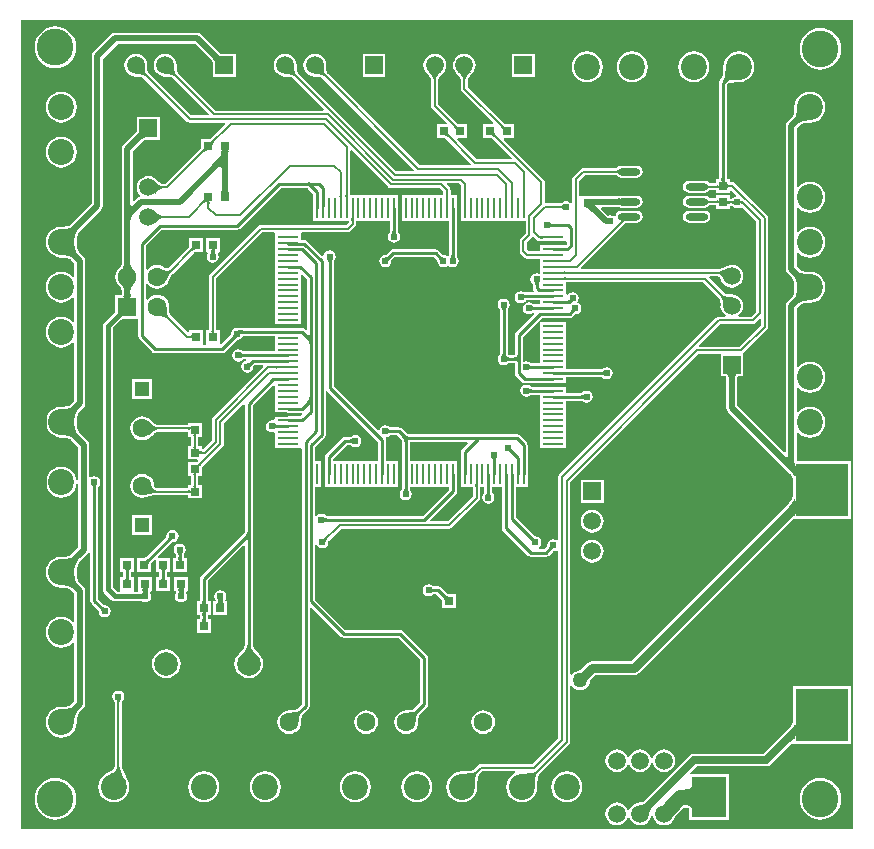
<source format=gtl>
G04*
G04 #@! TF.GenerationSoftware,Altium Limited,Altium Designer,18.1.9 (240)*
G04*
G04 Layer_Physical_Order=1*
G04 Layer_Color=255*
%FSLAX25Y25*%
%MOIN*%
G70*
G01*
G75*
%ADD10C,0.01000*%
%ADD17R,0.17717X0.17717*%
%ADD18R,0.07087X0.01000*%
%ADD19R,0.01000X0.07087*%
%ADD20R,0.03000X0.03000*%
%ADD21R,0.03000X0.03000*%
%ADD22R,0.11811X0.13780*%
%ADD23R,0.05000X0.05000*%
%ADD24O,0.07480X0.02362*%
%ADD42C,0.00800*%
%ADD43C,0.02000*%
%ADD44C,0.03000*%
%ADD45C,0.01500*%
%ADD46C,0.02500*%
%ADD47C,0.05000*%
%ADD48C,0.05906*%
%ADD49R,0.05906X0.05906*%
%ADD50C,0.08661*%
%ADD51R,0.05906X0.05906*%
%ADD52C,0.06299*%
%ADD53R,0.06299X0.06299*%
%ADD54C,0.12205*%
%ADD55C,0.07874*%
%ADD56C,0.02400*%
%ADD57C,0.05000*%
G36*
X540000Y154500D02*
X262500D01*
Y424000D01*
X540000D01*
Y154500D01*
D02*
G37*
%LPC*%
G36*
X274000Y421936D02*
X272647Y421803D01*
X271346Y421408D01*
X270147Y420767D01*
X269096Y419904D01*
X268233Y418853D01*
X267592Y417654D01*
X267197Y416353D01*
X267064Y415000D01*
X267197Y413647D01*
X267592Y412346D01*
X268233Y411147D01*
X269096Y410096D01*
X270147Y409233D01*
X271346Y408592D01*
X272647Y408197D01*
X274000Y408064D01*
X275353Y408197D01*
X276654Y408592D01*
X277853Y409233D01*
X278904Y410096D01*
X279767Y411147D01*
X280408Y412346D01*
X280802Y413647D01*
X280936Y415000D01*
X280802Y416353D01*
X280408Y417654D01*
X279767Y418853D01*
X278904Y419904D01*
X277853Y420767D01*
X276654Y421408D01*
X275353Y421803D01*
X274000Y421936D01*
D02*
G37*
G36*
X529000Y421436D02*
X527647Y421303D01*
X526346Y420908D01*
X525147Y420267D01*
X524096Y419404D01*
X523233Y418353D01*
X522592Y417154D01*
X522197Y415853D01*
X522064Y414500D01*
X522197Y413147D01*
X522592Y411846D01*
X523233Y410647D01*
X524096Y409596D01*
X525147Y408733D01*
X526346Y408092D01*
X527647Y407697D01*
X529000Y407564D01*
X530353Y407697D01*
X531654Y408092D01*
X532853Y408733D01*
X533904Y409596D01*
X534767Y410647D01*
X535408Y411846D01*
X535803Y413147D01*
X535936Y414500D01*
X535803Y415853D01*
X535408Y417154D01*
X534767Y418353D01*
X533904Y419404D01*
X532853Y420267D01*
X531654Y420908D01*
X530353Y421303D01*
X529000Y421436D01*
D02*
G37*
G36*
X433780Y412753D02*
X426275D01*
Y405247D01*
X433780D01*
Y412753D01*
D02*
G37*
G36*
X383938D02*
X376432D01*
Y405247D01*
X383938D01*
Y412753D01*
D02*
G37*
G36*
X321343Y419835D02*
X294000D01*
X293298Y419696D01*
X292702Y419298D01*
X286702Y413298D01*
X286304Y412702D01*
X286165Y412000D01*
Y362839D01*
X279325Y355999D01*
X279121Y355855D01*
X278867Y355713D01*
X278578Y355587D01*
X278251Y355476D01*
X277887Y355384D01*
X277496Y355314D01*
X276555Y355231D01*
X276203Y355227D01*
X276000Y355254D01*
X274661Y355077D01*
X273412Y354560D01*
X272341Y353738D01*
X271518Y352666D01*
X271001Y351418D01*
X270825Y350079D01*
X271001Y348739D01*
X271518Y347491D01*
X272341Y346420D01*
X273412Y345597D01*
X274661Y345080D01*
X276000Y344904D01*
X276203Y344931D01*
X276566Y344926D01*
X277044Y344897D01*
X277485Y344846D01*
X277887Y344773D01*
X278252Y344681D01*
X278578Y344571D01*
X278867Y344444D01*
X279121Y344302D01*
X279325Y344158D01*
X280365Y343119D01*
Y338596D01*
X279891Y338436D01*
X279659Y338738D01*
X278588Y339561D01*
X277339Y340077D01*
X276000Y340254D01*
X274661Y340077D01*
X273412Y339561D01*
X272341Y338738D01*
X271518Y337666D01*
X271001Y336418D01*
X270825Y335079D01*
X271001Y333739D01*
X271518Y332491D01*
X272341Y331419D01*
X273412Y330597D01*
X274661Y330080D01*
X276000Y329904D01*
X277339Y330080D01*
X278588Y330597D01*
X279659Y331419D01*
X279891Y331722D01*
X280365Y331561D01*
Y323596D01*
X279891Y323436D01*
X279659Y323738D01*
X278588Y324560D01*
X277339Y325077D01*
X276000Y325254D01*
X274661Y325077D01*
X273412Y324560D01*
X272341Y323738D01*
X271518Y322666D01*
X271001Y321418D01*
X270825Y320079D01*
X271001Y318739D01*
X271518Y317491D01*
X272341Y316420D01*
X273412Y315597D01*
X274661Y315080D01*
X276000Y314904D01*
X277339Y315080D01*
X278588Y315597D01*
X279659Y316420D01*
X279891Y316722D01*
X280365Y316561D01*
Y297039D01*
X279325Y296000D01*
X279121Y295855D01*
X278867Y295713D01*
X278578Y295587D01*
X278251Y295476D01*
X277887Y295384D01*
X277496Y295314D01*
X276555Y295231D01*
X276203Y295227D01*
X276000Y295254D01*
X274661Y295077D01*
X273412Y294561D01*
X272341Y293738D01*
X271518Y292666D01*
X271001Y291418D01*
X270825Y290079D01*
X271001Y288739D01*
X271518Y287491D01*
X272341Y286420D01*
X273412Y285597D01*
X274661Y285080D01*
X276000Y284904D01*
X276203Y284931D01*
X276566Y284926D01*
X277044Y284897D01*
X277485Y284846D01*
X277887Y284773D01*
X278252Y284681D01*
X278578Y284571D01*
X278867Y284444D01*
X279121Y284302D01*
X279325Y284158D01*
X281665Y281819D01*
Y270111D01*
X281165Y270078D01*
X281123Y270396D01*
X280999Y271339D01*
X280482Y272587D01*
X279659Y273659D01*
X278588Y274482D01*
X277339Y274999D01*
X276000Y275175D01*
X274661Y274999D01*
X273412Y274482D01*
X272341Y273659D01*
X271518Y272587D01*
X271001Y271339D01*
X270825Y270000D01*
X271001Y268661D01*
X271518Y267412D01*
X272341Y266341D01*
X273412Y265518D01*
X274661Y265001D01*
X276000Y264825D01*
X277339Y265001D01*
X278588Y265518D01*
X279659Y266341D01*
X280482Y267412D01*
X280999Y268661D01*
X281123Y269604D01*
X281165Y269922D01*
X281665Y269889D01*
Y248260D01*
X279325Y245921D01*
X279121Y245776D01*
X278867Y245635D01*
X278578Y245508D01*
X278251Y245398D01*
X277887Y245306D01*
X277496Y245235D01*
X276555Y245152D01*
X276203Y245148D01*
X276000Y245175D01*
X274661Y244999D01*
X273412Y244482D01*
X272341Y243659D01*
X271518Y242587D01*
X271001Y241339D01*
X270825Y240000D01*
X271001Y238661D01*
X271518Y237413D01*
X272341Y236341D01*
X273412Y235518D01*
X274661Y235001D01*
X276000Y234825D01*
X276203Y234852D01*
X276566Y234847D01*
X277044Y234818D01*
X277485Y234767D01*
X277887Y234694D01*
X278252Y234602D01*
X278578Y234492D01*
X278867Y234365D01*
X279121Y234224D01*
X279325Y234079D01*
X280365Y233040D01*
Y223518D01*
X279891Y223357D01*
X279659Y223659D01*
X278588Y224482D01*
X277339Y224999D01*
X276000Y225175D01*
X274661Y224999D01*
X273412Y224482D01*
X272341Y223659D01*
X271518Y222587D01*
X271001Y221339D01*
X270825Y220000D01*
X271001Y218661D01*
X271518Y217412D01*
X272341Y216341D01*
X273412Y215518D01*
X274661Y215001D01*
X276000Y214825D01*
X277339Y215001D01*
X278588Y215518D01*
X279659Y216341D01*
X279891Y216643D01*
X280365Y216482D01*
Y196960D01*
X279325Y195921D01*
X279121Y195776D01*
X278867Y195635D01*
X278578Y195508D01*
X278251Y195398D01*
X277887Y195306D01*
X277496Y195235D01*
X276555Y195152D01*
X276203Y195148D01*
X276000Y195175D01*
X274661Y194999D01*
X273412Y194482D01*
X272341Y193659D01*
X271518Y192587D01*
X271001Y191339D01*
X270825Y190000D01*
X271001Y188661D01*
X271518Y187413D01*
X272341Y186341D01*
X273412Y185518D01*
X274661Y185001D01*
X276000Y184825D01*
X277339Y185001D01*
X278588Y185518D01*
X279659Y186341D01*
X280482Y187413D01*
X280999Y188661D01*
X281175Y190000D01*
X281148Y190203D01*
X281153Y190566D01*
X281182Y191044D01*
X281233Y191485D01*
X281306Y191887D01*
X281398Y192252D01*
X281508Y192578D01*
X281635Y192867D01*
X281776Y193121D01*
X281921Y193325D01*
X283498Y194902D01*
X283896Y195498D01*
X284035Y196200D01*
Y233800D01*
X283896Y234502D01*
X283498Y235098D01*
X281921Y236675D01*
X281776Y236879D01*
X281635Y237133D01*
X281508Y237422D01*
X281398Y237749D01*
X281306Y238113D01*
X281235Y238504D01*
X281153Y239445D01*
X281148Y239797D01*
X281175Y240000D01*
X281148Y240203D01*
X281153Y240566D01*
X281182Y241044D01*
X281233Y241485D01*
X281306Y241887D01*
X281398Y242251D01*
X281508Y242578D01*
X281635Y242867D01*
X281776Y243121D01*
X281921Y243325D01*
X284798Y246202D01*
X285174Y246766D01*
X285211Y246771D01*
X285675Y246498D01*
Y230500D01*
X285775Y229993D01*
X286063Y229563D01*
X288388Y227238D01*
X288414Y227202D01*
X288439Y227163D01*
X288456Y227129D01*
X288468Y227101D01*
X288476Y227077D01*
X288476Y227077D01*
X288461Y227000D01*
X288616Y226220D01*
X289058Y225558D01*
X289720Y225116D01*
X290500Y224961D01*
X291280Y225116D01*
X291942Y225558D01*
X292384Y226220D01*
X292539Y227000D01*
X292384Y227780D01*
X291942Y228442D01*
X291280Y228884D01*
X290500Y229039D01*
X290423Y229024D01*
X290423Y229024D01*
X290399Y229032D01*
X290371Y229044D01*
X290337Y229062D01*
X290298Y229086D01*
X290262Y229112D01*
X288326Y231049D01*
Y268338D01*
X288332Y268382D01*
X288342Y268427D01*
X288354Y268463D01*
X288365Y268492D01*
X288377Y268514D01*
X288377Y268515D01*
X288442Y268558D01*
X288884Y269220D01*
X289039Y270000D01*
X288884Y270780D01*
X288442Y271442D01*
X287780Y271884D01*
X287000Y272039D01*
X286220Y271884D01*
X285835Y271627D01*
X285335Y271894D01*
Y282579D01*
X285196Y283281D01*
X284798Y283876D01*
X281921Y286754D01*
X281776Y286958D01*
X281635Y287212D01*
X281508Y287501D01*
X281398Y287827D01*
X281306Y288192D01*
X281235Y288583D01*
X281153Y289524D01*
X281148Y289875D01*
X281175Y290079D01*
X281148Y290282D01*
X281153Y290645D01*
X281182Y291123D01*
X281233Y291563D01*
X281306Y291966D01*
X281398Y292330D01*
X281508Y292657D01*
X281635Y292946D01*
X281776Y293200D01*
X281921Y293404D01*
X283498Y294981D01*
X283896Y295577D01*
X284035Y296279D01*
Y343879D01*
X283896Y344581D01*
X283498Y345177D01*
X281921Y346754D01*
X281776Y346958D01*
X281635Y347212D01*
X281508Y347501D01*
X281398Y347827D01*
X281306Y348192D01*
X281235Y348583D01*
X281153Y349523D01*
X281148Y349875D01*
X281175Y350079D01*
X281148Y350282D01*
X281153Y350645D01*
X281182Y351123D01*
X281233Y351563D01*
X281306Y351966D01*
X281398Y352330D01*
X281508Y352657D01*
X281635Y352946D01*
X281776Y353200D01*
X281921Y353404D01*
X289298Y360781D01*
X289696Y361377D01*
X289835Y362079D01*
Y411240D01*
X294760Y416165D01*
X320582D01*
X325765Y410982D01*
X326108Y410613D01*
X326356Y410303D01*
X326548Y410029D01*
X326590Y409956D01*
Y405247D01*
X334095D01*
Y412753D01*
X329386D01*
X329313Y412795D01*
X329048Y412980D01*
X328456Y413482D01*
X322640Y419298D01*
X322045Y419696D01*
X321928Y419719D01*
X321343Y419835D01*
D02*
G37*
G36*
X486748Y413675D02*
X485409Y413499D01*
X484161Y412982D01*
X483089Y412159D01*
X482266Y411088D01*
X481749Y409839D01*
X481573Y408500D01*
X481749Y407161D01*
X482266Y405912D01*
X483089Y404841D01*
X484161Y404018D01*
X485409Y403501D01*
X486748Y403325D01*
X488087Y403501D01*
X489335Y404018D01*
X490407Y404841D01*
X491230Y405912D01*
X491747Y407161D01*
X491923Y408500D01*
X491747Y409839D01*
X491230Y411088D01*
X490407Y412159D01*
X489335Y412982D01*
X488087Y413499D01*
X486748Y413675D01*
D02*
G37*
G36*
X466248D02*
X464909Y413499D01*
X463660Y412982D01*
X462589Y412159D01*
X461766Y411088D01*
X461249Y409839D01*
X461073Y408500D01*
X461249Y407161D01*
X461766Y405912D01*
X462589Y404841D01*
X463660Y404018D01*
X464909Y403501D01*
X466248Y403325D01*
X467587Y403501D01*
X468835Y404018D01*
X469907Y404841D01*
X470730Y405912D01*
X471247Y407161D01*
X471423Y408500D01*
X471247Y409839D01*
X470730Y411088D01*
X469907Y412159D01*
X468835Y412982D01*
X467587Y413499D01*
X466248Y413675D01*
D02*
G37*
G36*
X451248D02*
X449909Y413499D01*
X448661Y412982D01*
X447589Y412159D01*
X446766Y411088D01*
X446249Y409839D01*
X446073Y408500D01*
X446249Y407161D01*
X446766Y405912D01*
X447589Y404841D01*
X448661Y404018D01*
X449909Y403501D01*
X451248Y403325D01*
X452587Y403501D01*
X453835Y404018D01*
X454907Y404841D01*
X455730Y405912D01*
X456247Y407161D01*
X456423Y408500D01*
X456247Y409839D01*
X455730Y411088D01*
X454907Y412159D01*
X453835Y412982D01*
X452587Y413499D01*
X451248Y413675D01*
D02*
G37*
G36*
X276000Y400254D02*
X274661Y400077D01*
X273412Y399560D01*
X272341Y398738D01*
X271518Y397666D01*
X271001Y396418D01*
X270825Y395079D01*
X271001Y393739D01*
X271518Y392491D01*
X272341Y391420D01*
X273412Y390597D01*
X274661Y390080D01*
X276000Y389904D01*
X277339Y390080D01*
X278588Y390597D01*
X279659Y391420D01*
X280482Y392491D01*
X280999Y393739D01*
X281175Y395079D01*
X280999Y396418D01*
X280482Y397666D01*
X279659Y398738D01*
X278588Y399560D01*
X277339Y400077D01*
X276000Y400254D01*
D02*
G37*
G36*
Y385254D02*
X274661Y385077D01*
X273412Y384560D01*
X272341Y383738D01*
X271518Y382666D01*
X271001Y381418D01*
X270825Y380079D01*
X271001Y378739D01*
X271518Y377491D01*
X272341Y376419D01*
X273412Y375597D01*
X274661Y375080D01*
X276000Y374904D01*
X277339Y375080D01*
X278588Y375597D01*
X279659Y376419D01*
X280482Y377491D01*
X280999Y378739D01*
X281175Y380079D01*
X280999Y381418D01*
X280482Y382666D01*
X279659Y383738D01*
X278588Y384560D01*
X277339Y385077D01*
X276000Y385254D01*
D02*
G37*
G36*
X501748Y413675D02*
X500409Y413499D01*
X499160Y412982D01*
X498089Y412159D01*
X497266Y411088D01*
X496749Y409839D01*
X496573Y408500D01*
X496601Y408286D01*
X496599Y407797D01*
X496538Y406633D01*
X496482Y406153D01*
X496410Y405726D01*
X496323Y405361D01*
X496227Y405061D01*
X496125Y404827D01*
X496025Y404661D01*
X495981Y404607D01*
X495563Y404189D01*
X495275Y403759D01*
X495175Y403252D01*
Y371128D01*
X494200D01*
Y369724D01*
X491979D01*
X491910Y369728D01*
X491870Y369733D01*
X491739Y369928D01*
X491084Y370366D01*
X490311Y370520D01*
X485193D01*
X484420Y370366D01*
X483765Y369928D01*
X483327Y369273D01*
X483173Y368500D01*
X483327Y367727D01*
X483765Y367072D01*
X484420Y366634D01*
X485193Y366480D01*
X490311D01*
X491084Y366634D01*
X491739Y367072D01*
X491867Y367263D01*
X492008Y367277D01*
X494200D01*
Y366528D01*
X498800D01*
Y367279D01*
X499300Y367470D01*
X500965Y365805D01*
X500800Y365263D01*
X500548Y365212D01*
X499887Y364770D01*
X499829Y364684D01*
X499796Y364657D01*
X499754Y364627D01*
X499715Y364604D01*
X499677Y364585D01*
X499640Y364571D01*
X499603Y364560D01*
X499566Y364552D01*
X498800D01*
Y365628D01*
X494200D01*
Y364723D01*
X491979D01*
X491910Y364728D01*
X491870Y364733D01*
X491739Y364928D01*
X491084Y365366D01*
X490311Y365520D01*
X485193D01*
X484420Y365366D01*
X483765Y364928D01*
X483327Y364273D01*
X483173Y363500D01*
X483327Y362727D01*
X483765Y362072D01*
X484420Y361634D01*
X485193Y361480D01*
X490311D01*
X491084Y361634D01*
X491739Y362072D01*
X491867Y362263D01*
X492008Y362277D01*
X494200D01*
Y361028D01*
X498800D01*
Y362105D01*
X499566D01*
X499603Y362097D01*
X499640Y362086D01*
X499677Y362072D01*
X499715Y362053D01*
X499754Y362030D01*
X499796Y362000D01*
X499829Y361972D01*
X499887Y361887D01*
X500548Y361444D01*
X501328Y361289D01*
X502109Y361444D01*
X502680Y361826D01*
X507577Y356930D01*
Y326807D01*
X505993Y325223D01*
X501769D01*
X501600Y325724D01*
X502177Y326166D01*
X502778Y326950D01*
X503156Y327863D01*
X503285Y328843D01*
X503156Y329822D01*
X502778Y330735D01*
X502177Y331519D01*
X501393Y332121D01*
X500480Y332499D01*
X499500Y332628D01*
X499376Y332611D01*
X499046Y332613D01*
X498294Y332657D01*
X497993Y332695D01*
X497725Y332744D01*
X497500Y332801D01*
X497319Y332863D01*
X497184Y332925D01*
X497093Y332981D01*
X497085Y332988D01*
X491920Y338153D01*
X492111Y338615D01*
X494938D01*
X494968Y338613D01*
X495055Y338591D01*
X495144Y338552D01*
X495243Y338489D01*
X495353Y338394D01*
X495473Y338262D01*
X495601Y338088D01*
X495732Y337871D01*
X495863Y337611D01*
X496001Y337287D01*
X496043Y337226D01*
X496222Y336792D01*
X496824Y336009D01*
X497607Y335407D01*
X498520Y335029D01*
X499500Y334900D01*
X500480Y335029D01*
X501393Y335407D01*
X502177Y336009D01*
X502778Y336792D01*
X503156Y337705D01*
X503285Y338685D01*
X503156Y339665D01*
X502778Y340578D01*
X502177Y341361D01*
X501393Y341963D01*
X500480Y342341D01*
X499500Y342470D01*
X498520Y342341D01*
X498136Y342182D01*
X498061Y342168D01*
X498060Y342167D01*
X498059Y342167D01*
X496602Y341573D01*
X495376Y341117D01*
X495229Y341071D01*
X495192Y341062D01*
X449446D01*
X449254Y341524D01*
X464034Y356304D01*
X464071Y356335D01*
X464147Y356394D01*
X464215Y356438D01*
X464273Y356471D01*
X464292Y356480D01*
X467807D01*
X468580Y356634D01*
X469235Y357072D01*
X469673Y357727D01*
X469827Y358500D01*
X469673Y359273D01*
X469235Y359928D01*
X468580Y360366D01*
X467807Y360520D01*
X462689D01*
X461916Y360366D01*
X461261Y359928D01*
X460823Y359273D01*
X460736Y358834D01*
X460182Y358615D01*
X459780Y358884D01*
X459000Y359039D01*
X458220Y358884D01*
X458215Y358881D01*
X455893Y361203D01*
X456084Y361665D01*
X461087D01*
X461592Y361650D01*
X461944Y361621D01*
X462046Y361607D01*
X462096Y361597D01*
X462138Y361583D01*
X462211Y361575D01*
X462689Y361480D01*
X467807D01*
X468580Y361634D01*
X469235Y362072D01*
X469673Y362727D01*
X469827Y363500D01*
X469673Y364273D01*
X469235Y364928D01*
X468580Y365366D01*
X467807Y365520D01*
X462689D01*
X462211Y365425D01*
X462203Y365424D01*
X460729Y365335D01*
X452000D01*
X451823Y365300D01*
X449200D01*
Y365300D01*
X448724Y365357D01*
Y370493D01*
X450507Y372276D01*
X461021D01*
X461090Y372272D01*
X461130Y372267D01*
X461261Y372072D01*
X461916Y371634D01*
X462689Y371480D01*
X467807D01*
X468580Y371634D01*
X469235Y372072D01*
X469673Y372727D01*
X469827Y373500D01*
X469673Y374273D01*
X469235Y374928D01*
X468580Y375366D01*
X467807Y375520D01*
X462689D01*
X461916Y375366D01*
X461261Y374928D01*
X461133Y374737D01*
X460992Y374724D01*
X450000D01*
X449532Y374630D01*
X449135Y374365D01*
X446635Y371865D01*
X446370Y371468D01*
X446277Y371000D01*
Y363229D01*
X445777Y363077D01*
X445667Y363242D01*
X445005Y363684D01*
X444225Y363839D01*
X443444Y363684D01*
X442783Y363242D01*
X442725Y363156D01*
X442693Y363129D01*
X442651Y363099D01*
X442611Y363075D01*
X442573Y363057D01*
X442537Y363042D01*
X442500Y363031D01*
X442462Y363023D01*
X437300D01*
X437223Y363086D01*
Y370000D01*
X437130Y370468D01*
X436865Y370865D01*
X423492Y384238D01*
X423684Y384700D01*
X426800D01*
Y389300D01*
X423959D01*
X423768Y389463D01*
X411566Y401664D01*
Y404361D01*
X411567Y404372D01*
X411591Y404475D01*
X411643Y404615D01*
X411727Y404787D01*
X411846Y404986D01*
X412001Y405211D01*
X412187Y405450D01*
X412688Y406013D01*
X412920Y406247D01*
X413019Y406323D01*
X413621Y407107D01*
X413999Y408020D01*
X414128Y409000D01*
X413999Y409980D01*
X413621Y410893D01*
X413019Y411677D01*
X412235Y412278D01*
X411322Y412656D01*
X410343Y412785D01*
X409363Y412656D01*
X408450Y412278D01*
X407666Y411677D01*
X407065Y410893D01*
X406686Y409980D01*
X406558Y409000D01*
X406686Y408020D01*
X407065Y407107D01*
X407666Y406323D01*
X407765Y406247D01*
X407998Y406013D01*
X408498Y405450D01*
X408684Y405211D01*
X408839Y404986D01*
X408958Y404787D01*
X409042Y404615D01*
X409094Y404475D01*
X409118Y404372D01*
X409119Y404361D01*
Y401157D01*
X409212Y400689D01*
X409477Y400292D01*
X420008Y389762D01*
X419816Y389300D01*
X416700D01*
Y384700D01*
X419338D01*
X419357Y384696D01*
X419375Y384700D01*
X419539D01*
X419736Y384534D01*
X426084Y378185D01*
X425893Y377724D01*
X414507D01*
X407992Y384238D01*
X408184Y384700D01*
X411300D01*
Y389300D01*
X408459D01*
X408268Y389463D01*
X401723Y396007D01*
Y404361D01*
X401724Y404372D01*
X401749Y404475D01*
X401801Y404615D01*
X401885Y404787D01*
X402004Y404986D01*
X402158Y405211D01*
X402344Y405450D01*
X402845Y406013D01*
X403077Y406247D01*
X403176Y406323D01*
X403778Y407107D01*
X404156Y408020D01*
X404285Y409000D01*
X404156Y409980D01*
X403778Y410893D01*
X403176Y411677D01*
X402393Y412278D01*
X401480Y412656D01*
X400500Y412785D01*
X399520Y412656D01*
X398607Y412278D01*
X397824Y411677D01*
X397222Y410893D01*
X396844Y409980D01*
X396715Y409000D01*
X396844Y408020D01*
X397222Y407107D01*
X397824Y406323D01*
X397923Y406247D01*
X398155Y406013D01*
X398656Y405450D01*
X398842Y405211D01*
X398996Y404986D01*
X399115Y404787D01*
X399199Y404615D01*
X399251Y404475D01*
X399276Y404372D01*
X399276Y404361D01*
Y395500D01*
X399370Y395032D01*
X399635Y394635D01*
X404508Y389762D01*
X404316Y389300D01*
X401200D01*
Y384700D01*
X403838D01*
X403857Y384696D01*
X403875Y384700D01*
X404039D01*
X404236Y384534D01*
X412584Y376185D01*
X412393Y375724D01*
X395507D01*
X364645Y406585D01*
X364638Y406593D01*
X364583Y406684D01*
X364520Y406819D01*
X364458Y407000D01*
X364401Y407225D01*
X364352Y407493D01*
X364314Y407794D01*
X364270Y408546D01*
X364269Y408876D01*
X364285Y409000D01*
X364156Y409980D01*
X363778Y410893D01*
X363176Y411677D01*
X362393Y412278D01*
X361480Y412656D01*
X360500Y412785D01*
X359520Y412656D01*
X358607Y412278D01*
X357823Y411677D01*
X357222Y410893D01*
X356844Y409980D01*
X356715Y409000D01*
X356844Y408020D01*
X357222Y407107D01*
X357823Y406323D01*
X358607Y405722D01*
X359520Y405344D01*
X360500Y405215D01*
X360624Y405231D01*
X360954Y405230D01*
X361706Y405186D01*
X362007Y405148D01*
X362275Y405099D01*
X362500Y405042D01*
X362681Y404980D01*
X362816Y404917D01*
X362907Y404861D01*
X362915Y404855D01*
X393584Y374185D01*
X393393Y373724D01*
X387664D01*
X354802Y406585D01*
X354796Y406593D01*
X354740Y406684D01*
X354678Y406819D01*
X354616Y407000D01*
X354559Y407225D01*
X354509Y407493D01*
X354472Y407794D01*
X354428Y408546D01*
X354426Y408876D01*
X354443Y409000D01*
X354313Y409980D01*
X353935Y410893D01*
X353334Y411677D01*
X352550Y412278D01*
X351637Y412656D01*
X350657Y412785D01*
X349678Y412656D01*
X348765Y412278D01*
X347981Y411677D01*
X347379Y410893D01*
X347001Y409980D01*
X346872Y409000D01*
X347001Y408020D01*
X347379Y407107D01*
X347981Y406323D01*
X348765Y405722D01*
X349678Y405344D01*
X350657Y405215D01*
X350782Y405231D01*
X351111Y405230D01*
X351863Y405186D01*
X352164Y405148D01*
X352432Y405099D01*
X352658Y405042D01*
X352838Y404980D01*
X352974Y404917D01*
X353064Y404861D01*
X353072Y404855D01*
X363584Y394343D01*
X363393Y393881D01*
X327507D01*
X314803Y406585D01*
X314796Y406593D01*
X314740Y406684D01*
X314678Y406819D01*
X314616Y407000D01*
X314559Y407225D01*
X314510Y407493D01*
X314472Y407794D01*
X314428Y408546D01*
X314426Y408876D01*
X314442Y409000D01*
X314314Y409980D01*
X313935Y410893D01*
X313334Y411677D01*
X312550Y412278D01*
X311637Y412656D01*
X310657Y412785D01*
X309678Y412656D01*
X308765Y412278D01*
X307981Y411677D01*
X307379Y410893D01*
X307001Y409980D01*
X306872Y409000D01*
X307001Y408020D01*
X307379Y407107D01*
X307981Y406323D01*
X308765Y405722D01*
X309678Y405344D01*
X310657Y405215D01*
X310782Y405231D01*
X311111Y405230D01*
X311863Y405186D01*
X312164Y405148D01*
X312432Y405099D01*
X312658Y405042D01*
X312838Y404980D01*
X312974Y404917D01*
X313064Y404861D01*
X313072Y404855D01*
X325184Y392743D01*
X324993Y392281D01*
X319264D01*
X304960Y406585D01*
X304954Y406593D01*
X304898Y406684D01*
X304835Y406819D01*
X304773Y407000D01*
X304716Y407225D01*
X304667Y407493D01*
X304629Y407794D01*
X304586Y408546D01*
X304584Y408876D01*
X304600Y409000D01*
X304471Y409980D01*
X304093Y410893D01*
X303491Y411677D01*
X302708Y412278D01*
X301795Y412656D01*
X300815Y412785D01*
X299835Y412656D01*
X298922Y412278D01*
X298138Y411677D01*
X297537Y410893D01*
X297159Y409980D01*
X297030Y409000D01*
X297159Y408020D01*
X297537Y407107D01*
X298138Y406323D01*
X298922Y405722D01*
X299835Y405344D01*
X300815Y405215D01*
X300939Y405231D01*
X301269Y405230D01*
X302021Y405186D01*
X302322Y405148D01*
X302590Y405099D01*
X302815Y405042D01*
X302996Y404980D01*
X303131Y404917D01*
X303222Y404861D01*
X303230Y404855D01*
X317893Y390192D01*
X318289Y389927D01*
X318758Y389834D01*
X330450D01*
X330642Y389372D01*
X325762Y384492D01*
X325635Y384374D01*
X325543Y384300D01*
X322700D01*
Y381662D01*
X322696Y381643D01*
X322700Y381625D01*
Y381460D01*
X322534Y381264D01*
X310808Y369538D01*
X309639D01*
X309628Y369539D01*
X309525Y369564D01*
X309385Y369616D01*
X309213Y369700D01*
X309014Y369819D01*
X308789Y369973D01*
X308550Y370159D01*
X307987Y370660D01*
X307753Y370892D01*
X307677Y370991D01*
X306893Y371593D01*
X305980Y371971D01*
X305000Y372100D01*
X304020Y371971D01*
X303107Y371593D01*
X302324Y370991D01*
X301722Y370208D01*
X301344Y369295D01*
X301215Y368315D01*
X301344Y367335D01*
X301722Y366422D01*
X302223Y365770D01*
X302123Y365344D01*
X302042Y365224D01*
X301898Y365196D01*
X301302Y364798D01*
X300297Y363793D01*
X299835Y363984D01*
Y380240D01*
X303013Y383418D01*
X303384Y383762D01*
X303693Y384009D01*
X303966Y384199D01*
X304050Y384247D01*
X304869D01*
X304888Y384244D01*
X304906Y384247D01*
X308753D01*
Y391753D01*
X301247D01*
Y387906D01*
X301244Y387888D01*
X301247Y387869D01*
Y387050D01*
X301199Y386966D01*
X301016Y386702D01*
X300515Y386110D01*
X296702Y382298D01*
X296304Y381702D01*
X296165Y381000D01*
Y358900D01*
Y343083D01*
X296147Y342948D01*
X296102Y342741D01*
X296039Y342538D01*
X295957Y342337D01*
X295854Y342136D01*
X295731Y341935D01*
X295585Y341734D01*
X295417Y341533D01*
X295283Y341393D01*
X295183Y341317D01*
X294550Y340492D01*
X294152Y339531D01*
X294016Y338500D01*
X294152Y337469D01*
X294550Y336508D01*
X295183Y335683D01*
X295283Y335607D01*
X295417Y335467D01*
X295585Y335266D01*
X295731Y335065D01*
X295854Y334864D01*
X295957Y334664D01*
X296039Y334462D01*
X296102Y334259D01*
X296147Y334052D01*
X296165Y333917D01*
Y333182D01*
X296150Y333016D01*
X296112Y332784D01*
X296065Y332610D01*
X296019Y332496D01*
X295991Y332450D01*
X294050D01*
Y327502D01*
X294047Y327484D01*
X294050Y327465D01*
Y326911D01*
X294045Y326902D01*
X293918Y326719D01*
X293554Y326289D01*
X290383Y323117D01*
X290040Y322605D01*
X289920Y322000D01*
Y234300D01*
X290040Y233695D01*
X290383Y233183D01*
X292683Y230882D01*
X293196Y230539D01*
X293800Y230419D01*
X302666D01*
X303120Y230116D01*
X303901Y229960D01*
X304681Y230116D01*
X305343Y230558D01*
X305785Y231219D01*
X305940Y232000D01*
X305785Y232780D01*
X305490Y233220D01*
X305493Y233232D01*
X305814Y233700D01*
X306201D01*
Y234493D01*
X306204Y234512D01*
X306201Y234530D01*
Y238300D01*
X301601D01*
Y234530D01*
X301597Y234512D01*
X301601Y234493D01*
Y233700D01*
X301150Y233580D01*
X300651D01*
X300201Y233700D01*
X300201Y234080D01*
Y238300D01*
X299325D01*
Y240200D01*
X300300D01*
Y244800D01*
X295700D01*
Y240200D01*
X296674D01*
Y238300D01*
X295601D01*
X295601Y233700D01*
X295150Y233580D01*
X294455D01*
X293080Y234955D01*
Y321345D01*
X295720Y323985D01*
X295989Y324235D01*
X296210Y324412D01*
X296402Y324545D01*
X296411Y324550D01*
X296965D01*
X296984Y324547D01*
X297002Y324550D01*
X301675D01*
Y318600D01*
X301775Y318093D01*
X302063Y317663D01*
X306263Y313463D01*
X306693Y313175D01*
X307200Y313074D01*
X329600D01*
X330107Y313175D01*
X330537Y313463D01*
X334462Y317388D01*
X334498Y317414D01*
X334537Y317439D01*
X334571Y317456D01*
X334599Y317468D01*
X334623Y317476D01*
X334624Y317476D01*
X334700Y317461D01*
X335480Y317616D01*
X336142Y318058D01*
X336584Y318720D01*
X336606Y318828D01*
X347074D01*
Y316885D01*
Y313605D01*
X336662D01*
X336618Y313612D01*
X336573Y313622D01*
X336537Y313633D01*
X336508Y313645D01*
X336486Y313656D01*
X336485Y313657D01*
X336442Y313721D01*
X335780Y314164D01*
X335000Y314319D01*
X334220Y314164D01*
X333558Y313721D01*
X333116Y313060D01*
X332961Y312280D01*
X333116Y311499D01*
X333558Y310838D01*
X334220Y310396D01*
X335000Y310240D01*
X335780Y310396D01*
X336442Y310838D01*
X336485Y310903D01*
X336486Y310903D01*
X336508Y310914D01*
X336537Y310926D01*
X336573Y310937D01*
X336618Y310947D01*
X336661Y310954D01*
X337523D01*
X337572Y310454D01*
X337220Y310384D01*
X336558Y309942D01*
X336116Y309280D01*
X335961Y308500D01*
X336116Y307720D01*
X336558Y307058D01*
X337220Y306616D01*
X338000Y306461D01*
X338780Y306616D01*
X339442Y307058D01*
X339884Y307720D01*
X340039Y308500D01*
X340024Y308576D01*
X340024Y308577D01*
X340032Y308601D01*
X340044Y308629D01*
X340061Y308663D01*
X340086Y308702D01*
X340112Y308738D01*
X340360Y308985D01*
X343102D01*
X343293Y308524D01*
X326535Y291765D01*
X326270Y291368D01*
X326177Y290900D01*
Y284063D01*
X323300Y281187D01*
X322800Y281285D01*
Y282194D01*
X321724D01*
Y285094D01*
X322800D01*
Y289694D01*
X318200D01*
Y289224D01*
X307960D01*
X307940Y289225D01*
X307827Y289253D01*
X307675Y289311D01*
X307487Y289404D01*
X307270Y289535D01*
X307041Y289695D01*
X306149Y290462D01*
X305901Y290707D01*
X305817Y290817D01*
X304992Y291450D01*
X304031Y291848D01*
X303000Y291984D01*
X301969Y291848D01*
X301008Y291450D01*
X300183Y290817D01*
X299550Y289992D01*
X299152Y289031D01*
X299016Y288000D01*
X299152Y286969D01*
X299550Y286008D01*
X300183Y285183D01*
X301008Y284550D01*
X301969Y284152D01*
X303000Y284016D01*
X304031Y284152D01*
X304992Y284550D01*
X305817Y285183D01*
X305901Y285293D01*
X306155Y285544D01*
X306765Y286090D01*
X307026Y286294D01*
X307270Y286465D01*
X307487Y286596D01*
X307675Y286689D01*
X307827Y286747D01*
X307940Y286775D01*
X307960Y286776D01*
X318200D01*
Y285094D01*
X319276D01*
Y282194D01*
X318200D01*
Y277594D01*
X321316D01*
X321508Y277132D01*
X321262Y276886D01*
X321135Y276768D01*
X321043Y276694D01*
X318200D01*
Y272094D01*
X319276D01*
Y269194D01*
X318200D01*
Y268117D01*
X307592D01*
X307547Y268121D01*
X307461Y268142D01*
X307395Y268173D01*
X307334Y268217D01*
X307267Y268286D01*
X307194Y268393D01*
X307118Y268546D01*
X307046Y268748D01*
X306982Y269002D01*
X306927Y269331D01*
X306925Y269339D01*
X306925Y269347D01*
X306903Y269401D01*
X306848Y269818D01*
X306450Y270779D01*
X305817Y271604D01*
X304992Y272237D01*
X304031Y272635D01*
X303000Y272771D01*
X301969Y272635D01*
X301008Y272237D01*
X300183Y271604D01*
X299550Y270779D01*
X299152Y269818D01*
X299016Y268787D01*
X299152Y267756D01*
X299550Y266796D01*
X300183Y265970D01*
X301008Y265337D01*
X301969Y264939D01*
X303000Y264804D01*
X304031Y264939D01*
X304128Y264980D01*
X307027Y265665D01*
X307056Y265670D01*
X318200D01*
Y264594D01*
X322800D01*
Y269194D01*
X321724D01*
Y272094D01*
X322800D01*
Y274935D01*
X322963Y275126D01*
X329865Y282029D01*
X330130Y282425D01*
X330223Y282894D01*
Y289493D01*
X336674Y295944D01*
X337175Y295737D01*
Y253731D01*
X337164Y253640D01*
X337141Y253519D01*
X337109Y253403D01*
X337069Y253293D01*
X337019Y253186D01*
X336960Y253082D01*
X336891Y252979D01*
X336834Y252909D01*
X322563Y238637D01*
X322275Y238207D01*
X322175Y237700D01*
Y230300D01*
X321200D01*
Y225700D01*
X322175D01*
Y224300D01*
X321200D01*
Y219700D01*
X325800D01*
Y224300D01*
X324826D01*
Y225700D01*
X325800D01*
Y230300D01*
X324826D01*
Y237151D01*
X336713Y249038D01*
X337175Y248847D01*
Y215690D01*
X337170Y215641D01*
X337129Y215473D01*
X337049Y215261D01*
X336924Y215011D01*
X336752Y214726D01*
X336543Y214426D01*
X335573Y213298D01*
X335272Y212994D01*
X335121Y212878D01*
X334362Y211889D01*
X333885Y210737D01*
X333722Y209500D01*
X333885Y208263D01*
X334362Y207111D01*
X335121Y206121D01*
X336111Y205362D01*
X337263Y204885D01*
X338500Y204722D01*
X339737Y204885D01*
X340889Y205362D01*
X341879Y206121D01*
X342638Y207111D01*
X343115Y208263D01*
X343278Y209500D01*
X343115Y210737D01*
X342638Y211889D01*
X341879Y212878D01*
X341728Y212994D01*
X341421Y213303D01*
X340731Y214075D01*
X340468Y214411D01*
X340248Y214726D01*
X340076Y215011D01*
X339951Y215261D01*
X339871Y215473D01*
X339830Y215641D01*
X339826Y215690D01*
Y252700D01*
Y295651D01*
X346612Y302438D01*
X347074Y302246D01*
Y297200D01*
Y293263D01*
X351289D01*
X351417Y293237D01*
X356263D01*
X356314Y293248D01*
X356560Y292787D01*
X355725Y291951D01*
X351417D01*
X351289Y291926D01*
X347074D01*
Y291084D01*
X346574Y290673D01*
X346242Y290739D01*
X345462Y290584D01*
X344800Y290142D01*
X344358Y289480D01*
X344203Y288700D01*
X344358Y287920D01*
X344800Y287258D01*
X345462Y286816D01*
X346242Y286661D01*
X346574Y286727D01*
X347074Y286316D01*
Y281452D01*
X355761D01*
X356174Y281244D01*
Y196114D01*
X354530Y194470D01*
X354525Y194465D01*
X354412Y194393D01*
X354259Y194319D01*
X354063Y194247D01*
X353825Y194182D01*
X353545Y194126D01*
X353235Y194083D01*
X352463Y194033D01*
X352136Y194031D01*
X352000Y194049D01*
X350969Y193913D01*
X350008Y193515D01*
X349183Y192882D01*
X348550Y192057D01*
X348152Y191096D01*
X348016Y190065D01*
X348152Y189034D01*
X348550Y188074D01*
X349183Y187249D01*
X350008Y186615D01*
X350969Y186217D01*
X352000Y186082D01*
X353031Y186217D01*
X353992Y186615D01*
X354817Y187249D01*
X355450Y188074D01*
X355848Y189034D01*
X355984Y190065D01*
X355966Y190201D01*
X355968Y190529D01*
X356018Y191301D01*
X356061Y191611D01*
X356117Y191890D01*
X356182Y192128D01*
X356254Y192324D01*
X356328Y192478D01*
X356400Y192590D01*
X356404Y192595D01*
X358437Y194628D01*
X358725Y195058D01*
X358825Y195565D01*
Y228312D01*
X359287Y228503D01*
X369228Y218563D01*
X369658Y218275D01*
X370165Y218175D01*
X388451D01*
X395674Y210951D01*
Y196614D01*
X393530Y194470D01*
X393525Y194465D01*
X393412Y194393D01*
X393259Y194319D01*
X393063Y194247D01*
X392825Y194182D01*
X392545Y194126D01*
X392235Y194083D01*
X391463Y194033D01*
X391136Y194031D01*
X391000Y194049D01*
X389969Y193913D01*
X389008Y193515D01*
X388183Y192882D01*
X387550Y192057D01*
X387152Y191096D01*
X387016Y190065D01*
X387152Y189034D01*
X387550Y188074D01*
X388183Y187249D01*
X389008Y186615D01*
X389969Y186217D01*
X391000Y186082D01*
X392031Y186217D01*
X392992Y186615D01*
X393817Y187249D01*
X394450Y188074D01*
X394848Y189034D01*
X394984Y190065D01*
X394966Y190201D01*
X394968Y190529D01*
X395018Y191301D01*
X395061Y191611D01*
X395117Y191890D01*
X395182Y192128D01*
X395253Y192324D01*
X395328Y192478D01*
X395400Y192590D01*
X395404Y192595D01*
X397937Y195128D01*
X398225Y195558D01*
X398325Y196065D01*
Y211500D01*
X398225Y212007D01*
X397937Y212437D01*
X389937Y220437D01*
X389507Y220725D01*
X389000Y220826D01*
X370714D01*
X360626Y230914D01*
Y249123D01*
X361116Y249220D01*
X361558Y248558D01*
X362220Y248116D01*
X363000Y247961D01*
X363780Y248116D01*
X364442Y248558D01*
X364884Y249220D01*
X365039Y250000D01*
X365019Y250101D01*
X365023Y250144D01*
X365032Y250195D01*
X365043Y250239D01*
X365056Y250279D01*
X365072Y250315D01*
X365090Y250349D01*
X365111Y250381D01*
X369263Y254532D01*
X405256D01*
X405724Y254625D01*
X406121Y254891D01*
X415275Y264044D01*
X415540Y264441D01*
X415633Y264909D01*
Y268566D01*
X417021D01*
Y266586D01*
X417014Y266545D01*
X417004Y266503D01*
X416994Y266471D01*
X416984Y266447D01*
X416974Y266429D01*
X416965Y266416D01*
X416961Y266411D01*
X416858Y266342D01*
X416416Y265680D01*
X416261Y264900D01*
X416416Y264120D01*
X416858Y263458D01*
X417520Y263016D01*
X418300Y262861D01*
X419080Y263016D01*
X419742Y263458D01*
X420184Y264120D01*
X420339Y264900D01*
X420184Y265680D01*
X419742Y266342D01*
X419718Y266358D01*
X419714Y266367D01*
X419701Y266400D01*
X419689Y266440D01*
X419679Y266488D01*
X419672Y266534D01*
Y268566D01*
X422927D01*
Y254748D01*
X423027Y254241D01*
X423315Y253811D01*
X431563Y245563D01*
X431993Y245275D01*
X432500Y245175D01*
X437500D01*
X438007Y245275D01*
X438437Y245563D01*
X439762Y246888D01*
X439798Y246914D01*
X439837Y246938D01*
X439871Y246956D01*
X439899Y246968D01*
X439923Y246976D01*
X439923Y246976D01*
X440000Y246961D01*
X440780Y247116D01*
X441177Y247381D01*
X441677Y247113D01*
Y184669D01*
X433061Y176054D01*
X415831D01*
X415363Y175961D01*
X414966Y175696D01*
X413495Y174226D01*
X413437Y174178D01*
X413283Y174090D01*
X413053Y173996D01*
X412750Y173905D01*
X412377Y173824D01*
X411953Y173759D01*
X410225Y173648D01*
X409716Y173647D01*
X409500Y173675D01*
X408161Y173499D01*
X406913Y172982D01*
X405841Y172159D01*
X405018Y171088D01*
X404501Y169839D01*
X404325Y168500D01*
X404501Y167161D01*
X405018Y165912D01*
X405841Y164841D01*
X406913Y164018D01*
X408161Y163501D01*
X409500Y163325D01*
X410839Y163501D01*
X412087Y164018D01*
X413159Y164841D01*
X413982Y165912D01*
X414499Y167161D01*
X414675Y168500D01*
X414647Y168716D01*
X414648Y169239D01*
X414667Y169859D01*
X414757Y170945D01*
X414824Y171377D01*
X414905Y171750D01*
X414996Y172053D01*
X415090Y172283D01*
X415178Y172437D01*
X415226Y172495D01*
X416338Y173607D01*
X427116D01*
X427216Y173107D01*
X426912Y172982D01*
X425841Y172159D01*
X425018Y171088D01*
X424501Y169839D01*
X424325Y168500D01*
X424501Y167161D01*
X425018Y165912D01*
X425841Y164841D01*
X426912Y164018D01*
X428161Y163501D01*
X429500Y163325D01*
X430839Y163501D01*
X432088Y164018D01*
X433159Y164841D01*
X433982Y165912D01*
X434499Y167161D01*
X434675Y168500D01*
X434647Y168716D01*
X434648Y169239D01*
X434667Y169859D01*
X434758Y170945D01*
X434824Y171377D01*
X434905Y171750D01*
X434996Y172053D01*
X435090Y172283D01*
X435178Y172437D01*
X435226Y172495D01*
X445365Y182635D01*
X445630Y183032D01*
X445723Y183500D01*
Y202028D01*
X446223Y202198D01*
X446646Y201646D01*
X447336Y201117D01*
X448139Y200785D01*
X449000Y200672D01*
X449861Y200785D01*
X450664Y201117D01*
X451354Y201646D01*
X451883Y202336D01*
X452215Y203138D01*
X452318Y203922D01*
X452346Y203967D01*
X452399Y204043D01*
X452674Y204358D01*
X453971Y205655D01*
X466752D01*
X467649Y205833D01*
X468410Y206342D01*
X519451Y257382D01*
X519842Y257645D01*
X520634D01*
X520652Y257641D01*
X520671Y257645D01*
X520726D01*
X520729Y257645D01*
X520729Y257645D01*
X539158D01*
Y276961D01*
X521148D01*
X521135Y277075D01*
Y286482D01*
X521609Y286643D01*
X521841Y286341D01*
X522913Y285518D01*
X524161Y285001D01*
X525500Y284825D01*
X526839Y285001D01*
X528088Y285518D01*
X529159Y286341D01*
X529982Y287413D01*
X530499Y288661D01*
X530675Y290000D01*
X530499Y291339D01*
X529982Y292587D01*
X529159Y293659D01*
X528088Y294482D01*
X526839Y294999D01*
X525500Y295175D01*
X524161Y294999D01*
X522913Y294482D01*
X521841Y293659D01*
X521609Y293357D01*
X521135Y293518D01*
Y301482D01*
X521609Y301643D01*
X521841Y301341D01*
X522913Y300518D01*
X524161Y300001D01*
X525500Y299825D01*
X526839Y300001D01*
X528088Y300518D01*
X529159Y301341D01*
X529982Y302413D01*
X530499Y303661D01*
X530675Y305000D01*
X530499Y306339D01*
X529982Y307588D01*
X529159Y308659D01*
X528088Y309482D01*
X526839Y309999D01*
X525500Y310175D01*
X524161Y309999D01*
X522913Y309482D01*
X521841Y308659D01*
X521609Y308357D01*
X521135Y308518D01*
Y328040D01*
X522175Y329079D01*
X522379Y329224D01*
X522633Y329365D01*
X522922Y329492D01*
X523249Y329602D01*
X523613Y329694D01*
X524004Y329765D01*
X524945Y329848D01*
X525297Y329852D01*
X525500Y329825D01*
X526839Y330001D01*
X528088Y330518D01*
X529159Y331341D01*
X529982Y332413D01*
X530499Y333661D01*
X530675Y335000D01*
X530499Y336339D01*
X529982Y337587D01*
X529159Y338659D01*
X528088Y339482D01*
X526839Y339999D01*
X525500Y340175D01*
X525297Y340148D01*
X524934Y340153D01*
X524456Y340182D01*
X524015Y340233D01*
X523613Y340306D01*
X523248Y340398D01*
X522922Y340508D01*
X522633Y340635D01*
X522379Y340776D01*
X522175Y340921D01*
X521135Y341960D01*
Y346482D01*
X521609Y346643D01*
X521841Y346341D01*
X522913Y345518D01*
X524161Y345001D01*
X525500Y344825D01*
X526839Y345001D01*
X528088Y345518D01*
X529159Y346341D01*
X529982Y347412D01*
X530499Y348661D01*
X530675Y350000D01*
X530499Y351339D01*
X529982Y352588D01*
X529159Y353659D01*
X528088Y354482D01*
X526839Y354999D01*
X525500Y355175D01*
X524161Y354999D01*
X522913Y354482D01*
X521841Y353659D01*
X521609Y353357D01*
X521135Y353518D01*
Y361482D01*
X521609Y361643D01*
X521841Y361341D01*
X522913Y360518D01*
X524161Y360001D01*
X525500Y359825D01*
X526839Y360001D01*
X528088Y360518D01*
X529159Y361341D01*
X529982Y362413D01*
X530499Y363661D01*
X530675Y365000D01*
X530499Y366339D01*
X529982Y367587D01*
X529159Y368659D01*
X528088Y369482D01*
X526839Y369999D01*
X525500Y370175D01*
X524161Y369999D01*
X522913Y369482D01*
X521841Y368659D01*
X521609Y368357D01*
X521135Y368518D01*
Y388040D01*
X522175Y389079D01*
X522379Y389224D01*
X522633Y389365D01*
X522922Y389492D01*
X523249Y389602D01*
X523613Y389694D01*
X524004Y389765D01*
X524945Y389847D01*
X525297Y389852D01*
X525500Y389825D01*
X526839Y390001D01*
X528088Y390518D01*
X529159Y391341D01*
X529982Y392412D01*
X530499Y393661D01*
X530675Y395000D01*
X530499Y396339D01*
X529982Y397587D01*
X529159Y398659D01*
X528088Y399482D01*
X526839Y399999D01*
X525500Y400175D01*
X524161Y399999D01*
X522913Y399482D01*
X521841Y398659D01*
X521018Y397587D01*
X520501Y396339D01*
X520325Y395000D01*
X520352Y394797D01*
X520347Y394434D01*
X520318Y393956D01*
X520267Y393515D01*
X520194Y393113D01*
X520102Y392748D01*
X519992Y392422D01*
X519865Y392133D01*
X519724Y391879D01*
X519579Y391675D01*
X518002Y390098D01*
X517604Y389502D01*
X517465Y388800D01*
Y341200D01*
X517604Y340498D01*
X518002Y339902D01*
X519579Y338325D01*
X519724Y338121D01*
X519865Y337867D01*
X519992Y337578D01*
X520102Y337251D01*
X520194Y336887D01*
X520265Y336496D01*
X520347Y335555D01*
X520352Y335203D01*
X520325Y335000D01*
X520352Y334797D01*
X520347Y334434D01*
X520318Y333956D01*
X520267Y333515D01*
X520194Y333113D01*
X520102Y332749D01*
X519992Y332422D01*
X519865Y332133D01*
X519724Y331879D01*
X519579Y331675D01*
X518002Y330098D01*
X517604Y329502D01*
X517465Y328800D01*
Y280142D01*
X517003Y279951D01*
X501335Y295619D01*
Y304669D01*
X501350Y304834D01*
X501388Y305063D01*
X501434Y305235D01*
X501480Y305347D01*
X501511Y305398D01*
X501578Y305405D01*
X503253D01*
Y312910D01*
X503527Y313297D01*
X511265Y321035D01*
X511530Y321432D01*
X511623Y321900D01*
Y358100D01*
X511530Y358568D01*
X511265Y358965D01*
X500537Y369694D01*
X500140Y369959D01*
X499672Y370052D01*
X498800D01*
Y371128D01*
X497825D01*
Y402703D01*
X497856Y402733D01*
X497909Y402777D01*
X498075Y402877D01*
X498309Y402979D01*
X498609Y403076D01*
X498974Y403162D01*
X499384Y403231D01*
X501053Y403351D01*
X501534Y403353D01*
X501748Y403325D01*
X503087Y403501D01*
X504335Y404018D01*
X505407Y404841D01*
X506230Y405912D01*
X506747Y407161D01*
X506923Y408500D01*
X506747Y409839D01*
X506230Y411088D01*
X505407Y412159D01*
X504335Y412982D01*
X503087Y413499D01*
X501748Y413675D01*
D02*
G37*
G36*
X490311Y360520D02*
X485193D01*
X484420Y360366D01*
X483765Y359928D01*
X483327Y359273D01*
X483173Y358500D01*
X483327Y357727D01*
X483765Y357072D01*
X484420Y356634D01*
X485193Y356480D01*
X490311D01*
X491084Y356634D01*
X491739Y357072D01*
X492177Y357727D01*
X492331Y358500D01*
X492177Y359273D01*
X491739Y359928D01*
X491084Y360366D01*
X490311Y360520D01*
D02*
G37*
G36*
X306300Y304331D02*
X299700D01*
Y297731D01*
X306300D01*
Y304331D01*
D02*
G37*
G36*
Y259056D02*
X299700D01*
Y252456D01*
X306300D01*
Y259056D01*
D02*
G37*
G36*
X313056Y254095D02*
X312276Y253940D01*
X311614Y253498D01*
X311172Y252837D01*
X311017Y252056D01*
X311032Y251980D01*
X311032Y251979D01*
X311024Y251955D01*
X311012Y251927D01*
X310995Y251893D01*
X310970Y251854D01*
X310944Y251819D01*
X304223Y245098D01*
X304056Y244942D01*
X303922Y244835D01*
X303873Y244800D01*
X301200D01*
Y240200D01*
X305800D01*
Y242873D01*
X305828Y242913D01*
X306057Y243183D01*
X307199Y244325D01*
X307699Y244118D01*
Y240200D01*
X308674D01*
Y238300D01*
X307600D01*
Y233700D01*
X312200D01*
Y238300D01*
X311325D01*
Y240200D01*
X312299D01*
Y244800D01*
X308382D01*
X308174Y245300D01*
X312819Y249944D01*
X312854Y249970D01*
X312893Y249995D01*
X312927Y250012D01*
X312955Y250024D01*
X312979Y250032D01*
X312980Y250032D01*
X313056Y250017D01*
X313837Y250172D01*
X314498Y250614D01*
X314940Y251276D01*
X315095Y252056D01*
X314940Y252837D01*
X314498Y253498D01*
X313837Y253940D01*
X313056Y254095D01*
D02*
G37*
G36*
X315500Y249539D02*
X314720Y249384D01*
X314058Y248942D01*
X313616Y248280D01*
X313461Y247500D01*
X313616Y246720D01*
X314058Y246058D01*
X314123Y246015D01*
X314123Y246014D01*
X314135Y245992D01*
X314146Y245963D01*
X314158Y245927D01*
X314168Y245882D01*
X314175Y245839D01*
Y244800D01*
X313199D01*
Y240200D01*
X317799D01*
Y244800D01*
X316826D01*
Y245838D01*
X316832Y245882D01*
X316843Y245927D01*
X316854Y245963D01*
X316865Y245992D01*
X316877Y246014D01*
X316877Y246015D01*
X316942Y246058D01*
X317384Y246720D01*
X317539Y247500D01*
X317384Y248280D01*
X316942Y248942D01*
X316280Y249384D01*
X315500Y249539D01*
D02*
G37*
G36*
X318200Y238300D02*
X313600D01*
Y234530D01*
X313596Y234512D01*
X313600Y234493D01*
Y233700D01*
X314184D01*
X314310Y233220D01*
X314016Y232780D01*
X313861Y232000D01*
X314016Y231219D01*
X314458Y230558D01*
X315120Y230116D01*
X315900Y229960D01*
X316680Y230116D01*
X317342Y230558D01*
X317784Y231219D01*
X317939Y232000D01*
X317784Y232780D01*
X317490Y233220D01*
X317493Y233232D01*
X317814Y233700D01*
X318200D01*
Y234493D01*
X318204Y234512D01*
X318200Y234530D01*
Y238300D01*
D02*
G37*
G36*
X398500Y236039D02*
X397720Y235884D01*
X397058Y235442D01*
X396616Y234780D01*
X396461Y234000D01*
X396616Y233220D01*
X397058Y232558D01*
X397720Y232116D01*
X398500Y231961D01*
X399280Y232116D01*
X399942Y232558D01*
X399985Y232623D01*
X399986Y232623D01*
X400008Y232635D01*
X400037Y232646D01*
X400073Y232658D01*
X400118Y232668D01*
X400161Y232675D01*
X401051D01*
X402502Y231223D01*
X402658Y231056D01*
X402765Y230922D01*
X402800Y230873D01*
Y228200D01*
X407400D01*
Y232800D01*
X404727D01*
X404687Y232828D01*
X404417Y233057D01*
X402537Y234937D01*
X402107Y235225D01*
X401600Y235326D01*
X400162D01*
X400118Y235332D01*
X400073Y235343D01*
X400037Y235354D01*
X400008Y235365D01*
X399986Y235377D01*
X399985Y235377D01*
X399942Y235442D01*
X399280Y235884D01*
X398500Y236039D01*
D02*
G37*
G36*
X329000Y234039D02*
X328220Y233884D01*
X327558Y233442D01*
X327116Y232780D01*
X326961Y232000D01*
X327116Y231220D01*
X327410Y230779D01*
X327407Y230767D01*
X327086Y230300D01*
X326700D01*
Y229506D01*
X326696Y229488D01*
X326700Y229469D01*
Y225700D01*
X331300D01*
Y229469D01*
X331304Y229488D01*
X331300Y229506D01*
Y230300D01*
X330715D01*
X330590Y230779D01*
X330884Y231220D01*
X331039Y232000D01*
X330884Y232780D01*
X330442Y233442D01*
X329780Y233884D01*
X329000Y234039D01*
D02*
G37*
G36*
X311000Y214278D02*
X309763Y214115D01*
X308611Y213638D01*
X307622Y212878D01*
X306862Y211889D01*
X306385Y210737D01*
X306222Y209500D01*
X306385Y208263D01*
X306862Y207111D01*
X307622Y206121D01*
X308611Y205362D01*
X309763Y204885D01*
X311000Y204722D01*
X312237Y204885D01*
X313389Y205362D01*
X314378Y206121D01*
X315138Y207111D01*
X315615Y208263D01*
X315778Y209500D01*
X315615Y210737D01*
X315138Y211889D01*
X314378Y212878D01*
X313389Y213638D01*
X312237Y214115D01*
X311000Y214278D01*
D02*
G37*
G36*
X416600Y194049D02*
X415569Y193913D01*
X414608Y193515D01*
X413783Y192882D01*
X413150Y192057D01*
X412752Y191096D01*
X412616Y190065D01*
X412752Y189034D01*
X413150Y188074D01*
X413783Y187249D01*
X414608Y186615D01*
X415569Y186217D01*
X416600Y186082D01*
X417631Y186217D01*
X418592Y186615D01*
X419417Y187249D01*
X420050Y188074D01*
X420448Y189034D01*
X420584Y190065D01*
X420448Y191096D01*
X420050Y192057D01*
X419417Y192882D01*
X418592Y193515D01*
X417631Y193913D01*
X416600Y194049D01*
D02*
G37*
G36*
X377600D02*
X376569Y193913D01*
X375608Y193515D01*
X374783Y192882D01*
X374150Y192057D01*
X373752Y191096D01*
X373616Y190065D01*
X373752Y189034D01*
X374150Y188074D01*
X374783Y187249D01*
X375608Y186615D01*
X376569Y186217D01*
X377600Y186082D01*
X378631Y186217D01*
X379592Y186615D01*
X380417Y187249D01*
X381050Y188074D01*
X381448Y189034D01*
X381584Y190065D01*
X381448Y191096D01*
X381050Y192057D01*
X380417Y192882D01*
X379592Y193515D01*
X378631Y193913D01*
X377600Y194049D01*
D02*
G37*
G36*
X539158Y202158D02*
X519842D01*
Y190495D01*
X519835Y190365D01*
X519793Y190092D01*
X519723Y189814D01*
X519622Y189529D01*
X519490Y189237D01*
X519324Y188938D01*
X519124Y188632D01*
X518889Y188319D01*
X518722Y188122D01*
X510189Y179590D01*
X487000D01*
X486200Y179431D01*
X485522Y178978D01*
X485522Y178978D01*
X470344Y163800D01*
X470318Y163778D01*
X470142Y163648D01*
X469971Y163540D01*
X469805Y163451D01*
X469645Y163382D01*
X469489Y163330D01*
X469337Y163295D01*
X469187Y163275D01*
X469102Y163272D01*
X469000Y163285D01*
X468020Y163156D01*
X467107Y162778D01*
X466324Y162177D01*
X465722Y161393D01*
X465344Y160480D01*
X465315Y160262D01*
X464811D01*
X464782Y160480D01*
X464404Y161393D01*
X463802Y162177D01*
X463019Y162778D01*
X462106Y163156D01*
X461126Y163285D01*
X460146Y163156D01*
X459233Y162778D01*
X458450Y162177D01*
X457848Y161393D01*
X457470Y160480D01*
X457341Y159500D01*
X457470Y158520D01*
X457848Y157607D01*
X458450Y156824D01*
X459233Y156222D01*
X460146Y155844D01*
X461126Y155715D01*
X462106Y155844D01*
X463019Y156222D01*
X463802Y156824D01*
X464404Y157607D01*
X464782Y158520D01*
X464811Y158738D01*
X465315D01*
X465344Y158520D01*
X465722Y157607D01*
X466324Y156824D01*
X467107Y156222D01*
X468020Y155844D01*
X469000Y155715D01*
X469980Y155844D01*
X470893Y156222D01*
X471676Y156824D01*
X472278Y157607D01*
X472656Y158520D01*
X472685Y158738D01*
X473189D01*
X473218Y158520D01*
X473596Y157607D01*
X474197Y156824D01*
X474981Y156222D01*
X475894Y155844D01*
X476874Y155715D01*
X477854Y155844D01*
X478767Y156222D01*
X479551Y156824D01*
X480152Y157607D01*
X480480Y158398D01*
X483712Y161631D01*
X484168Y161581D01*
X484593Y161506D01*
X484923Y161417D01*
X485152Y161325D01*
X485276Y161249D01*
X485294Y161231D01*
Y157310D01*
X498705D01*
Y172690D01*
X485853D01*
X485646Y173190D01*
X487866Y175410D01*
X511055D01*
X511055Y175410D01*
X511855Y175569D01*
X512533Y176022D01*
X519496Y182985D01*
X519842Y182842D01*
Y182842D01*
X520634D01*
X520652Y182838D01*
X520671Y182842D01*
X520685D01*
X520702Y182840D01*
X520710Y182842D01*
X539158D01*
Y202158D01*
D02*
G37*
G36*
X476874Y181002D02*
X475894Y180873D01*
X474981Y180495D01*
X474197Y179893D01*
X473596Y179109D01*
X473218Y178196D01*
X473189Y177978D01*
X472685D01*
X472656Y178196D01*
X472278Y179109D01*
X471676Y179893D01*
X470893Y180495D01*
X469980Y180873D01*
X469000Y181002D01*
X468020Y180873D01*
X467107Y180495D01*
X466324Y179893D01*
X465722Y179109D01*
X465344Y178196D01*
X465315Y177978D01*
X464811D01*
X464782Y178196D01*
X464404Y179109D01*
X463802Y179893D01*
X463019Y180495D01*
X462106Y180873D01*
X461126Y181002D01*
X460146Y180873D01*
X459233Y180495D01*
X458450Y179893D01*
X457848Y179109D01*
X457470Y178196D01*
X457341Y177217D01*
X457470Y176237D01*
X457848Y175324D01*
X458450Y174540D01*
X459233Y173939D01*
X460146Y173560D01*
X461126Y173432D01*
X462106Y173560D01*
X463019Y173939D01*
X463802Y174540D01*
X464404Y175324D01*
X464782Y176237D01*
X464811Y176455D01*
X465315D01*
X465344Y176237D01*
X465722Y175324D01*
X466324Y174540D01*
X467107Y173939D01*
X468020Y173560D01*
X469000Y173432D01*
X469980Y173560D01*
X470893Y173939D01*
X471676Y174540D01*
X472278Y175324D01*
X472656Y176237D01*
X472685Y176455D01*
X473189D01*
X473218Y176237D01*
X473596Y175324D01*
X474197Y174540D01*
X474981Y173939D01*
X475894Y173560D01*
X476874Y173432D01*
X477854Y173560D01*
X478767Y173939D01*
X479551Y174540D01*
X480152Y175324D01*
X480530Y176237D01*
X480659Y177217D01*
X480530Y178196D01*
X480152Y179109D01*
X479551Y179893D01*
X478767Y180495D01*
X477854Y180873D01*
X476874Y181002D01*
D02*
G37*
G36*
X444500Y173675D02*
X443161Y173499D01*
X441913Y172982D01*
X440841Y172159D01*
X440018Y171088D01*
X439501Y169839D01*
X439325Y168500D01*
X439501Y167161D01*
X440018Y165912D01*
X440841Y164841D01*
X441913Y164018D01*
X443161Y163501D01*
X444500Y163325D01*
X445839Y163501D01*
X447087Y164018D01*
X448159Y164841D01*
X448982Y165912D01*
X449499Y167161D01*
X449675Y168500D01*
X449499Y169839D01*
X448982Y171088D01*
X448159Y172159D01*
X447087Y172982D01*
X445839Y173499D01*
X444500Y173675D01*
D02*
G37*
G36*
X394500D02*
X393161Y173499D01*
X391913Y172982D01*
X390841Y172159D01*
X390018Y171088D01*
X389501Y169839D01*
X389325Y168500D01*
X389501Y167161D01*
X390018Y165912D01*
X390841Y164841D01*
X391913Y164018D01*
X393161Y163501D01*
X394500Y163325D01*
X395839Y163501D01*
X397088Y164018D01*
X398159Y164841D01*
X398982Y165912D01*
X399499Y167161D01*
X399675Y168500D01*
X399499Y169839D01*
X398982Y171088D01*
X398159Y172159D01*
X397088Y172982D01*
X395839Y173499D01*
X394500Y173675D01*
D02*
G37*
G36*
X374000D02*
X372661Y173499D01*
X371412Y172982D01*
X370341Y172159D01*
X369518Y171088D01*
X369001Y169839D01*
X368825Y168500D01*
X369001Y167161D01*
X369518Y165912D01*
X370341Y164841D01*
X371412Y164018D01*
X372661Y163501D01*
X374000Y163325D01*
X375339Y163501D01*
X376588Y164018D01*
X377659Y164841D01*
X378482Y165912D01*
X378999Y167161D01*
X379175Y168500D01*
X378999Y169839D01*
X378482Y171088D01*
X377659Y172159D01*
X376588Y172982D01*
X375339Y173499D01*
X374000Y173675D01*
D02*
G37*
G36*
X344000D02*
X342661Y173499D01*
X341412Y172982D01*
X340341Y172159D01*
X339518Y171088D01*
X339001Y169839D01*
X338825Y168500D01*
X339001Y167161D01*
X339518Y165912D01*
X340341Y164841D01*
X341412Y164018D01*
X342661Y163501D01*
X344000Y163325D01*
X345339Y163501D01*
X346587Y164018D01*
X347659Y164841D01*
X348482Y165912D01*
X348999Y167161D01*
X349175Y168500D01*
X348999Y169839D01*
X348482Y171088D01*
X347659Y172159D01*
X346587Y172982D01*
X345339Y173499D01*
X344000Y173675D01*
D02*
G37*
G36*
X323500D02*
X322161Y173499D01*
X320913Y172982D01*
X319841Y172159D01*
X319018Y171088D01*
X318501Y169839D01*
X318325Y168500D01*
X318501Y167161D01*
X319018Y165912D01*
X319841Y164841D01*
X320913Y164018D01*
X322161Y163501D01*
X323500Y163325D01*
X324839Y163501D01*
X326087Y164018D01*
X327159Y164841D01*
X327982Y165912D01*
X328499Y167161D01*
X328675Y168500D01*
X328499Y169839D01*
X327982Y171088D01*
X327159Y172159D01*
X326087Y172982D01*
X324839Y173499D01*
X323500Y173675D01*
D02*
G37*
G36*
X295000Y200539D02*
X294220Y200384D01*
X293558Y199942D01*
X293116Y199280D01*
X292961Y198500D01*
X293116Y197720D01*
X293558Y197058D01*
X293644Y197001D01*
X293671Y196968D01*
X293701Y196926D01*
X293725Y196886D01*
X293743Y196848D01*
X293758Y196812D01*
X293769Y196775D01*
X293776Y196738D01*
Y175241D01*
X293766Y175132D01*
X293720Y174971D01*
X293635Y174794D01*
X293499Y174598D01*
X293306Y174384D01*
X293052Y174158D01*
X292733Y173922D01*
X292349Y173681D01*
X291903Y173439D01*
X291376Y173187D01*
X291335Y173157D01*
X290913Y172982D01*
X289841Y172159D01*
X289018Y171088D01*
X288501Y169839D01*
X288325Y168500D01*
X288501Y167161D01*
X289018Y165912D01*
X289841Y164841D01*
X290913Y164018D01*
X292161Y163501D01*
X293500Y163325D01*
X294839Y163501D01*
X296088Y164018D01*
X297159Y164841D01*
X297982Y165912D01*
X298499Y167161D01*
X298675Y168500D01*
X298499Y169839D01*
X298171Y170631D01*
X298156Y170693D01*
X298154Y170695D01*
X298154Y170697D01*
X298063Y170890D01*
X297982Y171088D01*
X297954Y171123D01*
X297432Y172238D01*
X296337Y174722D01*
X296252Y174949D01*
X296223Y175040D01*
Y196738D01*
X296231Y196775D01*
X296242Y196812D01*
X296257Y196849D01*
X296275Y196886D01*
X296299Y196926D01*
X296329Y196968D01*
X296356Y197001D01*
X296442Y197058D01*
X296884Y197720D01*
X297039Y198500D01*
X296884Y199280D01*
X296442Y199942D01*
X295780Y200384D01*
X295000Y200539D01*
D02*
G37*
G36*
X529000Y171436D02*
X527647Y171302D01*
X526346Y170908D01*
X525147Y170267D01*
X524096Y169404D01*
X523233Y168353D01*
X522592Y167154D01*
X522197Y165853D01*
X522064Y164500D01*
X522197Y163147D01*
X522592Y161846D01*
X523233Y160647D01*
X524096Y159596D01*
X525147Y158733D01*
X526346Y158092D01*
X527647Y157697D01*
X529000Y157564D01*
X530353Y157697D01*
X531654Y158092D01*
X532853Y158733D01*
X533904Y159596D01*
X534767Y160647D01*
X535408Y161846D01*
X535803Y163147D01*
X535936Y164500D01*
X535803Y165853D01*
X535408Y167154D01*
X534767Y168353D01*
X533904Y169404D01*
X532853Y170267D01*
X531654Y170908D01*
X530353Y171302D01*
X529000Y171436D01*
D02*
G37*
G36*
X274000D02*
X272647Y171302D01*
X271346Y170908D01*
X270147Y170267D01*
X269096Y169404D01*
X268233Y168353D01*
X267592Y167154D01*
X267197Y165853D01*
X267064Y164500D01*
X267197Y163147D01*
X267592Y161846D01*
X268233Y160647D01*
X269096Y159596D01*
X270147Y158733D01*
X271346Y158092D01*
X272647Y157697D01*
X274000Y157564D01*
X275353Y157697D01*
X276654Y158092D01*
X277853Y158733D01*
X278904Y159596D01*
X279767Y160647D01*
X280408Y161846D01*
X280802Y163147D01*
X280936Y164500D01*
X280802Y165853D01*
X280408Y167154D01*
X279767Y168353D01*
X278904Y169404D01*
X277853Y170267D01*
X276654Y170908D01*
X275353Y171302D01*
X274000Y171436D01*
D02*
G37*
%LPD*%
G36*
X327813Y412958D02*
X328550Y412333D01*
X328875Y412106D01*
X329173Y411935D01*
X329441Y411820D01*
X329681Y411763D01*
X329893Y411761D01*
X330076Y411817D01*
X330230Y411929D01*
X327414Y409112D01*
X327526Y409267D01*
X327581Y409450D01*
X327580Y409661D01*
X327522Y409901D01*
X327408Y410170D01*
X327237Y410467D01*
X327010Y410793D01*
X326725Y411147D01*
X325988Y411941D01*
X327402Y413355D01*
X327813Y412958D01*
D02*
G37*
G36*
X281524Y354189D02*
X281292Y353928D01*
X281085Y353635D01*
X280903Y353309D01*
X280747Y352951D01*
X280615Y352561D01*
X280508Y352138D01*
X280426Y351683D01*
X280369Y351195D01*
X280337Y350675D01*
X280330Y350122D01*
X276043Y354409D01*
X276596Y354416D01*
X277604Y354505D01*
X278059Y354587D01*
X278482Y354693D01*
X278873Y354825D01*
X279231Y354982D01*
X279556Y355164D01*
X279849Y355371D01*
X280110Y355603D01*
X281524Y354189D01*
D02*
G37*
G36*
X280337Y349483D02*
X280426Y348475D01*
X280508Y348020D01*
X280615Y347597D01*
X280747Y347206D01*
X280903Y346848D01*
X281085Y346523D01*
X281292Y346230D01*
X281524Y345969D01*
X280110Y344555D01*
X279849Y344787D01*
X279556Y344994D01*
X279231Y345175D01*
X278873Y345332D01*
X278482Y345464D01*
X278059Y345571D01*
X277604Y345653D01*
X277116Y345710D01*
X276596Y345742D01*
X276043Y345748D01*
X280330Y350036D01*
X280337Y349483D01*
D02*
G37*
G36*
X281524Y294189D02*
X281292Y293928D01*
X281085Y293635D01*
X280903Y293309D01*
X280747Y292951D01*
X280615Y292561D01*
X280508Y292138D01*
X280426Y291683D01*
X280369Y291195D01*
X280337Y290675D01*
X280330Y290122D01*
X276043Y294409D01*
X276596Y294416D01*
X277604Y294505D01*
X278059Y294587D01*
X278482Y294693D01*
X278873Y294825D01*
X279231Y294982D01*
X279556Y295164D01*
X279849Y295371D01*
X280110Y295603D01*
X281524Y294189D01*
D02*
G37*
G36*
X280337Y289483D02*
X280426Y288475D01*
X280508Y288019D01*
X280615Y287597D01*
X280747Y287206D01*
X280903Y286848D01*
X281085Y286523D01*
X281292Y286230D01*
X281524Y285969D01*
X280110Y284555D01*
X279849Y284787D01*
X279556Y284994D01*
X279231Y285175D01*
X278873Y285332D01*
X278482Y285464D01*
X278059Y285571D01*
X277604Y285653D01*
X277116Y285710D01*
X276596Y285741D01*
X276043Y285748D01*
X280330Y290036D01*
X280337Y289483D01*
D02*
G37*
G36*
X287775Y269074D02*
X287718Y268998D01*
X287667Y268917D01*
X287622Y268830D01*
X287585Y268738D01*
X287554Y268640D01*
X287531Y268536D01*
X287514Y268426D01*
X287503Y268310D01*
X287500Y268189D01*
X286500D01*
X286497Y268310D01*
X286486Y268426D01*
X286469Y268536D01*
X286446Y268640D01*
X286415Y268738D01*
X286378Y268830D01*
X286333Y268917D01*
X286282Y268998D01*
X286225Y269074D01*
X286160Y269143D01*
X287840D01*
X287775Y269074D01*
D02*
G37*
G36*
X281524Y244110D02*
X281292Y243849D01*
X281085Y243556D01*
X280903Y243231D01*
X280747Y242873D01*
X280615Y242482D01*
X280508Y242059D01*
X280426Y241604D01*
X280369Y241116D01*
X280337Y240596D01*
X280330Y240043D01*
X276043Y244331D01*
X276596Y244337D01*
X277604Y244426D01*
X278059Y244508D01*
X278482Y244615D01*
X278873Y244746D01*
X279231Y244903D01*
X279556Y245085D01*
X279849Y245292D01*
X280110Y245524D01*
X281524Y244110D01*
D02*
G37*
G36*
X280337Y239404D02*
X280426Y238396D01*
X280508Y237941D01*
X280615Y237518D01*
X280747Y237127D01*
X280903Y236769D01*
X281085Y236444D01*
X281292Y236151D01*
X281524Y235890D01*
X280110Y234476D01*
X279849Y234708D01*
X279556Y234915D01*
X279231Y235097D01*
X278873Y235254D01*
X278482Y235385D01*
X278059Y235492D01*
X277604Y235574D01*
X277116Y235631D01*
X276596Y235663D01*
X276043Y235669D01*
X280330Y239957D01*
X280337Y239404D01*
D02*
G37*
G36*
X289661Y228551D02*
X289750Y228476D01*
X289840Y228411D01*
X289930Y228354D01*
X290021Y228306D01*
X290113Y228267D01*
X290206Y228237D01*
X290299Y228216D01*
X290393Y228203D01*
X290488Y228200D01*
X289300Y227012D01*
X289297Y227107D01*
X289284Y227201D01*
X289263Y227294D01*
X289233Y227387D01*
X289194Y227479D01*
X289146Y227570D01*
X289089Y227660D01*
X289024Y227750D01*
X288949Y227839D01*
X288866Y227927D01*
X289573Y228634D01*
X289661Y228551D01*
D02*
G37*
G36*
X281524Y194110D02*
X281292Y193849D01*
X281085Y193556D01*
X280903Y193231D01*
X280747Y192873D01*
X280615Y192482D01*
X280508Y192059D01*
X280426Y191604D01*
X280369Y191116D01*
X280337Y190596D01*
X280330Y190043D01*
X276043Y194331D01*
X276596Y194337D01*
X277604Y194426D01*
X278059Y194508D01*
X278482Y194615D01*
X278873Y194746D01*
X279231Y194903D01*
X279556Y195085D01*
X279849Y195292D01*
X280110Y195524D01*
X281524Y194110D01*
D02*
G37*
G36*
X363455Y408520D02*
X363502Y407719D01*
X363546Y407369D01*
X363604Y407051D01*
X363676Y406767D01*
X363762Y406516D01*
X363862Y406298D01*
X363976Y406113D01*
X364104Y405961D01*
X363539Y405396D01*
X363387Y405524D01*
X363202Y405638D01*
X362984Y405738D01*
X362733Y405824D01*
X362449Y405896D01*
X362131Y405954D01*
X361781Y405999D01*
X360980Y406045D01*
X360529Y406047D01*
X363453Y408970D01*
X363455Y408520D01*
D02*
G37*
G36*
X353612D02*
X353659Y407719D01*
X353703Y407369D01*
X353761Y407051D01*
X353833Y406767D01*
X353920Y406516D01*
X354020Y406298D01*
X354134Y406113D01*
X354262Y405961D01*
X353696Y405396D01*
X353544Y405524D01*
X353360Y405638D01*
X353142Y405738D01*
X352890Y405824D01*
X352606Y405896D01*
X352289Y405954D01*
X351938Y405999D01*
X351137Y406045D01*
X350687Y406047D01*
X353610Y408970D01*
X353612Y408520D01*
D02*
G37*
G36*
X313612D02*
X313659Y407719D01*
X313703Y407369D01*
X313761Y407051D01*
X313833Y406767D01*
X313919Y406516D01*
X314020Y406298D01*
X314134Y406113D01*
X314262Y405961D01*
X313696Y405396D01*
X313544Y405524D01*
X313360Y405638D01*
X313142Y405738D01*
X312891Y405824D01*
X312606Y405896D01*
X312289Y405954D01*
X311938Y405999D01*
X311137Y406045D01*
X310687Y406047D01*
X313610Y408970D01*
X313612Y408520D01*
D02*
G37*
G36*
X303770D02*
X303816Y407719D01*
X303861Y407369D01*
X303919Y407051D01*
X303991Y406767D01*
X304077Y406516D01*
X304177Y406298D01*
X304291Y406113D01*
X304419Y405961D01*
X303854Y405396D01*
X303702Y405524D01*
X303517Y405638D01*
X303299Y405738D01*
X303048Y405824D01*
X302764Y405896D01*
X302446Y405954D01*
X302096Y405999D01*
X301295Y406045D01*
X300845Y406047D01*
X303768Y408970D01*
X303770Y408520D01*
D02*
G37*
G36*
X412093Y406571D02*
X411559Y405972D01*
X411343Y405693D01*
X411159Y405427D01*
X411009Y405175D01*
X410893Y404937D01*
X410809Y404712D01*
X410759Y404500D01*
X410743Y404303D01*
X409943D01*
X409926Y404500D01*
X409876Y404712D01*
X409793Y404937D01*
X409676Y405175D01*
X409526Y405427D01*
X409342Y405693D01*
X409126Y405972D01*
X408592Y406571D01*
X408276Y406891D01*
X412409D01*
X412093Y406571D01*
D02*
G37*
G36*
X402250D02*
X401717Y405972D01*
X401500Y405693D01*
X401317Y405427D01*
X401167Y405175D01*
X401050Y404937D01*
X400967Y404712D01*
X400917Y404500D01*
X400900Y404303D01*
X400100D01*
X400083Y404500D01*
X400033Y404712D01*
X399950Y404937D01*
X399833Y405175D01*
X399683Y405427D01*
X399500Y405693D01*
X399283Y405972D01*
X398750Y406571D01*
X398433Y406891D01*
X402567D01*
X402250Y406571D01*
D02*
G37*
G36*
X501705Y404170D02*
X501022Y404167D01*
X499286Y404042D01*
X498812Y403962D01*
X498390Y403862D01*
X498020Y403742D01*
X497702Y403603D01*
X497436Y403445D01*
X497222Y403267D01*
X496515Y403974D01*
X496693Y404188D01*
X496851Y404454D01*
X496990Y404772D01*
X497110Y405142D01*
X497210Y405564D01*
X497290Y406038D01*
X497351Y406565D01*
X497415Y407774D01*
X497417Y408457D01*
X501705Y404170D01*
D02*
G37*
G36*
X525457Y390669D02*
X524904Y390663D01*
X523896Y390574D01*
X523441Y390492D01*
X523018Y390385D01*
X522627Y390253D01*
X522269Y390097D01*
X521944Y389915D01*
X521651Y389708D01*
X521390Y389476D01*
X519976Y390890D01*
X520208Y391151D01*
X520415Y391444D01*
X520597Y391769D01*
X520753Y392127D01*
X520885Y392518D01*
X520992Y392941D01*
X521074Y393396D01*
X521131Y393884D01*
X521163Y394404D01*
X521170Y394957D01*
X525457Y390669D01*
D02*
G37*
G36*
X423177Y388894D02*
X423473Y388643D01*
X423603Y388551D01*
X423722Y388482D01*
X423830Y388436D01*
X423925Y388412D01*
X424010Y388410D01*
X424082Y388432D01*
X424143Y388476D01*
X423024Y387357D01*
X423068Y387418D01*
X423090Y387491D01*
X423088Y387575D01*
X423065Y387670D01*
X423018Y387778D01*
X422949Y387897D01*
X422857Y388027D01*
X422743Y388169D01*
X422446Y388488D01*
X423012Y389054D01*
X423177Y388894D01*
D02*
G37*
G36*
X407677D02*
X407973Y388643D01*
X408103Y388551D01*
X408222Y388482D01*
X408329Y388436D01*
X408425Y388412D01*
X408509Y388410D01*
X408582Y388432D01*
X408643Y388476D01*
X407524Y387357D01*
X407568Y387418D01*
X407589Y387491D01*
X407588Y387575D01*
X407564Y387670D01*
X407518Y387778D01*
X407449Y387897D01*
X407357Y388027D01*
X407243Y388169D01*
X406946Y388488D01*
X407512Y389054D01*
X407677Y388894D01*
D02*
G37*
G36*
X304888Y385059D02*
X304732Y385172D01*
X304548Y385229D01*
X304336D01*
X304096Y385172D01*
X303827Y385059D01*
X303530Y384890D01*
X303205Y384663D01*
X302851Y384380D01*
X302059Y383645D01*
X300645Y385059D01*
X301041Y385469D01*
X301663Y386205D01*
X301889Y386530D01*
X302059Y386827D01*
X302172Y387096D01*
X302229Y387336D01*
Y387548D01*
X302172Y387732D01*
X302059Y387888D01*
X304888Y385059D01*
D02*
G37*
G36*
X420443Y386581D02*
X420420Y386508D01*
Y386423D01*
X420443Y386327D01*
X420488Y386219D01*
X420556Y386100D01*
X420646Y385970D01*
X420759Y385829D01*
X421054Y385512D01*
X420488Y384946D01*
X420324Y385105D01*
X420030Y385354D01*
X419900Y385444D01*
X419781Y385512D01*
X419673Y385557D01*
X419577Y385580D01*
X419492D01*
X419419Y385557D01*
X419357Y385512D01*
X420488Y386643D01*
X420443Y386581D01*
D02*
G37*
G36*
X404943D02*
X404920Y386508D01*
Y386423D01*
X404943Y386327D01*
X404988Y386219D01*
X405056Y386100D01*
X405146Y385970D01*
X405260Y385829D01*
X405554Y385512D01*
X404988Y384946D01*
X404824Y385105D01*
X404530Y385354D01*
X404400Y385444D01*
X404281Y385512D01*
X404173Y385557D01*
X404077Y385580D01*
X403992D01*
X403919Y385557D01*
X403857Y385512D01*
X404988Y386643D01*
X404943Y386581D01*
D02*
G37*
G36*
X327054Y383488D02*
X326894Y383323D01*
X326643Y383027D01*
X326551Y382897D01*
X326482Y382778D01*
X326436Y382670D01*
X326412Y382575D01*
X326411Y382490D01*
X326432Y382418D01*
X326476Y382357D01*
X325357Y383476D01*
X325418Y383432D01*
X325490Y383411D01*
X325575Y383412D01*
X325671Y383436D01*
X325778Y383482D01*
X325897Y383551D01*
X326027Y383643D01*
X326169Y383757D01*
X326488Y384054D01*
X327054Y383488D01*
D02*
G37*
G36*
X324643Y380512D02*
X324581Y380557D01*
X324508Y380580D01*
X324423D01*
X324327Y380557D01*
X324219Y380512D01*
X324100Y380444D01*
X323970Y380354D01*
X323829Y380241D01*
X323512Y379946D01*
X322946Y380512D01*
X323105Y380676D01*
X323354Y380970D01*
X323444Y381100D01*
X323512Y381219D01*
X323557Y381327D01*
X323580Y381423D01*
Y381508D01*
X323557Y381581D01*
X323512Y381643D01*
X324643Y380512D01*
D02*
G37*
G36*
X329916D02*
X331988D01*
X331895Y380492D01*
X331812Y380432D01*
X331739Y380332D01*
X331676Y380192D01*
X331622Y380012D01*
X331578Y379792D01*
X331544Y379532D01*
X331505Y378892D01*
X331500Y378512D01*
X331460D01*
X329500Y374186D01*
X329486Y374552D01*
X329443Y374849D01*
X329373Y375079D01*
X329274Y375239D01*
X329147Y375332D01*
X328991Y375357D01*
X328807Y375313D01*
X328595Y375201D01*
X328355Y375020D01*
X328086Y374772D01*
Y377600D01*
X328355Y377889D01*
X328595Y378189D01*
X328807Y378501D01*
X328991Y378825D01*
X329147Y379161D01*
X329274Y379508D01*
X329373Y379867D01*
X329389Y379955D01*
X329378Y380012D01*
X329324Y380192D01*
X329261Y380332D01*
X329188Y380432D01*
X329105Y380492D01*
X329012Y380512D01*
X329474D01*
X329486Y380620D01*
X329500Y381014D01*
X329916Y380512D01*
D02*
G37*
G36*
X461839Y372707D02*
X461828Y372782D01*
X461797Y372849D01*
X461744Y372908D01*
X461671Y372959D01*
X461576Y373002D01*
X461461Y373037D01*
X461325Y373065D01*
X461167Y373084D01*
X460989Y373096D01*
X460789Y373100D01*
Y373900D01*
X460989Y373904D01*
X461325Y373935D01*
X461461Y373963D01*
X461576Y373998D01*
X461671Y374041D01*
X461744Y374092D01*
X461797Y374151D01*
X461828Y374218D01*
X461839Y374293D01*
Y372707D01*
D02*
G37*
G36*
X497005Y371124D02*
X497020Y370952D01*
X497045Y370800D01*
X497080Y370669D01*
X497125Y370557D01*
X497180Y370466D01*
X497245Y370395D01*
X497320Y370345D01*
X497405Y370315D01*
X497500Y370304D01*
X495500D01*
X495595Y370315D01*
X495680Y370345D01*
X495755Y370395D01*
X495820Y370466D01*
X495875Y370557D01*
X495920Y370669D01*
X495955Y370800D01*
X495980Y370952D01*
X495995Y371124D01*
X496000Y371316D01*
X497000D01*
X497005Y371124D01*
D02*
G37*
G36*
X360707Y369028D02*
X360524Y369021D01*
X360375Y368999D01*
X360261Y368964D01*
X360180Y368915D01*
X360134Y368851D01*
X360122Y368773D01*
X360144Y368681D01*
X360200Y368575D01*
X360290Y368455D01*
X360414Y368320D01*
X359000D01*
X358856Y368455D01*
X358705Y368575D01*
X358549Y368681D01*
X358387Y368773D01*
X358220Y368851D01*
X358046Y368915D01*
X357867Y368964D01*
X357681Y368999D01*
X357490Y369021D01*
X357293Y369028D01*
X358500Y370028D01*
X360707Y369028D01*
D02*
G37*
G36*
X497996Y369552D02*
X498020Y369484D01*
X498060Y369424D01*
X498116Y369372D01*
X498188Y369328D01*
X498276Y369292D01*
X498380Y369264D01*
X498500Y369244D01*
X498636Y369232D01*
X498788Y369228D01*
Y368428D01*
X498636Y368424D01*
X498500Y368412D01*
X498380Y368392D01*
X498276Y368364D01*
X498188Y368328D01*
X498116Y368284D01*
X498060Y368232D01*
X498020Y368172D01*
X497996Y368104D01*
X497988Y368028D01*
Y369628D01*
X497996Y369552D01*
D02*
G37*
G36*
X491172Y369218D02*
X491203Y369151D01*
X491256Y369092D01*
X491329Y369041D01*
X491424Y368998D01*
X491539Y368963D01*
X491676Y368935D01*
X491833Y368916D01*
X492011Y368904D01*
X492211Y368900D01*
Y368100D01*
X492011Y368096D01*
X491676Y368065D01*
X491539Y368037D01*
X491424Y368002D01*
X491329Y367959D01*
X491256Y367908D01*
X491203Y367849D01*
X491172Y367782D01*
X491161Y367707D01*
Y369293D01*
X491172Y369218D01*
D02*
G37*
G36*
X495024Y367700D02*
X495016Y367776D01*
X494991Y367844D01*
X494951Y367904D01*
X494894Y367956D01*
X494821Y368000D01*
X494732Y368036D01*
X494626Y368064D01*
X494504Y368084D01*
X494366Y368096D01*
X494212Y368100D01*
Y368900D01*
X494366Y368904D01*
X494504Y368916D01*
X494626Y368936D01*
X494732Y368964D01*
X494821Y369000D01*
X494894Y369044D01*
X494951Y369096D01*
X494991Y369156D01*
X495016Y369224D01*
X495024Y369300D01*
Y367700D01*
D02*
G37*
G36*
X331505Y368108D02*
X331578Y367208D01*
X331622Y366988D01*
X331676Y366808D01*
X331739Y366668D01*
X331812Y366568D01*
X331895Y366508D01*
X331988Y366488D01*
X329012D01*
X329105Y366508D01*
X329188Y366568D01*
X329261Y366668D01*
X329324Y366808D01*
X329378Y366988D01*
X329422Y367208D01*
X329456Y367468D01*
X329495Y368108D01*
X329500Y368488D01*
X331500D01*
X331505Y368108D01*
D02*
G37*
G36*
X307429Y370065D02*
X308028Y369532D01*
X308307Y369315D01*
X308573Y369132D01*
X308825Y368982D01*
X309063Y368865D01*
X309288Y368782D01*
X309500Y368732D01*
X309697Y368715D01*
Y367915D01*
X309500Y367898D01*
X309288Y367848D01*
X309063Y367765D01*
X308825Y367648D01*
X308573Y367498D01*
X308307Y367315D01*
X308028Y367098D01*
X307429Y366565D01*
X307109Y366248D01*
Y370382D01*
X307429Y370065D01*
D02*
G37*
G36*
X430558Y365671D02*
X430589Y365151D01*
X430601Y365095D01*
X430614Y365055D01*
X430629Y365031D01*
X430645Y365023D01*
X429669D01*
X429686Y365031D01*
X429701Y365055D01*
X429714Y365095D01*
X429726Y365151D01*
X429735Y365223D01*
X429749Y365415D01*
X429757Y365823D01*
X430557D01*
X430558Y365671D01*
D02*
G37*
G36*
X426621D02*
X426652Y365151D01*
X426663Y365095D01*
X426677Y365055D01*
X426692Y365031D01*
X426708Y365023D01*
X425732D01*
X425749Y365031D01*
X425764Y365055D01*
X425777Y365095D01*
X425789Y365151D01*
X425798Y365223D01*
X425812Y365415D01*
X425820Y365823D01*
X426620D01*
X426621Y365671D01*
D02*
G37*
G36*
X424653D02*
X424684Y365151D01*
X424695Y365095D01*
X424708Y365055D01*
X424723Y365031D01*
X424740Y365023D01*
X423764D01*
X423781Y365031D01*
X423796Y365055D01*
X423809Y365095D01*
X423820Y365151D01*
X423830Y365223D01*
X423844Y365415D01*
X423852Y365823D01*
X424652D01*
X424653Y365671D01*
D02*
G37*
G36*
X410873D02*
X410904Y365151D01*
X410916Y365095D01*
X410929Y365055D01*
X410944Y365031D01*
X410960Y365023D01*
X409984D01*
X410001Y365031D01*
X410016Y365055D01*
X410029Y365095D01*
X410041Y365151D01*
X410050Y365223D01*
X410065Y365415D01*
X410072Y365823D01*
X410872D01*
X410873Y365671D01*
D02*
G37*
G36*
X404968D02*
X404999Y365151D01*
X405010Y365095D01*
X405023Y365055D01*
X405038Y365031D01*
X405055Y365023D01*
X404079D01*
X404096Y365031D01*
X404111Y365055D01*
X404124Y365095D01*
X404135Y365151D01*
X404145Y365223D01*
X404159Y365415D01*
X404167Y365823D01*
X404967D01*
X404968Y365671D01*
D02*
G37*
G36*
X371503D02*
X371534Y365151D01*
X371546Y365095D01*
X371559Y365055D01*
X371574Y365031D01*
X371590Y365023D01*
X370614D01*
X370631Y365031D01*
X370646Y365055D01*
X370659Y365095D01*
X370671Y365151D01*
X370680Y365223D01*
X370694Y365415D01*
X370702Y365823D01*
X371502D01*
X371503Y365671D01*
D02*
G37*
G36*
X369535D02*
X369566Y365151D01*
X369577Y365095D01*
X369590Y365055D01*
X369605Y365031D01*
X369622Y365023D01*
X368646D01*
X368663Y365031D01*
X368678Y365055D01*
X368691Y365095D01*
X368702Y365151D01*
X368712Y365223D01*
X368726Y365415D01*
X368734Y365823D01*
X369534D01*
X369535Y365671D01*
D02*
G37*
G36*
X454988Y362500D02*
X454608Y362490D01*
X454268Y362460D01*
X453968Y362411D01*
X453708Y362342D01*
X453654Y362320D01*
X453667Y362304D01*
X454402Y361512D01*
X452988Y360098D01*
X452578Y360494D01*
X451842Y361116D01*
X451517Y361342D01*
X451220Y361512D01*
X450951Y361625D01*
X450711Y361682D01*
X450499D01*
X450315Y361625D01*
X450160Y361512D01*
X452988Y364340D01*
X452875Y364185D01*
X452818Y364001D01*
Y363789D01*
X452875Y363548D01*
X452988Y363280D01*
Y364488D01*
X453008Y364490D01*
X453068Y364492D01*
X454988Y364500D01*
Y362500D01*
D02*
G37*
G36*
X502451Y363764D02*
X502467Y363756D01*
X502493Y363750D01*
X502526Y363744D01*
X502568Y363739D01*
X502747Y363730D01*
X502909Y363728D01*
Y362928D01*
X502823Y362928D01*
X502493Y362907D01*
X502467Y362900D01*
X502451Y362893D01*
X502443Y362884D01*
Y363772D01*
X502451Y363764D01*
D02*
G37*
G36*
X324643Y363512D02*
X325800D01*
X325724Y363504D01*
X325656Y363480D01*
X325596Y363440D01*
X325544Y363384D01*
X325500Y363312D01*
X325464Y363224D01*
X325436Y363120D01*
X325416Y363000D01*
X325404Y362864D01*
X325400Y362712D01*
X324600D01*
X324596Y362864D01*
X324584Y363000D01*
X324564Y363120D01*
X324536Y363224D01*
X324500Y363312D01*
X324456Y363384D01*
X324404Y363440D01*
X324344Y363480D01*
X324276Y363504D01*
X324216Y363510D01*
X324100Y363444D01*
X323970Y363354D01*
X323829Y363241D01*
X323512Y362946D01*
X322946Y363512D01*
X323105Y363676D01*
X323354Y363970D01*
X323444Y364100D01*
X323512Y364219D01*
X323557Y364327D01*
X323580Y364423D01*
Y364508D01*
X323557Y364581D01*
X323512Y364643D01*
X324643Y363512D01*
D02*
G37*
G36*
X491172Y364218D02*
X491203Y364151D01*
X491256Y364092D01*
X491329Y364041D01*
X491424Y363998D01*
X491539Y363963D01*
X491676Y363935D01*
X491833Y363916D01*
X492011Y363904D01*
X492211Y363900D01*
Y363100D01*
X492011Y363096D01*
X491676Y363065D01*
X491539Y363037D01*
X491424Y363002D01*
X491329Y362959D01*
X491256Y362908D01*
X491203Y362849D01*
X491172Y362782D01*
X491161Y362707D01*
Y364293D01*
X491172Y364218D01*
D02*
G37*
G36*
X495024Y362700D02*
X495016Y362776D01*
X494991Y362844D01*
X494951Y362904D01*
X494894Y362956D01*
X494821Y363000D01*
X494732Y363036D01*
X494626Y363064D01*
X494504Y363084D01*
X494366Y363096D01*
X494212Y363100D01*
Y363900D01*
X494366Y363904D01*
X494504Y363916D01*
X494626Y363936D01*
X494732Y363964D01*
X494821Y364000D01*
X494894Y364044D01*
X494951Y364096D01*
X494991Y364156D01*
X495016Y364224D01*
X495024Y364300D01*
Y362700D01*
D02*
G37*
G36*
X497996Y364052D02*
X498020Y363984D01*
X498060Y363924D01*
X498116Y363872D01*
X498188Y363828D01*
X498276Y363792D01*
X498380Y363764D01*
X498500Y363744D01*
X498636Y363732D01*
X498788Y363728D01*
Y362928D01*
X498636Y362924D01*
X498500Y362912D01*
X498380Y362892D01*
X498276Y362864D01*
X498188Y362828D01*
X498116Y362784D01*
X498060Y362732D01*
X498020Y362672D01*
X497996Y362604D01*
X497988Y362528D01*
Y364128D01*
X497996Y364052D01*
D02*
G37*
G36*
X500471Y362488D02*
X500384Y362572D01*
X500294Y362647D01*
X500201Y362713D01*
X500105Y362770D01*
X500007Y362818D01*
X499906Y362858D01*
X499803Y362889D01*
X499697Y362911D01*
X499588Y362924D01*
X499477Y362928D01*
Y363728D01*
X499588Y363733D01*
X499697Y363746D01*
X499803Y363768D01*
X499906Y363799D01*
X500007Y363838D01*
X500105Y363887D01*
X500201Y363944D01*
X500294Y364010D01*
X500384Y364085D01*
X500471Y364168D01*
Y362488D01*
D02*
G37*
G36*
X462384Y362361D02*
X462300Y362387D01*
X462184Y362411D01*
X462035Y362432D01*
X461638Y362465D01*
X460451Y362499D01*
X460072Y362500D01*
Y364500D01*
X460451Y364501D01*
X462300Y364613D01*
X462384Y364639D01*
Y362361D01*
D02*
G37*
G36*
X443368Y360960D02*
X443280Y361044D01*
X443190Y361118D01*
X443097Y361184D01*
X443002Y361242D01*
X442903Y361290D01*
X442803Y361330D01*
X442699Y361360D01*
X442593Y361382D01*
X442485Y361396D01*
X442373Y361400D01*
Y362200D01*
X442485Y362204D01*
X442593Y362218D01*
X442699Y362240D01*
X442803Y362270D01*
X442903Y362310D01*
X443002Y362358D01*
X443097Y362416D01*
X443190Y362482D01*
X443280Y362556D01*
X443368Y362640D01*
Y360960D01*
D02*
G37*
G36*
X373542Y357953D02*
X373527Y357929D01*
X373514Y357889D01*
X373503Y357833D01*
X373493Y357761D01*
X373479Y357569D01*
X373471Y357161D01*
X372671D01*
X372670Y357313D01*
X372639Y357833D01*
X372628Y357889D01*
X372615Y357929D01*
X372600Y357953D01*
X372583Y357961D01*
X373559D01*
X373542Y357953D01*
D02*
G37*
G36*
X464452Y357333D02*
X464345Y357331D01*
X464236Y357316D01*
X464126Y357290D01*
X464015Y357250D01*
X463903Y357199D01*
X463789Y357135D01*
X463674Y357058D01*
X463557Y356970D01*
X463440Y356869D01*
X463321Y356755D01*
X462189D01*
X462306Y356877D01*
X462398Y356987D01*
X462467Y357084D01*
X462511Y357169D01*
X462532Y357241D01*
X462529Y357301D01*
X462503Y357349D01*
X462452Y357384D01*
X462378Y357407D01*
X462279Y357417D01*
X464452Y357333D01*
D02*
G37*
G36*
X299014Y362948D02*
X299057Y362651D01*
X299127Y362421D01*
X299226Y362261D01*
X299354Y362168D01*
X299509Y362143D01*
X299693Y362187D01*
X299905Y362299D01*
X300146Y362480D01*
X300414Y362728D01*
Y359900D01*
X300146Y359611D01*
X299905Y359311D01*
X299693Y358999D01*
X299509Y358675D01*
X299354Y358339D01*
X299226Y357992D01*
X299127Y357633D01*
X299057Y357262D01*
X299014Y356880D01*
X299000Y356486D01*
X297000Y358900D01*
X299000Y363314D01*
X299014Y362948D01*
D02*
G37*
G36*
X307429Y360223D02*
X308028Y359689D01*
X308307Y359472D01*
X308573Y359289D01*
X308825Y359139D01*
X309063Y359022D01*
X309288Y358939D01*
X309500Y358889D01*
X309697Y358872D01*
Y358072D01*
X309500Y358056D01*
X309288Y358006D01*
X309063Y357922D01*
X308825Y357806D01*
X308573Y357656D01*
X308307Y357472D01*
X308028Y357256D01*
X307429Y356722D01*
X307109Y356405D01*
Y360539D01*
X307429Y360223D01*
D02*
G37*
G36*
X438727Y356475D02*
X438802Y356418D01*
X438883Y356367D01*
X438970Y356322D01*
X439062Y356285D01*
X439160Y356254D01*
X439264Y356231D01*
X439374Y356214D01*
X439490Y356203D01*
X439611Y356200D01*
Y355200D01*
X439490Y355197D01*
X439374Y355186D01*
X439264Y355169D01*
X439160Y355146D01*
X439062Y355115D01*
X438970Y355078D01*
X438883Y355033D01*
X438802Y354982D01*
X438727Y354925D01*
X438657Y354860D01*
Y356540D01*
X438727Y356475D01*
D02*
G37*
G36*
X387354Y353540D02*
X387364Y353425D01*
X387381Y353315D01*
X387405Y353211D01*
X387435Y353113D01*
X387473Y353020D01*
X387517Y352933D01*
X387568Y352852D01*
X387626Y352777D01*
X387690Y352707D01*
X386010D01*
X386075Y352777D01*
X386133Y352852D01*
X386184Y352933D01*
X386228Y353020D01*
X386265Y353113D01*
X386296Y353211D01*
X386320Y353315D01*
X386337Y353425D01*
X386347Y353540D01*
X386350Y353661D01*
X387350D01*
X387354Y353540D01*
D02*
G37*
G36*
X436469Y351162D02*
X436461Y351178D01*
X436437Y351193D01*
X436397Y351206D01*
X436341Y351218D01*
X436269Y351228D01*
X436077Y351242D01*
X435669Y351250D01*
Y352050D01*
X435821Y352050D01*
X436341Y352081D01*
X436397Y352093D01*
X436437Y352106D01*
X436461Y352121D01*
X436469Y352138D01*
Y351162D01*
D02*
G37*
G36*
X384967Y368435D02*
X385364Y368170D01*
X385832Y368076D01*
X402193D01*
X403343Y366926D01*
Y365835D01*
X389487D01*
Y357149D01*
X405210D01*
Y345601D01*
X404816Y345338D01*
X404761Y345318D01*
X404545Y345374D01*
X404080Y345684D01*
X403300Y345839D01*
X403224Y345824D01*
X403223Y345824D01*
X403199Y345832D01*
X403171Y345844D01*
X403137Y345862D01*
X403098Y345886D01*
X403062Y345912D01*
X401737Y347237D01*
X401307Y347525D01*
X400800Y347625D01*
X386500D01*
X385993Y347525D01*
X385563Y347237D01*
X384238Y345912D01*
X384202Y345886D01*
X384163Y345862D01*
X384129Y345844D01*
X384101Y345832D01*
X384077Y345824D01*
X384076Y345824D01*
X384000Y345839D01*
X383220Y345684D01*
X382558Y345242D01*
X382116Y344580D01*
X381961Y343800D01*
X382116Y343020D01*
X382558Y342358D01*
X383220Y341916D01*
X384000Y341761D01*
X384780Y341916D01*
X385442Y342358D01*
X385884Y343020D01*
X386039Y343800D01*
X386024Y343877D01*
X386024Y343877D01*
X386032Y343901D01*
X386044Y343929D01*
X386062Y343963D01*
X386086Y344002D01*
X386112Y344038D01*
X387049Y344974D01*
X400251D01*
X401188Y344038D01*
X401214Y344002D01*
X401238Y343963D01*
X401256Y343929D01*
X401268Y343901D01*
X401276Y343877D01*
X401276Y343877D01*
X401261Y343800D01*
X401416Y343020D01*
X401858Y342358D01*
X402520Y341916D01*
X403300Y341761D01*
X404080Y341916D01*
X404545Y342226D01*
X404900Y342318D01*
X405255Y342226D01*
X405720Y341916D01*
X406500Y341761D01*
X407280Y341916D01*
X407942Y342358D01*
X408384Y343020D01*
X408539Y343800D01*
X408384Y344580D01*
X407942Y345242D01*
X407908Y345264D01*
X407902Y345277D01*
X407890Y345309D01*
X407878Y345348D01*
X407868Y345395D01*
X407861Y345441D01*
Y361492D01*
X407835Y361620D01*
Y365835D01*
X405791D01*
Y367433D01*
X405697Y367901D01*
X405432Y368298D01*
X404516Y369215D01*
X404707Y369676D01*
X408593D01*
X409249Y369021D01*
Y365835D01*
X409172D01*
Y365042D01*
X409169Y365023D01*
X409172Y365005D01*
Y364997D01*
X409170Y364980D01*
X409172Y364970D01*
Y357149D01*
X430777D01*
Y353007D01*
X429135Y351365D01*
X428870Y350968D01*
X428777Y350500D01*
Y347000D01*
X428870Y346532D01*
X429135Y346135D01*
X430391Y344879D01*
X430788Y344614D01*
X431256Y344520D01*
X435657D01*
Y339841D01*
X435245Y339583D01*
X435157Y339589D01*
X434400Y339739D01*
X433620Y339584D01*
X432958Y339142D01*
X432516Y338480D01*
X432361Y337700D01*
X432516Y336920D01*
X432958Y336258D01*
X433023Y336215D01*
X433023Y336214D01*
X433035Y336192D01*
X433046Y336163D01*
X433057Y336127D01*
X433068Y336082D01*
X433075Y336039D01*
Y334733D01*
X433175Y334226D01*
X433463Y333796D01*
X433506Y333752D01*
X433315Y333290D01*
X430504D01*
X430371Y333306D01*
X430319Y333316D01*
X430265Y333330D01*
X430219Y333344D01*
X430179Y333359D01*
X430146Y333374D01*
X430092Y333403D01*
X430060Y333413D01*
X429880Y333533D01*
X429100Y333688D01*
X428320Y333533D01*
X427658Y333091D01*
X427216Y332429D01*
X427061Y331649D01*
X427216Y330868D01*
X427658Y330207D01*
X428320Y329765D01*
X429100Y329610D01*
X429880Y329765D01*
X430542Y330207D01*
X430789Y330576D01*
X430834Y330624D01*
X430839Y330631D01*
X430850Y330634D01*
X430878Y330639D01*
X435657D01*
Y329353D01*
X433561D01*
X433518Y329360D01*
X433473Y329370D01*
X433437Y329381D01*
X433408Y329393D01*
X433386Y329404D01*
X433385Y329405D01*
X433342Y329469D01*
X432680Y329912D01*
X431900Y330067D01*
X431120Y329912D01*
X430458Y329469D01*
X430016Y328808D01*
X429861Y328028D01*
X430016Y327247D01*
X430458Y326586D01*
X431120Y326144D01*
X431900Y325988D01*
X432680Y326144D01*
X433216Y326502D01*
X433396Y326477D01*
X433572Y325954D01*
X433570Y325945D01*
X427563Y319937D01*
X427275Y319507D01*
X427175Y319000D01*
Y312483D01*
X427167Y312441D01*
X427165Y312435D01*
X427159Y312433D01*
X427117Y312425D01*
X425161D01*
X425118Y312432D01*
X425073Y312442D01*
X425037Y312454D01*
X425008Y312465D01*
X424986Y312477D01*
X424985Y312477D01*
X424942Y312542D01*
X424877Y312585D01*
X424877Y312586D01*
X424865Y312608D01*
X424854Y312637D01*
X424843Y312673D01*
X424832Y312718D01*
X424825Y312761D01*
Y327538D01*
X424832Y327582D01*
X424843Y327627D01*
X424854Y327663D01*
X424865Y327692D01*
X424877Y327714D01*
X424877Y327715D01*
X424942Y327758D01*
X425384Y328420D01*
X425539Y329200D01*
X425384Y329980D01*
X424942Y330642D01*
X424280Y331084D01*
X423500Y331239D01*
X422720Y331084D01*
X422058Y330642D01*
X421616Y329980D01*
X421461Y329200D01*
X421616Y328420D01*
X422058Y327758D01*
X422123Y327715D01*
X422123Y327714D01*
X422135Y327692D01*
X422146Y327663D01*
X422157Y327627D01*
X422168Y327582D01*
X422175Y327539D01*
Y312761D01*
X422168Y312718D01*
X422157Y312673D01*
X422146Y312637D01*
X422135Y312608D01*
X422123Y312586D01*
X422123Y312585D01*
X422058Y312542D01*
X421616Y311880D01*
X421461Y311100D01*
X421616Y310320D01*
X422058Y309658D01*
X422720Y309216D01*
X423500Y309061D01*
X424280Y309216D01*
X424942Y309658D01*
X424985Y309723D01*
X424986Y309723D01*
X425008Y309735D01*
X425037Y309746D01*
X425073Y309757D01*
X425118Y309768D01*
X425161Y309774D01*
X427117D01*
X427159Y309767D01*
X427165Y309765D01*
X427167Y309759D01*
X427175Y309717D01*
Y306306D01*
X427275Y305798D01*
X427563Y305368D01*
X429463Y303468D01*
X429893Y303181D01*
X430400Y303080D01*
X440000D01*
X440128Y303106D01*
X444343D01*
Y305048D01*
X456139D01*
X456182Y305042D01*
X456227Y305031D01*
X456263Y305020D01*
X456292Y305009D01*
X456314Y304997D01*
X456315Y304997D01*
X456358Y304932D01*
X457020Y304490D01*
X457800Y304335D01*
X458580Y304490D01*
X459242Y304932D01*
X459684Y305594D01*
X459839Y306374D01*
X459684Y307154D01*
X459242Y307816D01*
X458580Y308258D01*
X457800Y308413D01*
X457020Y308258D01*
X456358Y307816D01*
X456315Y307751D01*
X456314Y307751D01*
X456292Y307739D01*
X456263Y307728D01*
X456227Y307716D01*
X456182Y307706D01*
X456139Y307699D01*
X444343D01*
Y310980D01*
Y314917D01*
Y318854D01*
Y323422D01*
X435657D01*
Y320822D01*
Y316885D01*
Y312948D01*
Y309668D01*
X432636D01*
X432591Y309675D01*
X432543Y309685D01*
X432503Y309697D01*
X432471Y309710D01*
X432460Y309715D01*
X432442Y309742D01*
X431780Y310184D01*
X431000Y310339D01*
X430326Y310205D01*
X429825Y310476D01*
Y318451D01*
X436108Y324733D01*
X445400D01*
X445907Y324834D01*
X446337Y325122D01*
X447103Y325888D01*
X447139Y325914D01*
X447178Y325939D01*
X447212Y325956D01*
X447240Y325968D01*
X447264Y325976D01*
X447264Y325976D01*
X447341Y325961D01*
X448121Y326116D01*
X448783Y326558D01*
X449225Y327220D01*
X449380Y328000D01*
X449225Y328780D01*
X448783Y329442D01*
X448121Y329884D01*
X448021Y330126D01*
X448284Y330520D01*
X448439Y331300D01*
X448284Y332080D01*
X447842Y332742D01*
X447180Y333184D01*
X446400Y333339D01*
X445620Y333184D01*
X444958Y332742D01*
X444843Y332570D01*
X444535Y332609D01*
X444343Y332722D01*
Y336647D01*
X489966D01*
X495355Y331257D01*
X495362Y331250D01*
X495417Y331159D01*
X495480Y331024D01*
X495542Y330843D01*
X495599Y330617D01*
X495648Y330349D01*
X495686Y330048D01*
X495729Y329296D01*
X495731Y328967D01*
X495715Y328843D01*
X495844Y327863D01*
X496222Y326950D01*
X496824Y326166D01*
X497400Y325724D01*
X497231Y325223D01*
X495096D01*
X494628Y325130D01*
X494231Y324865D01*
X442035Y272669D01*
X441770Y272272D01*
X441677Y271804D01*
Y250887D01*
X441177Y250619D01*
X440780Y250884D01*
X440000Y251039D01*
X439220Y250884D01*
X438558Y250442D01*
X438116Y249780D01*
X437961Y249000D01*
X437976Y248923D01*
X437976Y248923D01*
X437968Y248899D01*
X437956Y248871D01*
X437938Y248837D01*
X437914Y248798D01*
X437888Y248762D01*
X436951Y247826D01*
X435246D01*
X435094Y248325D01*
X435442Y248558D01*
X435884Y249220D01*
X436039Y250000D01*
X435884Y250780D01*
X435442Y251442D01*
X434780Y251884D01*
X434000Y252039D01*
X433923Y252024D01*
X433923Y252024D01*
X433899Y252032D01*
X433871Y252044D01*
X433837Y252062D01*
X433798Y252086D01*
X433762Y252112D01*
X427546Y258329D01*
Y268566D01*
X431457D01*
Y272781D01*
X431483Y272909D01*
Y282343D01*
X431382Y282850D01*
X431095Y283280D01*
X428717Y285658D01*
X428287Y285945D01*
X427779Y286046D01*
X391818D01*
X391728Y286056D01*
X391606Y286079D01*
X391491Y286111D01*
X391380Y286152D01*
X391273Y286201D01*
X391169Y286260D01*
X391067Y286330D01*
X390996Y286386D01*
X389445Y287937D01*
X389015Y288225D01*
X388508Y288326D01*
X385662D01*
X385618Y288332D01*
X385573Y288342D01*
X385537Y288354D01*
X385508Y288365D01*
X385486Y288377D01*
X385485Y288377D01*
X385442Y288442D01*
X384780Y288884D01*
X384000Y289039D01*
X383220Y288884D01*
X382558Y288442D01*
X382116Y287780D01*
X382047Y287434D01*
X381505Y287270D01*
X366826Y301949D01*
Y343583D01*
X366832Y343626D01*
X366843Y343671D01*
X366854Y343707D01*
X366865Y343736D01*
X366877Y343758D01*
X366877Y343759D01*
X366942Y343802D01*
X367384Y344464D01*
X367539Y345244D01*
X367384Y346024D01*
X366942Y346686D01*
X366280Y347128D01*
X365500Y347283D01*
X364720Y347128D01*
X364058Y346686D01*
X363616Y346024D01*
X363533Y345607D01*
X362990Y345442D01*
X357983Y350450D01*
X357553Y350737D01*
X357046Y350838D01*
X355761D01*
Y352950D01*
X356125Y353276D01*
X371500D01*
X371968Y353370D01*
X372365Y353635D01*
X373936Y355206D01*
X374201Y355603D01*
X374294Y356071D01*
Y357149D01*
X385525D01*
Y353512D01*
X385518Y353468D01*
X385508Y353423D01*
X385497Y353387D01*
X385485Y353359D01*
X385474Y353336D01*
X385473Y353336D01*
X385408Y353292D01*
X384966Y352631D01*
X384811Y351850D01*
X384966Y351070D01*
X385408Y350409D01*
X386070Y349966D01*
X386850Y349811D01*
X387631Y349966D01*
X388292Y350409D01*
X388734Y351070D01*
X388890Y351850D01*
X388734Y352631D01*
X388292Y353292D01*
X388228Y353336D01*
X388227Y353336D01*
X388216Y353359D01*
X388204Y353387D01*
X388193Y353423D01*
X388183Y353468D01*
X388176Y353512D01*
Y361492D01*
X388150Y361620D01*
Y365835D01*
X372326D01*
Y380422D01*
X372788Y380614D01*
X384967Y368435D01*
D02*
G37*
G36*
X320643Y347512D02*
X320581Y347557D01*
X320508Y347580D01*
X320423D01*
X320327Y347557D01*
X320219Y347512D01*
X320100Y347444D01*
X319970Y347354D01*
X319829Y347240D01*
X319512Y346946D01*
X318946Y347512D01*
X319105Y347676D01*
X319354Y347970D01*
X319444Y348100D01*
X319512Y348219D01*
X319557Y348327D01*
X319580Y348423D01*
Y348508D01*
X319557Y348581D01*
X319512Y348643D01*
X320643Y347512D01*
D02*
G37*
G36*
X434485Y350784D02*
X434882Y350519D01*
X435350Y350426D01*
X435657D01*
Y350350D01*
X436450D01*
X436469Y350346D01*
X436487Y350350D01*
X436495D01*
X436512Y350347D01*
X436522Y350350D01*
X444343D01*
X444475Y349904D01*
Y349349D01*
X444164Y349038D01*
X440000D01*
X439872Y349013D01*
X435657D01*
Y346968D01*
X431763D01*
X431223Y347507D01*
Y349993D01*
X432865Y351635D01*
X432890Y351672D01*
X433534Y351736D01*
X434485Y350784D01*
D02*
G37*
G36*
X357560Y368192D02*
X357681Y368169D01*
X357797Y368137D01*
X357907Y368097D01*
X358014Y368047D01*
X358118Y367988D01*
X358221Y367918D01*
X358291Y367862D01*
X359934Y366219D01*
Y361492D01*
X359960Y361364D01*
Y357149D01*
X371848D01*
Y356578D01*
X370993Y355724D01*
X342500D01*
X342032Y355630D01*
X341635Y355365D01*
X325635Y339365D01*
X325370Y338968D01*
X325276Y338500D01*
Y320800D01*
X324200D01*
Y316200D01*
X324200D01*
X324138Y315725D01*
X323361D01*
X323300Y316200D01*
X323300D01*
Y320800D01*
X318700D01*
Y320237D01*
X318200Y320030D01*
X312372Y325858D01*
X312359Y325873D01*
X312299Y325973D01*
X312232Y326121D01*
X312166Y326320D01*
X312105Y326566D01*
X312056Y326841D01*
X311967Y328014D01*
X311966Y328363D01*
X311984Y328500D01*
X311848Y329531D01*
X311450Y330492D01*
X310817Y331317D01*
X309992Y331950D01*
X309031Y332348D01*
X308000Y332484D01*
X306969Y332348D01*
X306008Y331950D01*
X305183Y331317D01*
X304825Y330851D01*
X304326Y331020D01*
Y335980D01*
X304825Y336149D01*
X305183Y335683D01*
X306008Y335050D01*
X306969Y334652D01*
X308000Y334516D01*
X309031Y334652D01*
X309992Y335050D01*
X310817Y335683D01*
X311450Y336508D01*
X311507Y336645D01*
X312272Y337991D01*
X313057Y339317D01*
X313076Y339345D01*
X320233Y346503D01*
X320362Y346622D01*
X320458Y346700D01*
X320459Y346700D01*
X320625D01*
X320643Y346696D01*
X320662Y346700D01*
X323300D01*
Y351300D01*
X318700D01*
Y348662D01*
X318696Y348643D01*
X318700Y348625D01*
Y348461D01*
X318534Y348264D01*
X311679Y341409D01*
X311645Y341380D01*
X311567Y341334D01*
X311492Y341306D01*
X311406Y341292D01*
X311296Y341292D01*
X311153Y341315D01*
X310976Y341369D01*
X310765Y341458D01*
X310525Y341588D01*
X310236Y341775D01*
X310231Y341776D01*
X310227Y341780D01*
X310200Y341790D01*
X309992Y341950D01*
X309031Y342348D01*
X308000Y342484D01*
X306969Y342348D01*
X306008Y341950D01*
X305183Y341317D01*
X304825Y340851D01*
X304326Y341020D01*
Y348951D01*
X309549Y354174D01*
X334625D01*
X335132Y354275D01*
X335562Y354563D01*
X349201Y368202D01*
X357470D01*
X357560Y368192D01*
D02*
G37*
G36*
X436469Y345256D02*
X436461Y345273D01*
X436437Y345288D01*
X436397Y345301D01*
X436341Y345312D01*
X436269Y345322D01*
X436077Y345336D01*
X435669Y345344D01*
Y346144D01*
X435821Y346145D01*
X436341Y346176D01*
X436397Y346187D01*
X436437Y346200D01*
X436461Y346215D01*
X436469Y346232D01*
Y345256D01*
D02*
G37*
G36*
X407035Y345594D02*
X407039Y345473D01*
X407049Y345357D01*
X407065Y345247D01*
X407088Y345143D01*
X407118Y345044D01*
X407154Y344950D01*
X407197Y344862D01*
X407246Y344780D01*
X407302Y344703D01*
X407365Y344632D01*
X405686Y344681D01*
X405752Y344749D01*
X405812Y344823D01*
X405864Y344902D01*
X405909Y344988D01*
X405948Y345079D01*
X405979Y345177D01*
X406004Y345280D01*
X406021Y345390D01*
X406032Y345505D01*
X406035Y345626D01*
X407035Y345594D01*
D02*
G37*
G36*
X402461Y345351D02*
X402550Y345276D01*
X402640Y345211D01*
X402730Y345154D01*
X402821Y345106D01*
X402913Y345067D01*
X403006Y345037D01*
X403099Y345016D01*
X403193Y345003D01*
X403288Y345000D01*
X402100Y343812D01*
X402097Y343907D01*
X402084Y344001D01*
X402063Y344094D01*
X402033Y344187D01*
X401994Y344279D01*
X401946Y344370D01*
X401889Y344460D01*
X401824Y344550D01*
X401749Y344639D01*
X401666Y344727D01*
X402373Y345434D01*
X402461Y345351D01*
D02*
G37*
G36*
X385634Y344727D02*
X385551Y344639D01*
X385476Y344550D01*
X385411Y344460D01*
X385354Y344370D01*
X385306Y344279D01*
X385267Y344187D01*
X385237Y344094D01*
X385216Y344001D01*
X385203Y343907D01*
X385200Y343812D01*
X384012Y345000D01*
X384107Y345003D01*
X384201Y345016D01*
X384294Y345037D01*
X384387Y345067D01*
X384479Y345106D01*
X384570Y345154D01*
X384660Y345211D01*
X384750Y345276D01*
X384839Y345351D01*
X384927Y345434D01*
X385634Y344727D01*
D02*
G37*
G36*
X366275Y344318D02*
X366218Y344242D01*
X366167Y344161D01*
X366122Y344074D01*
X366085Y343982D01*
X366054Y343884D01*
X366031Y343780D01*
X366014Y343670D01*
X366003Y343554D01*
X366000Y343433D01*
X365000D01*
X364997Y343554D01*
X364986Y343670D01*
X364969Y343780D01*
X364946Y343884D01*
X364915Y343982D01*
X364878Y344074D01*
X364833Y344161D01*
X364782Y344242D01*
X364725Y344318D01*
X364660Y344387D01*
X366340D01*
X366275Y344318D01*
D02*
G37*
G36*
X443539Y344247D02*
X443563Y344232D01*
X443603Y344219D01*
X443659Y344207D01*
X443731Y344198D01*
X443923Y344183D01*
X444331Y344176D01*
Y343376D01*
X444179Y343375D01*
X443659Y343344D01*
X443603Y343333D01*
X443563Y343319D01*
X443539Y343304D01*
X443531Y343288D01*
Y344264D01*
X443539Y344247D01*
D02*
G37*
G36*
Y342278D02*
X443563Y342263D01*
X443603Y342250D01*
X443659Y342239D01*
X443731Y342229D01*
X443923Y342215D01*
X444331Y342207D01*
Y341407D01*
X444179Y341406D01*
X443659Y341375D01*
X443603Y341364D01*
X443563Y341351D01*
X443539Y341336D01*
X443531Y341319D01*
Y342295D01*
X443539Y342278D01*
D02*
G37*
G36*
X299012Y343090D02*
X299048Y342809D01*
X299108Y342532D01*
X299193Y342262D01*
X299301Y341997D01*
X299434Y341736D01*
X299590Y341482D01*
X299771Y341232D01*
X299976Y340988D01*
X300205Y340749D01*
X295795D01*
X296024Y340988D01*
X296229Y341232D01*
X296410Y341482D01*
X296566Y341736D01*
X296699Y341997D01*
X296807Y342262D01*
X296892Y342532D01*
X296952Y342809D01*
X296988Y343090D01*
X297000Y343376D01*
X299000D01*
X299012Y343090D01*
D02*
G37*
G36*
X443539Y340310D02*
X443563Y340295D01*
X443603Y340282D01*
X443659Y340270D01*
X443731Y340261D01*
X443923Y340247D01*
X444331Y340239D01*
Y339439D01*
X444179Y339438D01*
X443659Y339407D01*
X443603Y339395D01*
X443563Y339382D01*
X443539Y339367D01*
X443531Y339351D01*
Y340327D01*
X443539Y340310D01*
D02*
G37*
G36*
X496751Y337606D02*
X496603Y337954D01*
X496446Y338266D01*
X496280Y338541D01*
X496106Y338779D01*
X495922Y338981D01*
X495730Y339145D01*
X495529Y339274D01*
X495319Y339365D01*
X495101Y339420D01*
X494873Y339439D01*
X495217Y340239D01*
X495308Y340250D01*
X495448Y340285D01*
X495639Y340344D01*
X496898Y340813D01*
X498366Y341411D01*
X496751Y337606D01*
D02*
G37*
G36*
X443539Y338341D02*
X443563Y338326D01*
X443603Y338313D01*
X443659Y338302D01*
X443731Y338292D01*
X443923Y338278D01*
X444331Y338270D01*
Y337470D01*
X444179Y337469D01*
X443659Y337438D01*
X443603Y337427D01*
X443563Y337414D01*
X443539Y337399D01*
X443531Y337382D01*
Y338358D01*
X443539Y338341D01*
D02*
G37*
G36*
X310109Y340886D02*
X310410Y340723D01*
X310697Y340600D01*
X310970Y340518D01*
X311229Y340477D01*
X311473Y340476D01*
X311704Y340515D01*
X311920Y340595D01*
X312122Y340715D01*
X312310Y340875D01*
X312485Y339919D01*
X312440Y339862D01*
X312366Y339751D01*
X311567Y338401D01*
X310743Y336952D01*
X309794Y341089D01*
X310109Y340886D01*
D02*
G37*
G36*
X435175Y336773D02*
X435118Y336698D01*
X435067Y336617D01*
X435022Y336530D01*
X434985Y336438D01*
X434954Y336340D01*
X434931Y336236D01*
X434914Y336126D01*
X434903Y336010D01*
X434900Y335889D01*
X433900D01*
X433897Y336010D01*
X433886Y336126D01*
X433869Y336236D01*
X433846Y336340D01*
X433815Y336438D01*
X433778Y336530D01*
X433733Y336617D01*
X433682Y336698D01*
X433625Y336773D01*
X433560Y336843D01*
X435240D01*
X435175Y336773D01*
D02*
G37*
G36*
X521651Y340292D02*
X521944Y340085D01*
X522269Y339903D01*
X522627Y339746D01*
X523018Y339615D01*
X523441Y339508D01*
X523896Y339426D01*
X524384Y339369D01*
X524904Y339337D01*
X525457Y339331D01*
X521170Y335043D01*
X521163Y335596D01*
X521074Y336604D01*
X520992Y337059D01*
X520885Y337482D01*
X520753Y337873D01*
X520597Y338231D01*
X520415Y338556D01*
X520208Y338849D01*
X519976Y339110D01*
X521390Y340524D01*
X521651Y340292D01*
D02*
G37*
G36*
X299976Y336012D02*
X299771Y335768D01*
X299590Y335518D01*
X299434Y335264D01*
X299301Y335003D01*
X299193Y334738D01*
X299108Y334468D01*
X299048Y334191D01*
X299012Y333910D01*
X299000Y333629D01*
X299010Y333255D01*
X299040Y332913D01*
X299090Y332611D01*
X299160Y332350D01*
X299250Y332129D01*
X299360Y331947D01*
X299490Y331807D01*
X299640Y331706D01*
X299810Y331646D01*
X300000Y331626D01*
X296000D01*
X296190Y331646D01*
X296360Y331706D01*
X296510Y331807D01*
X296640Y331947D01*
X296750Y332129D01*
X296840Y332350D01*
X296910Y332611D01*
X296960Y332913D01*
X296990Y333255D01*
X297000Y333629D01*
X296988Y333910D01*
X296952Y334191D01*
X296892Y334468D01*
X296807Y334738D01*
X296699Y335003D01*
X296566Y335264D01*
X296410Y335518D01*
X296229Y335768D01*
X296024Y336012D01*
X295795Y336251D01*
X300205D01*
X299976Y336012D01*
D02*
G37*
G36*
X429783Y332643D02*
X429866Y332606D01*
X429953Y332573D01*
X430046Y332544D01*
X430142Y332520D01*
X430244Y332500D01*
X430463Y332473D01*
X430579Y332467D01*
X430700Y332465D01*
X431006Y331465D01*
X430883Y331461D01*
X430768Y331449D01*
X430662Y331429D01*
X430564Y331400D01*
X430474Y331364D01*
X430392Y331320D01*
X430319Y331268D01*
X430254Y331208D01*
X430197Y331140D01*
X430148Y331064D01*
X429706Y332685D01*
X429783Y332643D01*
D02*
G37*
G36*
X446270Y330107D02*
X446204Y330109D01*
X446135Y330101D01*
X446064Y330082D01*
X445988Y330053D01*
X445910Y330014D01*
X445829Y329965D01*
X445745Y329906D01*
X445657Y329836D01*
X445473Y329666D01*
X444766Y330373D01*
X444856Y330467D01*
X445006Y330645D01*
X445065Y330729D01*
X445114Y330810D01*
X445153Y330888D01*
X445182Y330963D01*
X445201Y331035D01*
X445209Y331104D01*
X445207Y331170D01*
X446270Y330107D01*
D02*
G37*
G36*
X525457Y330669D02*
X524904Y330663D01*
X523896Y330574D01*
X523441Y330492D01*
X523018Y330385D01*
X522627Y330254D01*
X522269Y330097D01*
X521944Y329915D01*
X521651Y329708D01*
X521390Y329476D01*
X519976Y330890D01*
X520208Y331151D01*
X520415Y331444D01*
X520597Y331769D01*
X520753Y332127D01*
X520885Y332518D01*
X520992Y332941D01*
X521074Y333396D01*
X521131Y333884D01*
X521163Y334404D01*
X521170Y334957D01*
X525457Y330669D01*
D02*
G37*
G36*
X496613Y332319D02*
X496798Y332205D01*
X497016Y332105D01*
X497267Y332019D01*
X497551Y331946D01*
X497869Y331888D01*
X498219Y331844D01*
X499020Y331798D01*
X499471Y331795D01*
X496547Y328872D01*
X496545Y329322D01*
X496498Y330123D01*
X496454Y330474D01*
X496396Y330791D01*
X496324Y331076D01*
X496238Y331327D01*
X496138Y331545D01*
X496024Y331730D01*
X495896Y331881D01*
X496461Y332447D01*
X496613Y332319D01*
D02*
G37*
G36*
X424275Y328274D02*
X424218Y328198D01*
X424167Y328117D01*
X424122Y328030D01*
X424085Y327938D01*
X424054Y327840D01*
X424031Y327736D01*
X424014Y327626D01*
X424003Y327510D01*
X424000Y327389D01*
X423000D01*
X422997Y327510D01*
X422986Y327626D01*
X422969Y327736D01*
X422946Y327840D01*
X422915Y327938D01*
X422878Y328030D01*
X422833Y328117D01*
X422782Y328198D01*
X422725Y328274D01*
X422660Y328343D01*
X424340D01*
X424275Y328274D01*
D02*
G37*
G36*
X432827Y328803D02*
X432902Y328745D01*
X432983Y328694D01*
X433070Y328650D01*
X433162Y328613D01*
X433260Y328582D01*
X433364Y328558D01*
X433474Y328541D01*
X433590Y328531D01*
X433711Y328528D01*
Y327528D01*
X433590Y327524D01*
X433474Y327514D01*
X433364Y327497D01*
X433260Y327473D01*
X433162Y327443D01*
X433070Y327405D01*
X432983Y327361D01*
X432902Y327310D01*
X432827Y327252D01*
X432757Y327188D01*
Y328868D01*
X432827Y328803D01*
D02*
G37*
G36*
X447329Y326800D02*
X447234Y326797D01*
X447140Y326784D01*
X447047Y326763D01*
X446954Y326733D01*
X446862Y326694D01*
X446771Y326646D01*
X446681Y326589D01*
X446591Y326524D01*
X446502Y326449D01*
X446414Y326366D01*
X445707Y327073D01*
X445790Y327161D01*
X445865Y327250D01*
X445930Y327340D01*
X445987Y327430D01*
X446035Y327521D01*
X446074Y327613D01*
X446104Y327706D01*
X446125Y327799D01*
X446138Y327893D01*
X446141Y327988D01*
X447329Y326800D01*
D02*
G37*
G36*
X296984Y325362D02*
X296867Y325447D01*
X296729Y325490D01*
X296570D01*
X296390Y325447D01*
X296188Y325362D01*
X295966Y325235D01*
X295722Y325065D01*
X295456Y324853D01*
X294862Y324302D01*
X293802Y325362D01*
X294099Y325670D01*
X294565Y326221D01*
X294735Y326466D01*
X294862Y326688D01*
X294947Y326890D01*
X294990Y327070D01*
Y327229D01*
X294947Y327367D01*
X294862Y327484D01*
X296984Y325362D01*
D02*
G37*
G36*
X311152Y327981D02*
X311246Y326739D01*
X311307Y326397D01*
X311382Y326092D01*
X311471Y325824D01*
X311576Y325592D01*
X311695Y325396D01*
X311828Y325237D01*
X311262Y324672D01*
X311104Y324805D01*
X310908Y324924D01*
X310676Y325029D01*
X310408Y325118D01*
X310103Y325194D01*
X309761Y325254D01*
X309384Y325300D01*
X308519Y325348D01*
X308032Y325351D01*
X311149Y328468D01*
X311152Y327981D01*
D02*
G37*
G36*
X347074Y352950D02*
Y350350D01*
Y346413D01*
Y342476D01*
Y338539D01*
Y334602D01*
Y330665D01*
Y326727D01*
Y322790D01*
X355761D01*
Y326727D01*
Y330665D01*
Y334602D01*
Y339212D01*
X356223Y339403D01*
X357874Y337751D01*
Y321107D01*
X357413Y320915D01*
X357237Y321091D01*
X356807Y321378D01*
X356300Y321479D01*
X335353D01*
X335298Y321468D01*
X335060Y321468D01*
X334700Y321539D01*
X333920Y321384D01*
X333258Y320942D01*
X332816Y320280D01*
X332661Y319500D01*
X332676Y319424D01*
X332676Y319423D01*
X332668Y319399D01*
X332656Y319371D01*
X332639Y319337D01*
X332614Y319298D01*
X332588Y319262D01*
X329330Y316004D01*
X328802Y316184D01*
X328800Y316200D01*
X328800D01*
Y320800D01*
X327724D01*
Y337993D01*
X343007Y353276D01*
X346709D01*
X347074Y352950D01*
D02*
G37*
G36*
X326904Y320636D02*
X326916Y320500D01*
X326936Y320380D01*
X326964Y320276D01*
X327000Y320188D01*
X327044Y320116D01*
X327096Y320060D01*
X327156Y320020D01*
X327224Y319996D01*
X327300Y319988D01*
X325700D01*
X325776Y319996D01*
X325844Y320020D01*
X325904Y320060D01*
X325956Y320116D01*
X326000Y320188D01*
X326036Y320276D01*
X326064Y320380D01*
X326084Y320500D01*
X326096Y320636D01*
X326100Y320788D01*
X326900D01*
X326904Y320636D01*
D02*
G37*
G36*
X336610Y319653D02*
X336485Y319650D01*
X336371Y319638D01*
X336269Y319618D01*
X336178Y319591D01*
X336099Y319556D01*
X336032Y319513D01*
X335976Y319462D01*
X335931Y319403D01*
X335898Y319336D01*
X335876Y319262D01*
X335036Y320652D01*
X336426Y320653D01*
X336610Y319653D01*
D02*
G37*
G36*
X359700Y317253D02*
X358700Y316046D01*
X358693Y316243D01*
X358672Y316435D01*
X358636Y316620D01*
X358587Y316799D01*
X358523Y316973D01*
X358445Y317141D01*
X358353Y317303D01*
X358247Y317459D01*
X358127Y317609D01*
X357993Y317753D01*
Y319168D01*
X358127Y319043D01*
X358247Y318953D01*
X358353Y318897D01*
X358445Y318875D01*
X358523Y318887D01*
X358587Y318934D01*
X358636Y319014D01*
X358672Y319129D01*
X358693Y319278D01*
X358700Y319461D01*
X359700Y317253D01*
D02*
G37*
G36*
X334688Y318300D02*
X334593Y318297D01*
X334499Y318284D01*
X334406Y318263D01*
X334313Y318233D01*
X334221Y318194D01*
X334130Y318146D01*
X334040Y318089D01*
X333950Y318024D01*
X333861Y317949D01*
X333773Y317866D01*
X333066Y318573D01*
X333149Y318661D01*
X333224Y318750D01*
X333289Y318840D01*
X333346Y318930D01*
X333394Y319021D01*
X333433Y319113D01*
X333463Y319206D01*
X333484Y319299D01*
X333497Y319393D01*
X333500Y319488D01*
X334688Y318300D01*
D02*
G37*
G36*
X319524Y317700D02*
X319516Y317776D01*
X319492Y317844D01*
X319451Y317904D01*
X319394Y317956D01*
X319321Y318000D01*
X319232Y318036D01*
X319126Y318064D01*
X319004Y318084D01*
X318866Y318096D01*
X318712Y318100D01*
Y318900D01*
X318866Y318904D01*
X319004Y318916D01*
X319126Y318936D01*
X319232Y318964D01*
X319321Y319000D01*
X319394Y319044D01*
X319451Y319096D01*
X319492Y319156D01*
X319516Y319224D01*
X319524Y319300D01*
Y317700D01*
D02*
G37*
G36*
X509176Y324293D02*
Y322407D01*
X501993Y315224D01*
X488703D01*
X488512Y315685D01*
X495603Y322777D01*
X506500D01*
X506968Y322870D01*
X507365Y323135D01*
X508714Y324484D01*
X509176Y324293D01*
D02*
G37*
G36*
X424003Y312790D02*
X424014Y312674D01*
X424031Y312564D01*
X424054Y312460D01*
X424085Y312362D01*
X424122Y312270D01*
X424167Y312183D01*
X424218Y312102D01*
X424275Y312027D01*
X424340Y311957D01*
X422660D01*
X422725Y312027D01*
X422782Y312102D01*
X422833Y312183D01*
X422878Y312270D01*
X422915Y312362D01*
X422946Y312460D01*
X422969Y312564D01*
X422986Y312674D01*
X422997Y312790D01*
X423000Y312911D01*
X424000D01*
X424003Y312790D01*
D02*
G37*
G36*
X335927Y313055D02*
X336002Y312997D01*
X336083Y312946D01*
X336170Y312902D01*
X336262Y312865D01*
X336360Y312834D01*
X336464Y312810D01*
X336574Y312793D01*
X336690Y312783D01*
X336811Y312780D01*
Y311780D01*
X336690Y311776D01*
X336574Y311766D01*
X336464Y311749D01*
X336360Y311725D01*
X336262Y311695D01*
X336170Y311657D01*
X336083Y311613D01*
X336002Y311562D01*
X335927Y311504D01*
X335857Y311440D01*
Y313120D01*
X335927Y313055D01*
D02*
G37*
G36*
X424427Y311875D02*
X424502Y311818D01*
X424583Y311767D01*
X424670Y311722D01*
X424762Y311685D01*
X424860Y311654D01*
X424964Y311631D01*
X425074Y311614D01*
X425190Y311603D01*
X425311Y311600D01*
Y310600D01*
X425190Y310597D01*
X425074Y310586D01*
X424964Y310569D01*
X424860Y310546D01*
X424762Y310515D01*
X424670Y310478D01*
X424583Y310433D01*
X424502Y310382D01*
X424427Y310325D01*
X424357Y310260D01*
Y311940D01*
X424427Y311875D01*
D02*
G37*
G36*
X429000Y311100D02*
X428000Y309600D01*
X427990Y309790D01*
X427960Y309960D01*
X427910Y310110D01*
X427840Y310240D01*
X427750Y310350D01*
X427640Y310440D01*
X427510Y310510D01*
X427360Y310560D01*
X427190Y310590D01*
X427000Y310600D01*
Y311600D01*
X427190Y311610D01*
X427360Y311640D01*
X427510Y311690D01*
X427640Y311760D01*
X427750Y311850D01*
X427840Y311960D01*
X427910Y312090D01*
X427960Y312240D01*
X427990Y312410D01*
X428000Y312600D01*
X429000Y311100D01*
D02*
G37*
G36*
X339634Y309427D02*
X339551Y309339D01*
X339476Y309250D01*
X339411Y309160D01*
X339354Y309070D01*
X339306Y308979D01*
X339267Y308887D01*
X339237Y308794D01*
X339216Y308701D01*
X339203Y308607D01*
X339200Y308512D01*
X338012Y309700D01*
X338107Y309703D01*
X338201Y309716D01*
X338294Y309737D01*
X338387Y309767D01*
X338479Y309806D01*
X338570Y309854D01*
X338660Y309911D01*
X338750Y309976D01*
X338839Y310051D01*
X338927Y310134D01*
X339634Y309427D01*
D02*
G37*
G36*
X347886Y307855D02*
X347878Y307871D01*
X347854Y307886D01*
X347814Y307899D01*
X347758Y307911D01*
X347686Y307921D01*
X347494Y307935D01*
X347086Y307943D01*
Y308743D01*
X347238Y308744D01*
X347758Y308774D01*
X347814Y308786D01*
X347854Y308799D01*
X347878Y308814D01*
X347886Y308831D01*
Y307855D01*
D02*
G37*
G36*
X431898Y309108D02*
X431975Y309052D01*
X432058Y309003D01*
X432146Y308960D01*
X432240Y308924D01*
X432339Y308895D01*
X432444Y308872D01*
X432554Y308856D01*
X432669Y308846D01*
X432790Y308843D01*
X432829Y307843D01*
X432708Y307839D01*
X432593Y307828D01*
X432483Y307811D01*
X432380Y307786D01*
X432282Y307755D01*
X432191Y307716D01*
X432106Y307670D01*
X432027Y307617D01*
X431953Y307558D01*
X431886Y307491D01*
X431827Y309170D01*
X431898Y309108D01*
D02*
G37*
G36*
X347886Y305886D02*
X347878Y305903D01*
X347854Y305918D01*
X347814Y305931D01*
X347758Y305942D01*
X347686Y305952D01*
X347494Y305966D01*
X347086Y305974D01*
Y306774D01*
X347238Y306775D01*
X347758Y306806D01*
X347814Y306817D01*
X347854Y306830D01*
X347878Y306845D01*
X347886Y306862D01*
Y305886D01*
D02*
G37*
G36*
X456943Y305534D02*
X456874Y305599D01*
X456798Y305656D01*
X456717Y305707D01*
X456630Y305752D01*
X456538Y305789D01*
X456440Y305820D01*
X456336Y305843D01*
X456226Y305860D01*
X456110Y305871D01*
X455989Y305874D01*
Y306874D01*
X456110Y306877D01*
X456226Y306888D01*
X456336Y306905D01*
X456440Y306928D01*
X456538Y306959D01*
X456630Y306996D01*
X456717Y307041D01*
X456798Y307092D01*
X456874Y307149D01*
X456943Y307214D01*
Y305534D01*
D02*
G37*
G36*
X501310Y306197D02*
X501140Y306137D01*
X500990Y306037D01*
X500860Y305897D01*
X500750Y305717D01*
X500660Y305497D01*
X500590Y305237D01*
X500540Y304937D01*
X500510Y304597D01*
X500500Y304217D01*
X498500D01*
X498490Y304597D01*
X498460Y304937D01*
X498410Y305237D01*
X498340Y305497D01*
X498250Y305717D01*
X498140Y305897D01*
X498010Y306037D01*
X497860Y306137D01*
X497690Y306197D01*
X497500Y306217D01*
X501500D01*
X501310Y306197D01*
D02*
G37*
G36*
X359700Y297500D02*
X358700Y295293D01*
X358693Y295476D01*
X358672Y295625D01*
X358636Y295739D01*
X358587Y295820D01*
X358523Y295866D01*
X358445Y295878D01*
X358353Y295856D01*
X358247Y295800D01*
X358127Y295710D01*
X357993Y295586D01*
Y297000D01*
X358127Y297144D01*
X358247Y297295D01*
X358353Y297451D01*
X358445Y297613D01*
X358523Y297780D01*
X358587Y297954D01*
X358636Y298133D01*
X358672Y298319D01*
X358693Y298510D01*
X358700Y298707D01*
X359700Y297500D01*
D02*
G37*
G36*
X347196Y289442D02*
X347269Y289383D01*
X347348Y289330D01*
X347434Y289284D01*
X347525Y289246D01*
X347622Y289214D01*
X347726Y289189D01*
X347835Y289172D01*
X347950Y289161D01*
X348072Y289158D01*
X348033Y288158D01*
X347912Y288154D01*
X347796Y288144D01*
X347686Y288128D01*
X347581Y288105D01*
X347482Y288076D01*
X347389Y288040D01*
X347301Y287997D01*
X347218Y287948D01*
X347141Y287892D01*
X347069Y287830D01*
X347129Y289509D01*
X347196Y289442D01*
D02*
G37*
G36*
X319012Y287200D02*
X319004Y287276D01*
X318980Y287344D01*
X318940Y287404D01*
X318884Y287456D01*
X318812Y287500D01*
X318724Y287536D01*
X318620Y287564D01*
X318500Y287584D01*
X318364Y287596D01*
X318212Y287600D01*
Y288400D01*
X318364Y288404D01*
X318500Y288416D01*
X318620Y288436D01*
X318724Y288464D01*
X318812Y288500D01*
X318884Y288544D01*
X318940Y288596D01*
X318980Y288656D01*
X319004Y288724D01*
X319012Y288800D01*
Y287200D01*
D02*
G37*
G36*
X384927Y287775D02*
X385002Y287718D01*
X385083Y287667D01*
X385170Y287622D01*
X385262Y287585D01*
X385360Y287554D01*
X385464Y287531D01*
X385574Y287514D01*
X385690Y287503D01*
X385811Y287500D01*
Y286500D01*
X385690Y286497D01*
X385574Y286486D01*
X385464Y286469D01*
X385360Y286446D01*
X385262Y286415D01*
X385170Y286378D01*
X385083Y286333D01*
X385002Y286282D01*
X384927Y286225D01*
X384857Y286160D01*
Y287840D01*
X384927Y287775D01*
D02*
G37*
G36*
X305595Y289862D02*
X306541Y289050D01*
X306825Y288851D01*
X307094Y288689D01*
X307347Y288562D01*
X307585Y288472D01*
X307807Y288418D01*
X308014Y288400D01*
Y287600D01*
X307807Y287582D01*
X307585Y287528D01*
X307347Y287438D01*
X307094Y287311D01*
X306825Y287149D01*
X306541Y286950D01*
X306241Y286716D01*
X305595Y286138D01*
X305249Y285795D01*
Y290205D01*
X305595Y289862D01*
D02*
G37*
G36*
X321224Y285910D02*
X321156Y285885D01*
X321096Y285844D01*
X321044Y285788D01*
X321000Y285715D01*
X320964Y285625D01*
X320936Y285520D01*
X320916Y285398D01*
X320904Y285260D01*
X320900Y285106D01*
X320100D01*
X320096Y285260D01*
X320084Y285398D01*
X320064Y285520D01*
X320036Y285625D01*
X320000Y285715D01*
X319956Y285788D01*
X319904Y285844D01*
X319844Y285885D01*
X319776Y285910D01*
X319700Y285918D01*
X321300D01*
X321224Y285910D01*
D02*
G37*
G36*
X390432Y285793D02*
X390582Y285673D01*
X390738Y285567D01*
X390900Y285475D01*
X391068Y285397D01*
X391241Y285334D01*
X391421Y285284D01*
X391606Y285249D01*
X391797Y285228D01*
X391995Y285221D01*
X392287Y284221D01*
X392097Y284211D01*
X391927Y284181D01*
X391777Y284131D01*
X391647Y284061D01*
X391537Y283971D01*
X391447Y283861D01*
X391377Y283731D01*
X391327Y283581D01*
X391297Y283411D01*
X391287Y283221D01*
X390287Y283513D01*
X390280Y283711D01*
X390259Y283902D01*
X390224Y284087D01*
X390174Y284267D01*
X390111Y284440D01*
X390033Y284608D01*
X389941Y284770D01*
X389835Y284926D01*
X389715Y285076D01*
X389580Y285221D01*
X390287Y285928D01*
X390432Y285793D01*
D02*
G37*
G36*
X373143Y282960D02*
X373074Y283025D01*
X372998Y283082D01*
X372917Y283133D01*
X372830Y283178D01*
X372738Y283215D01*
X372640Y283246D01*
X372536Y283269D01*
X372426Y283286D01*
X372310Y283297D01*
X372189Y283300D01*
Y284300D01*
X372310Y284303D01*
X372426Y284314D01*
X372536Y284331D01*
X372640Y284354D01*
X372738Y284385D01*
X372830Y284422D01*
X372917Y284467D01*
X372998Y284518D01*
X373074Y284575D01*
X373143Y284640D01*
Y282960D01*
D02*
G37*
G36*
X381588Y283438D02*
Y277253D01*
X366523D01*
Y277851D01*
X371146Y282474D01*
X372339D01*
X372382Y282468D01*
X372427Y282457D01*
X372463Y282446D01*
X372492Y282435D01*
X372514Y282423D01*
X372515Y282423D01*
X372558Y282358D01*
X373220Y281916D01*
X374000Y281761D01*
X374780Y281916D01*
X375442Y282358D01*
X375884Y283020D01*
X376039Y283800D01*
X375884Y284580D01*
X375442Y285242D01*
X374780Y285684D01*
X374000Y285839D01*
X373220Y285684D01*
X372558Y285242D01*
X372515Y285177D01*
X372514Y285177D01*
X372492Y285165D01*
X372463Y285154D01*
X372427Y285142D01*
X372382Y285132D01*
X372339Y285125D01*
X370597D01*
X370090Y285025D01*
X369660Y284737D01*
X364260Y279337D01*
X363972Y278907D01*
X363872Y278400D01*
Y272909D01*
X363897Y272781D01*
Y268566D01*
X388150D01*
Y277253D01*
X384239D01*
Y283987D01*
X384138Y284494D01*
X384377Y285036D01*
X384780Y285116D01*
X385442Y285558D01*
X385485Y285623D01*
X385486Y285623D01*
X385508Y285635D01*
X385537Y285646D01*
X385573Y285658D01*
X385618Y285668D01*
X385661Y285675D01*
X387959D01*
X389121Y284512D01*
X389178Y284441D01*
X389248Y284339D01*
X389307Y284235D01*
X389356Y284128D01*
X389397Y284017D01*
X389429Y283902D01*
X389452Y283780D01*
X389462Y283690D01*
Y272909D01*
Y267661D01*
X389455Y267618D01*
X389445Y267573D01*
X389434Y267537D01*
X389422Y267508D01*
X389411Y267486D01*
X389410Y267485D01*
X389346Y267442D01*
X388903Y266780D01*
X388748Y266000D01*
X388903Y265220D01*
X389346Y264558D01*
X390007Y264116D01*
X390787Y263961D01*
X391568Y264116D01*
X392229Y264558D01*
X392671Y265220D01*
X392827Y266000D01*
X392671Y266780D01*
X392229Y267442D01*
X392164Y267485D01*
X392164Y267486D01*
X392153Y267508D01*
X392141Y267537D01*
X392130Y267573D01*
X392120Y267618D01*
X392113Y267661D01*
Y268566D01*
X405210D01*
Y267584D01*
X396451Y258825D01*
X364362D01*
X364318Y258832D01*
X364273Y258842D01*
X364237Y258854D01*
X364208Y258865D01*
X364186Y258877D01*
X364185Y258877D01*
X364142Y258942D01*
X363480Y259384D01*
X362700Y259539D01*
X361920Y259384D01*
X361258Y258942D01*
X361125Y258744D01*
X360626Y258895D01*
Y268566D01*
X362560D01*
Y277253D01*
X360626D01*
Y281751D01*
X363737Y284863D01*
X364025Y285293D01*
X364125Y285800D01*
Y300217D01*
X364370Y300355D01*
X364626Y300400D01*
X381588Y283438D01*
D02*
G37*
G36*
X320904Y282027D02*
X320916Y281889D01*
X320936Y281768D01*
X320964Y281662D01*
X321000Y281573D01*
X321044Y281500D01*
X321096Y281443D01*
X321156Y281402D01*
X321224Y281378D01*
X321300Y281370D01*
X319700D01*
X319776Y281378D01*
X319844Y281402D01*
X319904Y281443D01*
X319956Y281500D01*
X320000Y281573D01*
X320036Y281662D01*
X320064Y281768D01*
X320084Y281889D01*
X320096Y282027D01*
X320100Y282182D01*
X320900D01*
X320904Y282027D01*
D02*
G37*
G36*
X426203Y281282D02*
X426216Y281188D01*
X426237Y281095D01*
X426267Y281002D01*
X426306Y280910D01*
X426354Y280819D01*
X426411Y280729D01*
X426476Y280639D01*
X426551Y280550D01*
X426634Y280462D01*
X425927Y279755D01*
X425839Y279838D01*
X425750Y279913D01*
X425660Y279978D01*
X425570Y280035D01*
X425479Y280083D01*
X425387Y280122D01*
X425294Y280152D01*
X425201Y280173D01*
X425107Y280186D01*
X425012Y280189D01*
X426200Y281377D01*
X426203Y281282D01*
D02*
G37*
G36*
X321984Y280618D02*
X322008Y280550D01*
X322049Y280490D01*
X322106Y280438D01*
X322179Y280394D01*
X322268Y280358D01*
X322374Y280330D01*
X322496Y280310D01*
X322634Y280298D01*
X322788Y280294D01*
Y279494D01*
X322634Y279490D01*
X322496Y279478D01*
X322374Y279458D01*
X322268Y279430D01*
X322179Y279394D01*
X322106Y279350D01*
X322049Y279298D01*
X322008Y279238D01*
X321984Y279170D01*
X321976Y279094D01*
Y280694D01*
X321984Y280618D01*
D02*
G37*
G36*
X520300Y277473D02*
X520314Y277079D01*
X520357Y276696D01*
X520427Y276325D01*
X520526Y275966D01*
X520610Y275737D01*
X520628Y275804D01*
X520647Y275960D01*
X520654Y276150D01*
X520655Y275616D01*
X520809Y275284D01*
X520993Y274960D01*
X521205Y274647D01*
X521446Y274347D01*
X521714Y274058D01*
X520658Y274496D01*
X520666Y270997D01*
X520651Y271255D01*
X520608Y271516D01*
X520536Y271780D01*
X520436Y272047D01*
X520308Y272316D01*
X520151Y272588D01*
X519966Y272863D01*
X519752Y273141D01*
X519510Y273421D01*
X519240Y273705D01*
X519685Y274899D01*
X519300Y275058D01*
X516886Y278887D01*
X517155Y278638D01*
X517395Y278458D01*
X517607Y278346D01*
X517791Y278302D01*
X517946Y278326D01*
X518074Y278419D01*
X518173Y278580D01*
X518243Y278809D01*
X518286Y279107D01*
X518300Y279473D01*
X520300Y277473D01*
D02*
G37*
G36*
X421090Y278074D02*
X421033Y277998D01*
X420982Y277917D01*
X420937Y277830D01*
X420900Y277738D01*
X420869Y277640D01*
X420846Y277536D01*
X420829Y277426D01*
X420818Y277310D01*
X420815Y277189D01*
X419815D01*
X419812Y277310D01*
X419801Y277426D01*
X419784Y277536D01*
X419761Y277640D01*
X419730Y277738D01*
X419693Y277830D01*
X419648Y277917D01*
X419597Y277998D01*
X419540Y278074D01*
X419475Y278143D01*
X421155D01*
X421090Y278074D01*
D02*
G37*
G36*
X322554Y275882D02*
X322394Y275716D01*
X322143Y275421D01*
X322051Y275290D01*
X321982Y275171D01*
X321936Y275064D01*
X321912Y274968D01*
X321911Y274884D01*
X321932Y274811D01*
X321976Y274750D01*
X320857Y275870D01*
X320918Y275826D01*
X320990Y275804D01*
X321075Y275805D01*
X321170Y275829D01*
X321278Y275876D01*
X321397Y275945D01*
X321527Y276036D01*
X321669Y276151D01*
X321988Y276447D01*
X322554Y275882D01*
D02*
G37*
G36*
X321224Y272909D02*
X321156Y272885D01*
X321096Y272845D01*
X321044Y272788D01*
X321000Y272715D01*
X320964Y272625D01*
X320936Y272520D01*
X320916Y272398D01*
X320904Y272260D01*
X320900Y272106D01*
X320100D01*
X320096Y272260D01*
X320084Y272398D01*
X320064Y272520D01*
X320036Y272625D01*
X320000Y272715D01*
X319956Y272788D01*
X319904Y272845D01*
X319844Y272885D01*
X319776Y272909D01*
X319700Y272918D01*
X321300D01*
X321224Y272909D01*
D02*
G37*
G36*
X414881Y269370D02*
X414866Y269346D01*
X414853Y269306D01*
X414841Y269250D01*
X414831Y269178D01*
X414817Y268986D01*
X414809Y268578D01*
X414009D01*
X414009Y268730D01*
X413978Y269250D01*
X413966Y269306D01*
X413953Y269346D01*
X413938Y269370D01*
X413921Y269378D01*
X414897D01*
X414881Y269370D01*
D02*
G37*
G36*
X320904Y269027D02*
X320916Y268889D01*
X320936Y268767D01*
X320964Y268662D01*
X321000Y268573D01*
X321044Y268499D01*
X321096Y268443D01*
X321156Y268402D01*
X321224Y268378D01*
X321300Y268370D01*
X319700D01*
X319776Y268378D01*
X319844Y268402D01*
X319904Y268443D01*
X319956Y268499D01*
X320000Y268573D01*
X320036Y268662D01*
X320064Y268767D01*
X320084Y268889D01*
X320096Y269027D01*
X320100Y269182D01*
X320900D01*
X320904Y269027D01*
D02*
G37*
G36*
X526556Y269303D02*
X525055Y267802D01*
X525034Y267840D01*
X524970Y267918D01*
X524716Y268197D01*
X522936Y270008D01*
X524350Y271422D01*
X526556Y269303D01*
D02*
G37*
G36*
X391291Y267690D02*
X391301Y267574D01*
X391318Y267464D01*
X391342Y267360D01*
X391372Y267262D01*
X391410Y267170D01*
X391454Y267083D01*
X391505Y267002D01*
X391563Y266927D01*
X391627Y266857D01*
X389947D01*
X390012Y266927D01*
X390070Y267002D01*
X390121Y267083D01*
X390165Y267170D01*
X390202Y267262D01*
X390233Y267360D01*
X390257Y267464D01*
X390274Y267574D01*
X390284Y267690D01*
X390287Y267811D01*
X391287D01*
X391291Y267690D01*
D02*
G37*
G36*
X319024Y266094D02*
X319016Y266170D01*
X318991Y266238D01*
X318951Y266298D01*
X318894Y266350D01*
X318821Y266394D01*
X318732Y266430D01*
X318626Y266458D01*
X318504Y266478D01*
X318366Y266490D01*
X318212Y266494D01*
Y267294D01*
X318366Y267298D01*
X318504Y267310D01*
X318626Y267330D01*
X318732Y267358D01*
X318821Y267394D01*
X318894Y267438D01*
X318951Y267490D01*
X318991Y267550D01*
X319016Y267618D01*
X319024Y267694D01*
Y266094D01*
D02*
G37*
G36*
X306183Y268835D02*
X306264Y268512D01*
X306366Y268226D01*
X306489Y267979D01*
X306632Y267769D01*
X306797Y267598D01*
X306982Y267465D01*
X307188Y267370D01*
X307415Y267313D01*
X307663Y267294D01*
X307048Y266494D01*
X306983Y266486D01*
X306859Y266463D01*
X303751Y265729D01*
X306123Y269197D01*
X306183Y268835D01*
D02*
G37*
G36*
X418846Y266688D02*
X418850Y266567D01*
X418859Y266452D01*
X418876Y266341D01*
X418899Y266237D01*
X418928Y266138D01*
X418964Y266044D01*
X419006Y265956D01*
X419055Y265873D01*
X419110Y265796D01*
X419172Y265724D01*
X417494Y265789D01*
X417561Y265856D01*
X417621Y265929D01*
X417674Y266008D01*
X417719Y266093D01*
X417758Y266184D01*
X417790Y266282D01*
X417815Y266385D01*
X417832Y266494D01*
X417843Y266610D01*
X417846Y266731D01*
X418846Y266688D01*
D02*
G37*
G36*
X520654Y258457D02*
X520633Y258687D01*
X520569Y258849D01*
X520463Y258941D01*
X520314Y258965D01*
X520123Y258919D01*
X519890Y258805D01*
X519614Y258622D01*
X519296Y258370D01*
X518935Y258049D01*
X518533Y257659D01*
Y261902D01*
X518937Y262328D01*
X519299Y262753D01*
X519619Y263178D01*
X519896Y263603D01*
X520131Y264028D01*
X520323Y264452D01*
X520472Y264875D01*
X520579Y265299D01*
X520644Y265722D01*
X520666Y266144D01*
X520654Y258457D01*
D02*
G37*
G36*
X411531Y282933D02*
X409535Y280937D01*
X409248Y280507D01*
X409147Y280000D01*
Y272909D01*
X409172Y272781D01*
Y268566D01*
X413186D01*
Y265416D01*
X404749Y256979D01*
X399007D01*
X398816Y257441D01*
X407473Y266098D01*
X407760Y266528D01*
X407861Y267035D01*
Y272909D01*
X407835Y273037D01*
Y277253D01*
X392113D01*
Y283338D01*
X392120Y283380D01*
X392122Y283386D01*
X392128Y283388D01*
X392170Y283395D01*
X411340D01*
X411531Y282933D01*
D02*
G37*
G36*
X363627Y258275D02*
X363702Y258218D01*
X363783Y258167D01*
X363870Y258122D01*
X363962Y258085D01*
X364060Y258054D01*
X364164Y258031D01*
X364274Y258014D01*
X364390Y258003D01*
X364511Y258000D01*
Y257000D01*
X364390Y256997D01*
X364274Y256986D01*
X364164Y256969D01*
X364060Y256946D01*
X363962Y256915D01*
X363870Y256878D01*
X363783Y256833D01*
X363702Y256782D01*
X363627Y256725D01*
X363557Y256660D01*
Y258340D01*
X363627Y258275D01*
D02*
G37*
G36*
X339000Y252700D02*
X338000Y250493D01*
X337993Y250676D01*
X337972Y250825D01*
X337936Y250939D01*
X337887Y251020D01*
X337823Y251066D01*
X337745Y251078D01*
X337653Y251056D01*
X337547Y251000D01*
X337427Y250910D01*
X337293Y250786D01*
Y252200D01*
X337427Y252344D01*
X337547Y252495D01*
X337653Y252651D01*
X337745Y252813D01*
X337823Y252980D01*
X337887Y253154D01*
X337936Y253333D01*
X337972Y253519D01*
X337993Y253710D01*
X338000Y253907D01*
X339000Y252700D01*
D02*
G37*
G36*
X433161Y251551D02*
X433250Y251476D01*
X433340Y251411D01*
X433430Y251354D01*
X433521Y251306D01*
X433613Y251267D01*
X433706Y251237D01*
X433799Y251216D01*
X433893Y251203D01*
X433988Y251200D01*
X432800Y250012D01*
X432797Y250107D01*
X432784Y250201D01*
X432763Y250294D01*
X432733Y250387D01*
X432694Y250479D01*
X432646Y250570D01*
X432589Y250660D01*
X432524Y250750D01*
X432449Y250839D01*
X432366Y250927D01*
X433073Y251634D01*
X433161Y251551D01*
D02*
G37*
G36*
X364592Y251026D02*
X364516Y250944D01*
X364449Y250858D01*
X364389Y250768D01*
X364338Y250673D01*
X364295Y250574D01*
X364260Y250470D01*
X364233Y250362D01*
X364214Y250250D01*
X364203Y250133D01*
X364200Y250012D01*
X363012Y251200D01*
X363133Y251203D01*
X363250Y251214D01*
X363362Y251233D01*
X363470Y251260D01*
X363574Y251295D01*
X363673Y251338D01*
X363768Y251389D01*
X363858Y251449D01*
X363945Y251516D01*
X364026Y251592D01*
X364592Y251026D01*
D02*
G37*
G36*
X439988Y247800D02*
X439893Y247797D01*
X439799Y247784D01*
X439706Y247763D01*
X439613Y247733D01*
X439521Y247694D01*
X439430Y247646D01*
X439340Y247589D01*
X439250Y247524D01*
X439161Y247449D01*
X439073Y247366D01*
X438366Y248073D01*
X438449Y248161D01*
X438524Y248250D01*
X438589Y248340D01*
X438646Y248430D01*
X438694Y248521D01*
X438733Y248613D01*
X438763Y248706D01*
X438784Y248799D01*
X438797Y248893D01*
X438800Y248988D01*
X439988Y247800D01*
D02*
G37*
G36*
X298905Y241002D02*
X298820Y240972D01*
X298745Y240922D01*
X298680Y240852D01*
X298625Y240762D01*
X298580Y240652D01*
X298545Y240522D01*
X298520Y240372D01*
X298505Y240202D01*
X298500Y240012D01*
X297500D01*
X297495Y240202D01*
X297480Y240372D01*
X297455Y240522D01*
X297420Y240652D01*
X297375Y240762D01*
X297320Y240852D01*
X297255Y240922D01*
X297180Y240972D01*
X297095Y241002D01*
X297000Y241012D01*
X299000D01*
X298905Y241002D01*
D02*
G37*
G36*
X298505Y238298D02*
X298520Y238128D01*
X298545Y237978D01*
X298580Y237848D01*
X298625Y237738D01*
X298680Y237648D01*
X298745Y237578D01*
X298820Y237528D01*
X298905Y237498D01*
X299000Y237488D01*
X297000D01*
X297095Y237498D01*
X297180Y237528D01*
X297255Y237578D01*
X297320Y237648D01*
X297375Y237738D01*
X297420Y237848D01*
X297455Y237978D01*
X297480Y238128D01*
X297495Y238298D01*
X297500Y238488D01*
X298500D01*
X298505Y238298D01*
D02*
G37*
G36*
X305248Y234497D02*
X305123Y234452D01*
X305012Y234377D01*
X304916Y234272D01*
X304835Y234137D01*
X304769Y233972D01*
X304717Y233777D01*
X304680Y233552D01*
X304662Y233348D01*
X304683Y233027D01*
X304695Y232966D01*
X304708Y232917D01*
X304724Y232880D01*
X304741Y232857D01*
X303061D01*
X303078Y232880D01*
X303093Y232917D01*
X303106Y232966D01*
X303118Y233027D01*
X303128Y233101D01*
X303142Y233285D01*
X303143Y233301D01*
X303121Y233552D01*
X303084Y233777D01*
X303032Y233972D01*
X302966Y234137D01*
X302885Y234272D01*
X302789Y234377D01*
X302678Y234452D01*
X302553Y234497D01*
X302413Y234512D01*
X305389D01*
X305248Y234497D01*
D02*
G37*
G36*
X303044Y231160D02*
X303020Y231177D01*
X302983Y231192D01*
X302935Y231206D01*
X302873Y231217D01*
X302800Y231227D01*
X302615Y231241D01*
X302244Y231250D01*
Y232750D01*
X302380Y232751D01*
X302873Y232782D01*
X302935Y232794D01*
X302983Y232807D01*
X303020Y232822D01*
X303044Y232840D01*
Y231160D01*
D02*
G37*
G36*
X324005Y230296D02*
X324020Y230124D01*
X324045Y229972D01*
X324080Y229840D01*
X324125Y229729D01*
X324180Y229638D01*
X324245Y229567D01*
X324320Y229517D01*
X324405Y229486D01*
X324500Y229476D01*
X322500D01*
X322595Y229486D01*
X322680Y229517D01*
X322755Y229567D01*
X322820Y229638D01*
X322875Y229729D01*
X322920Y229840D01*
X322955Y229972D01*
X322980Y230124D01*
X322995Y230296D01*
X323000Y230488D01*
X324000D01*
X324005Y230296D01*
D02*
G37*
G36*
X324405Y226502D02*
X324320Y226472D01*
X324245Y226422D01*
X324180Y226352D01*
X324125Y226262D01*
X324080Y226152D01*
X324045Y226022D01*
X324020Y225872D01*
X324005Y225702D01*
X324000Y225512D01*
X323000D01*
X322995Y225702D01*
X322980Y225872D01*
X322955Y226022D01*
X322920Y226152D01*
X322875Y226262D01*
X322820Y226352D01*
X322755Y226422D01*
X322680Y226472D01*
X322595Y226502D01*
X322500Y226512D01*
X324500D01*
X324405Y226502D01*
D02*
G37*
G36*
X324005Y224298D02*
X324020Y224128D01*
X324045Y223978D01*
X324080Y223848D01*
X324125Y223738D01*
X324180Y223648D01*
X324245Y223578D01*
X324320Y223528D01*
X324405Y223498D01*
X324500Y223488D01*
X322500D01*
X322595Y223498D01*
X322680Y223528D01*
X322755Y223578D01*
X322820Y223648D01*
X322875Y223738D01*
X322920Y223848D01*
X322955Y223978D01*
X322980Y224128D01*
X322995Y224298D01*
X323000Y224488D01*
X324000D01*
X324005Y224298D01*
D02*
G37*
G36*
X339023Y215509D02*
X339090Y215231D01*
X339203Y214934D01*
X339361Y214617D01*
X339564Y214281D01*
X339812Y213926D01*
X340105Y213551D01*
X340827Y212744D01*
X341256Y212312D01*
X335744D01*
X336173Y212744D01*
X337188Y213926D01*
X337436Y214281D01*
X337639Y214617D01*
X337797Y214934D01*
X337910Y215231D01*
X337977Y215509D01*
X338000Y215767D01*
X339000D01*
X339023Y215509D01*
D02*
G37*
G36*
X495747Y305405D02*
X497422D01*
X497489Y305398D01*
X497520Y305347D01*
X497566Y305235D01*
X497612Y305063D01*
X497650Y304834D01*
X497665Y304669D01*
Y294858D01*
X497804Y294156D01*
X498202Y293561D01*
X518002Y273761D01*
X518002Y273761D01*
X519006Y272757D01*
X519120Y272625D01*
X519304Y272386D01*
X519458Y272156D01*
X519585Y271936D01*
X519685Y271727D01*
X519759Y271530D01*
X519810Y271342D01*
X519839Y271165D01*
X519842Y271119D01*
Y266005D01*
X519831Y265805D01*
X519779Y265460D01*
X519691Y265111D01*
X519565Y264756D01*
X519401Y264394D01*
X519197Y264024D01*
X518951Y263647D01*
X518662Y263263D01*
X518455Y263019D01*
X465781Y210345D01*
X453000D01*
X452103Y210167D01*
X451342Y209658D01*
X451342Y209658D01*
X449253Y207569D01*
X449054Y207407D01*
X448967Y207346D01*
X448922Y207318D01*
X448139Y207215D01*
X447336Y206883D01*
X446646Y206354D01*
X446223Y205802D01*
X445723Y205972D01*
Y269993D01*
X488507Y312776D01*
X495747D01*
Y305405D01*
D02*
G37*
G36*
X452535Y205414D02*
X452338Y205213D01*
X451757Y204547D01*
X451664Y204415D01*
X451592Y204297D01*
X451540Y204193D01*
X451510Y204102D01*
X451500Y204025D01*
X449025Y206500D01*
X449102Y206510D01*
X449193Y206540D01*
X449297Y206592D01*
X449415Y206664D01*
X449547Y206757D01*
X449853Y207006D01*
X450213Y207338D01*
X450414Y207536D01*
X452535Y205414D01*
D02*
G37*
G36*
X394889Y193247D02*
X394744Y193078D01*
X394615Y192877D01*
X394502Y192643D01*
X394404Y192377D01*
X394322Y192078D01*
X394256Y191747D01*
X394206Y191383D01*
X394152Y190558D01*
X394149Y190097D01*
X391032Y193215D01*
X391493Y193218D01*
X392318Y193271D01*
X392681Y193322D01*
X393012Y193388D01*
X393311Y193470D01*
X393578Y193567D01*
X393811Y193680D01*
X394013Y193809D01*
X394182Y193954D01*
X394889Y193247D01*
D02*
G37*
G36*
X355889D02*
X355744Y193078D01*
X355615Y192877D01*
X355502Y192643D01*
X355404Y192377D01*
X355322Y192078D01*
X355256Y191747D01*
X355206Y191383D01*
X355153Y190558D01*
X355149Y190097D01*
X352031Y193215D01*
X352493Y193218D01*
X353317Y193271D01*
X353681Y193322D01*
X354012Y193388D01*
X354311Y193470D01*
X354578Y193567D01*
X354811Y193680D01*
X355013Y193809D01*
X355182Y193954D01*
X355889Y193247D01*
D02*
G37*
G36*
X434669Y173104D02*
X434503Y172900D01*
X434356Y172641D01*
X434226Y172326D01*
X434115Y171954D01*
X434022Y171526D01*
X433947Y171042D01*
X433852Y169905D01*
X433832Y169252D01*
X433830Y168543D01*
X429543Y172830D01*
X430252Y172832D01*
X432042Y172947D01*
X432526Y173022D01*
X432954Y173115D01*
X433325Y173226D01*
X433641Y173356D01*
X433900Y173503D01*
X434104Y173669D01*
X434669Y173104D01*
D02*
G37*
G36*
X414669D02*
X414503Y172900D01*
X414356Y172641D01*
X414226Y172326D01*
X414115Y171954D01*
X414022Y171526D01*
X413947Y171042D01*
X413852Y169905D01*
X413832Y169252D01*
X413831Y168543D01*
X409543Y172830D01*
X410252Y172832D01*
X412042Y172947D01*
X412526Y173022D01*
X412954Y173115D01*
X413326Y173226D01*
X413641Y173356D01*
X413901Y173503D01*
X414104Y173669D01*
X414669Y173104D01*
D02*
G37*
%LPC*%
G36*
X324508Y363580D02*
X324423D01*
X324327Y363557D01*
X324219Y363512D01*
X324643D01*
X324581Y363557D01*
X324508Y363580D01*
D02*
G37*
G36*
X431000Y302539D02*
X430220Y302384D01*
X429558Y301942D01*
X429116Y301280D01*
X428961Y300500D01*
X429116Y299720D01*
X429558Y299058D01*
X430220Y298616D01*
X431000Y298461D01*
X431780Y298616D01*
X432442Y299058D01*
X432467Y299095D01*
X432480Y299102D01*
X432512Y299114D01*
X432551Y299126D01*
X432598Y299136D01*
X432643Y299143D01*
X435657D01*
Y297200D01*
Y293263D01*
Y289326D01*
Y285389D01*
Y281452D01*
X444343D01*
Y285389D01*
Y289326D01*
Y293263D01*
Y297175D01*
X449439D01*
X449482Y297168D01*
X449527Y297158D01*
X449563Y297146D01*
X449592Y297135D01*
X449614Y297123D01*
X449615Y297123D01*
X449658Y297058D01*
X450320Y296616D01*
X451100Y296461D01*
X451880Y296616D01*
X452542Y297058D01*
X452984Y297720D01*
X453139Y298500D01*
X452984Y299280D01*
X452542Y299942D01*
X451880Y300384D01*
X451100Y300539D01*
X450320Y300384D01*
X449658Y299942D01*
X449615Y299877D01*
X449614Y299877D01*
X449592Y299865D01*
X449563Y299854D01*
X449527Y299843D01*
X449482Y299832D01*
X449439Y299826D01*
X444343D01*
Y301769D01*
X440128D01*
X440000Y301794D01*
X432679D01*
X432636Y301801D01*
X432594Y301811D01*
X432560Y301822D01*
X432535Y301832D01*
X432515Y301842D01*
X432503Y301851D01*
X432442Y301942D01*
X431780Y302384D01*
X431000Y302539D01*
D02*
G37*
%LPD*%
G36*
X431947Y301251D02*
X432020Y301192D01*
X432100Y301139D01*
X432186Y301094D01*
X432277Y301056D01*
X432375Y301024D01*
X432478Y301000D01*
X432588Y300982D01*
X432703Y300972D01*
X432825Y300969D01*
X432796Y299969D01*
X432675Y299965D01*
X432559Y299955D01*
X432449Y299939D01*
X432345Y299916D01*
X432246Y299886D01*
X432153Y299850D01*
X432065Y299806D01*
X431983Y299757D01*
X431906Y299701D01*
X431835Y299638D01*
X431879Y301317D01*
X431947Y301251D01*
D02*
G37*
G36*
X450243Y297660D02*
X450174Y297725D01*
X450098Y297782D01*
X450017Y297833D01*
X449930Y297878D01*
X449838Y297915D01*
X449740Y297946D01*
X449636Y297969D01*
X449526Y297986D01*
X449410Y297997D01*
X449289Y298000D01*
Y299000D01*
X449410Y299003D01*
X449526Y299014D01*
X449636Y299031D01*
X449740Y299054D01*
X449838Y299085D01*
X449930Y299122D01*
X450017Y299167D01*
X450098Y299218D01*
X450174Y299275D01*
X450243Y299340D01*
Y297660D01*
D02*
G37*
%LPC*%
G36*
X328800Y351300D02*
X324200D01*
Y346700D01*
X324496D01*
X324763Y346200D01*
X324616Y345980D01*
X324461Y345200D01*
X324616Y344420D01*
X325058Y343758D01*
X325720Y343316D01*
X326500Y343161D01*
X327280Y343316D01*
X327942Y343758D01*
X328384Y344420D01*
X328539Y345200D01*
X328384Y345980D01*
X328237Y346200D01*
X328504Y346700D01*
X328800D01*
Y351300D01*
D02*
G37*
%LPD*%
G36*
X327405Y347502D02*
X327320Y347472D01*
X327245Y347422D01*
X327180Y347352D01*
X327125Y347262D01*
X327080Y347152D01*
X327045Y347022D01*
X327020Y346872D01*
X327012Y346787D01*
X327014Y346774D01*
X327031Y346664D01*
X327054Y346560D01*
X327085Y346462D01*
X327122Y346370D01*
X327167Y346283D01*
X327218Y346202D01*
X327275Y346127D01*
X327340Y346057D01*
X325660D01*
X325725Y346127D01*
X325782Y346202D01*
X325833Y346283D01*
X325878Y346370D01*
X325915Y346462D01*
X325946Y346560D01*
X325969Y346664D01*
X325986Y346774D01*
X325988Y346787D01*
X325980Y346872D01*
X325955Y347022D01*
X325920Y347152D01*
X325875Y347262D01*
X325820Y347352D01*
X325755Y347422D01*
X325680Y347472D01*
X325595Y347502D01*
X325500Y347512D01*
X327500D01*
X327405Y347502D01*
D02*
G37*
%LPC*%
G36*
X456753Y270753D02*
X449247D01*
Y263247D01*
X456753D01*
Y270753D01*
D02*
G37*
G36*
X453000Y260785D02*
X452020Y260656D01*
X451107Y260278D01*
X450323Y259677D01*
X449722Y258893D01*
X449344Y257980D01*
X449215Y257000D01*
X449344Y256020D01*
X449722Y255107D01*
X450323Y254324D01*
X451107Y253722D01*
X452020Y253344D01*
X453000Y253215D01*
X453980Y253344D01*
X454893Y253722D01*
X455677Y254324D01*
X456278Y255107D01*
X456656Y256020D01*
X456785Y257000D01*
X456656Y257980D01*
X456278Y258893D01*
X455677Y259677D01*
X454893Y260278D01*
X453980Y260656D01*
X453000Y260785D01*
D02*
G37*
G36*
Y250785D02*
X452020Y250656D01*
X451107Y250278D01*
X450323Y249676D01*
X449722Y248893D01*
X449344Y247980D01*
X449215Y247000D01*
X449344Y246020D01*
X449722Y245108D01*
X450323Y244323D01*
X451107Y243722D01*
X452020Y243344D01*
X453000Y243215D01*
X453980Y243344D01*
X454893Y243722D01*
X455677Y244323D01*
X456278Y245108D01*
X456656Y246020D01*
X456785Y247000D01*
X456656Y247980D01*
X456278Y248893D01*
X455677Y249676D01*
X454893Y250278D01*
X453980Y250656D01*
X453000Y250785D01*
D02*
G37*
%LPD*%
G36*
X313044Y250856D02*
X312949Y250853D01*
X312855Y250840D01*
X312762Y250819D01*
X312669Y250789D01*
X312577Y250750D01*
X312486Y250702D01*
X312396Y250646D01*
X312306Y250580D01*
X312217Y250505D01*
X312129Y250422D01*
X311422Y251129D01*
X311506Y251217D01*
X311580Y251306D01*
X311646Y251396D01*
X311702Y251486D01*
X311750Y251577D01*
X311789Y251669D01*
X311819Y251762D01*
X311840Y251855D01*
X311853Y251949D01*
X311856Y252044D01*
X313044Y250856D01*
D02*
G37*
G36*
X305695Y243988D02*
X305496Y243782D01*
X305182Y243413D01*
X305068Y243250D01*
X304982Y243101D01*
X304924Y242967D01*
X304895Y242847D01*
X304894Y242742D01*
X304921Y242651D01*
X304976Y242574D01*
X303574Y243976D01*
X303650Y243921D01*
X303742Y243894D01*
X303847Y243895D01*
X303967Y243924D01*
X304101Y243982D01*
X304250Y244068D01*
X304413Y244182D01*
X304590Y244325D01*
X304988Y244695D01*
X305695Y243988D01*
D02*
G37*
G36*
X310904Y241002D02*
X310819Y240972D01*
X310744Y240922D01*
X310679Y240852D01*
X310624Y240762D01*
X310579Y240652D01*
X310544Y240522D01*
X310519Y240372D01*
X310504Y240202D01*
X310499Y240012D01*
X309499D01*
X309494Y240202D01*
X309479Y240372D01*
X309454Y240522D01*
X309419Y240652D01*
X309374Y240762D01*
X309319Y240852D01*
X309254Y240922D01*
X309179Y240972D01*
X309094Y241002D01*
X308999Y241012D01*
X310999D01*
X310904Y241002D01*
D02*
G37*
G36*
X310504Y238298D02*
X310519Y238128D01*
X310544Y237978D01*
X310579Y237848D01*
X310624Y237738D01*
X310679Y237648D01*
X310744Y237578D01*
X310819Y237528D01*
X310904Y237498D01*
X310999Y237488D01*
X308999D01*
X309094Y237498D01*
X309179Y237528D01*
X309254Y237578D01*
X309319Y237648D01*
X309374Y237738D01*
X309419Y237848D01*
X309454Y237978D01*
X309479Y238128D01*
X309494Y238298D01*
X309499Y238488D01*
X310499D01*
X310504Y238298D01*
D02*
G37*
G36*
X316275Y246573D02*
X316218Y246498D01*
X316167Y246417D01*
X316122Y246330D01*
X316085Y246238D01*
X316054Y246140D01*
X316031Y246036D01*
X316014Y245926D01*
X316003Y245810D01*
X316000Y245689D01*
X315000D01*
X314997Y245810D01*
X314986Y245926D01*
X314969Y246036D01*
X314946Y246140D01*
X314915Y246238D01*
X314878Y246330D01*
X314833Y246417D01*
X314782Y246498D01*
X314725Y246573D01*
X314660Y246643D01*
X316340D01*
X316275Y246573D01*
D02*
G37*
G36*
X316005Y244796D02*
X316020Y244624D01*
X316045Y244472D01*
X316080Y244340D01*
X316125Y244229D01*
X316180Y244138D01*
X316245Y244067D01*
X316320Y244017D01*
X316405Y243986D01*
X316500Y243976D01*
X314500D01*
X314595Y243986D01*
X314680Y244017D01*
X314755Y244067D01*
X314820Y244138D01*
X314875Y244229D01*
X314920Y244340D01*
X314955Y244472D01*
X314980Y244624D01*
X314995Y244796D01*
X315000Y244988D01*
X316000D01*
X316005Y244796D01*
D02*
G37*
G36*
X317248Y234497D02*
X317122Y234452D01*
X317012Y234377D01*
X316916Y234272D01*
X316834Y234137D01*
X316768Y233972D01*
X316716Y233777D01*
X316680Y233552D01*
X316662Y233348D01*
X316682Y233027D01*
X316694Y232966D01*
X316708Y232917D01*
X316723Y232880D01*
X316740Y232857D01*
X315060D01*
X315077Y232880D01*
X315092Y232917D01*
X315106Y232966D01*
X315118Y233027D01*
X315127Y233101D01*
X315142Y233285D01*
X315142Y233301D01*
X315121Y233552D01*
X315084Y233777D01*
X315032Y233972D01*
X314966Y234137D01*
X314884Y234272D01*
X314788Y234377D01*
X314678Y234452D01*
X314552Y234497D01*
X314412Y234512D01*
X317388D01*
X317248Y234497D01*
D02*
G37*
G36*
X399427Y234775D02*
X399502Y234718D01*
X399583Y234667D01*
X399670Y234622D01*
X399762Y234585D01*
X399860Y234554D01*
X399964Y234531D01*
X400074Y234514D01*
X400190Y234503D01*
X400311Y234500D01*
Y233500D01*
X400190Y233497D01*
X400074Y233486D01*
X399964Y233469D01*
X399860Y233446D01*
X399762Y233415D01*
X399670Y233378D01*
X399583Y233333D01*
X399502Y233282D01*
X399427Y233225D01*
X399357Y233160D01*
Y234840D01*
X399427Y234775D01*
D02*
G37*
G36*
X403818Y232496D02*
X404187Y232182D01*
X404350Y232068D01*
X404499Y231982D01*
X404633Y231924D01*
X404753Y231895D01*
X404858Y231894D01*
X404950Y231921D01*
X405026Y231976D01*
X403624Y230574D01*
X403679Y230650D01*
X403706Y230742D01*
X403705Y230847D01*
X403676Y230967D01*
X403618Y231101D01*
X403532Y231250D01*
X403418Y231413D01*
X403275Y231590D01*
X402905Y231988D01*
X403612Y232695D01*
X403818Y232496D01*
D02*
G37*
G36*
X329823Y231119D02*
X329808Y231083D01*
X329794Y231034D01*
X329782Y230973D01*
X329772Y230899D01*
X329758Y230714D01*
X329758Y230699D01*
X329780Y230448D01*
X329816Y230223D01*
X329868Y230028D01*
X329935Y229863D01*
X330016Y229728D01*
X330112Y229623D01*
X330222Y229548D01*
X330348Y229503D01*
X330488Y229488D01*
X327512D01*
X327652Y229503D01*
X327778Y229548D01*
X327888Y229623D01*
X327984Y229728D01*
X328065Y229863D01*
X328132Y230028D01*
X328184Y230223D01*
X328221Y230448D01*
X328238Y230651D01*
X328218Y230973D01*
X328206Y231034D01*
X328192Y231083D01*
X328177Y231119D01*
X328160Y231143D01*
X329840D01*
X329823Y231119D01*
D02*
G37*
G36*
X520654Y183654D02*
X520636Y183955D01*
X520583Y184187D01*
X520495Y184350D01*
X520371Y184444D01*
X520212Y184470D01*
X520017Y184426D01*
X519788Y184314D01*
X519522Y184132D01*
X519222Y183882D01*
X518886Y183563D01*
Y187099D01*
X519224Y187454D01*
X519526Y187809D01*
X519792Y188163D01*
X520024Y188517D01*
X520219Y188871D01*
X520380Y189224D01*
X520504Y189577D01*
X520594Y189930D01*
X520647Y190282D01*
X520666Y190634D01*
X520654Y183654D01*
D02*
G37*
G36*
X486119Y161267D02*
X486081Y161502D01*
X485969Y161711D01*
X485781Y161896D01*
X485519Y162056D01*
X485182Y162192D01*
X484770Y162303D01*
X484284Y162389D01*
X483722Y162451D01*
X482374Y162500D01*
Y167500D01*
X483085Y167512D01*
X484284Y167611D01*
X484770Y167697D01*
X485182Y167808D01*
X485519Y167944D01*
X485781Y168104D01*
X485969Y168289D01*
X486081Y168498D01*
X486119Y168733D01*
Y161267D01*
D02*
G37*
G36*
X473028Y161760D02*
X472822Y161542D01*
X472637Y161323D01*
X472475Y161103D01*
X472334Y160882D01*
X472216Y160659D01*
X472119Y160435D01*
X472045Y160211D01*
X471992Y159985D01*
X471961Y159758D01*
X471953Y159529D01*
X469030Y162453D01*
X469258Y162461D01*
X469485Y162492D01*
X469711Y162545D01*
X469936Y162619D01*
X470159Y162716D01*
X470382Y162834D01*
X470603Y162975D01*
X470823Y163137D01*
X471042Y163322D01*
X471260Y163528D01*
X473028Y161760D01*
D02*
G37*
G36*
X295756Y197555D02*
X295682Y197465D01*
X295616Y197372D01*
X295558Y197277D01*
X295510Y197179D01*
X295470Y197078D01*
X295440Y196975D01*
X295418Y196869D01*
X295404Y196760D01*
X295400Y196649D01*
X294600D01*
X294596Y196760D01*
X294582Y196869D01*
X294560Y196975D01*
X294530Y197078D01*
X294490Y197179D01*
X294442Y197277D01*
X294384Y197372D01*
X294318Y197465D01*
X294244Y197555D01*
X294160Y197643D01*
X295840D01*
X295756Y197555D01*
D02*
G37*
G36*
X295400Y174990D02*
X295420Y174876D01*
X295481Y174684D01*
X295581Y174414D01*
X296690Y171900D01*
X297415Y170351D01*
X291727Y172451D01*
X292273Y172712D01*
X292761Y172977D01*
X293192Y173248D01*
X293566Y173524D01*
X293882Y173805D01*
X294140Y174091D01*
X294341Y174382D01*
X294485Y174679D01*
X294571Y174980D01*
X294600Y175287D01*
X295400Y174990D01*
D02*
G37*
D10*
X432500Y246500D02*
X437500D01*
X424252Y254748D02*
X432500Y246500D01*
X424252Y254748D02*
Y272909D01*
X444800Y355700D02*
X445800Y354700D01*
Y348800D02*
Y354700D01*
X444713Y347713D02*
X445800Y348800D01*
X437800Y355700D02*
X444800D01*
X440000Y347713D02*
X444713D01*
X415000Y284721D02*
X427779D01*
X390787D02*
X415000D01*
X410472Y272909D02*
Y280000D01*
X415000Y284528D02*
Y284721D01*
X410472Y280000D02*
X415000Y284528D01*
X390787Y272909D02*
Y284721D01*
X388508Y287000D02*
X390787Y284721D01*
X384000Y287000D02*
X388508D01*
X390787Y266000D02*
Y272909D01*
X363228Y265000D02*
Y272909D01*
X341500Y219365D02*
X352000Y208865D01*
X341500Y219365D02*
Y290000D01*
X344095Y292595D01*
X351417D01*
X437500Y246500D02*
X440000Y249000D01*
X426220Y257780D02*
X434000Y250000D01*
X426220Y257780D02*
Y272909D01*
X430157D02*
Y282343D01*
X427779Y284721D02*
X430157Y282343D01*
X391000Y190065D02*
X397000Y196065D01*
Y211500D01*
X389000Y219500D02*
X397000Y211500D01*
X370165Y219500D02*
X389000D01*
X359300Y230365D02*
X370165Y219500D01*
X359300Y230365D02*
Y282300D01*
X362800Y285800D01*
Y343758D01*
X357500Y283500D02*
X361000Y287000D01*
X357500Y195565D02*
Y283500D01*
X352000Y190065D02*
X357500Y195565D01*
X361000Y287000D02*
Y343013D01*
X351417Y349513D02*
X357046D01*
X362800Y343758D01*
X351417Y349513D02*
Y349681D01*
X365500Y301400D02*
Y345244D01*
Y301400D02*
X382913Y283987D01*
X356300Y347713D02*
X361000Y343013D01*
X287000Y230500D02*
Y270000D01*
Y230500D02*
X290500Y227000D01*
X362700Y257500D02*
X397000D01*
X406535Y267035D01*
Y272909D01*
X445400Y326059D02*
X447341Y328000D01*
X440000Y326059D02*
X445400D01*
X496500Y403252D02*
X501748Y408500D01*
X496500Y368828D02*
Y403252D01*
X420315Y272909D02*
Y279000D01*
X334700Y319500D02*
X335353Y320153D01*
X351417D01*
X359200Y297500D02*
Y317253D01*
Y293552D02*
Y297500D01*
X356263Y294563D02*
X359200Y297500D01*
X356300Y290652D02*
X359200Y293552D01*
X351417Y294563D02*
X356263D01*
X355693Y341807D02*
X359200Y338300D01*
Y317253D02*
Y338300D01*
X346242Y288700D02*
X346285Y288658D01*
X351417D01*
X315499Y242500D02*
X315500Y242501D01*
Y247500D01*
X339811Y310311D02*
X351417D01*
X338000Y308500D02*
X339811Y310311D01*
X335000Y312280D02*
X351417D01*
X358500Y369528D02*
X361772D01*
X348652D02*
X358500D01*
X361260Y366768D01*
Y361492D02*
Y366768D01*
X363228Y362000D02*
Y368072D01*
X361772Y369528D02*
X363228Y368072D01*
X334625Y355500D02*
X348652Y369528D01*
X309999Y236099D02*
Y242500D01*
X309900Y236000D02*
X309999Y236099D01*
X298000D02*
Y242500D01*
X297901Y236000D02*
X298000Y236099D01*
X323500Y222000D02*
Y228000D01*
X338500Y252700D02*
Y296200D01*
Y209500D02*
Y252700D01*
X428500Y311100D02*
Y319000D01*
Y306306D02*
Y311100D01*
X351417Y320153D02*
X356300D01*
Y290626D02*
Y290652D01*
X351417Y290626D02*
X356300D01*
X431900Y328028D02*
X440000D01*
Y329996D02*
X445096D01*
X446400Y331300D01*
X434400Y334733D02*
Y337700D01*
Y334733D02*
X435200Y333933D01*
X440000D01*
Y306374D02*
X457800D01*
X418300Y264900D02*
X418346Y264946D01*
Y272909D01*
X303500Y242500D02*
X313056Y252056D01*
X430400Y304406D02*
X440000D01*
X423500Y311100D02*
X428500D01*
X435559Y326059D02*
X440000D01*
X428500Y319000D02*
X435559Y326059D01*
X428500Y306306D02*
X430400Y304406D01*
X386850Y351850D02*
Y361492D01*
X309000Y355500D02*
X334625D01*
X303000Y349500D02*
X309000Y355500D01*
X303000Y318600D02*
Y349500D01*
Y318600D02*
X307200Y314400D01*
X329600D01*
X334700Y319500D01*
X431000Y308300D02*
X431043Y308343D01*
X440000D01*
X382913Y272909D02*
Y283987D01*
X326500Y345200D02*
Y349000D01*
X351417Y347713D02*
X356300D01*
X370597Y283800D02*
X374000D01*
X365197Y278400D02*
X370597Y283800D01*
X365197Y272909D02*
Y278400D01*
X429416Y331965D02*
X440000D01*
X429100Y331649D02*
X429416Y331965D01*
X346706Y304406D02*
X351417D01*
X338500Y296200D02*
X346706Y304406D01*
X323500Y237700D02*
X338500Y252700D01*
X323500Y228000D02*
Y237700D01*
X425000Y281389D02*
X428189Y278200D01*
Y272909D02*
Y278200D01*
X440000Y298500D02*
X451100D01*
X351417Y341807D02*
X355693D01*
X356300Y320153D02*
X359200Y317253D01*
X400800Y346300D02*
X403300Y343800D01*
X386500Y346300D02*
X400800D01*
X384000Y343800D02*
X386500Y346300D01*
X406535Y343835D02*
Y361492D01*
X406500Y343800D02*
X406535Y343835D01*
X431000Y300500D02*
X431031Y300469D01*
X440000D01*
X423500Y311100D02*
Y329200D01*
X401600Y234000D02*
X405100Y230500D01*
X398500Y234000D02*
X401600D01*
D17*
X529500Y192500D02*
D03*
X470445D02*
D03*
X529500Y267303D02*
D03*
X470445D02*
D03*
D18*
X351417Y351650D02*
D03*
Y349681D02*
D03*
Y347713D02*
D03*
Y345744D02*
D03*
Y343776D02*
D03*
Y341807D02*
D03*
Y339839D02*
D03*
Y337870D02*
D03*
Y335902D02*
D03*
Y333933D02*
D03*
Y331965D02*
D03*
Y329996D02*
D03*
Y328027D02*
D03*
Y326059D02*
D03*
Y324090D02*
D03*
Y322122D02*
D03*
Y320153D02*
D03*
Y318185D02*
D03*
Y316217D02*
D03*
Y314248D02*
D03*
Y312280D02*
D03*
Y310311D02*
D03*
Y308343D02*
D03*
Y306374D02*
D03*
Y304406D02*
D03*
Y302437D02*
D03*
Y300469D02*
D03*
Y298500D02*
D03*
Y296532D02*
D03*
Y294563D02*
D03*
Y292595D02*
D03*
Y290626D02*
D03*
Y288658D02*
D03*
Y286689D02*
D03*
Y284721D02*
D03*
Y282752D02*
D03*
X440000D02*
D03*
Y284721D02*
D03*
Y286689D02*
D03*
Y288658D02*
D03*
Y290626D02*
D03*
Y292594D02*
D03*
Y294563D02*
D03*
Y296532D02*
D03*
Y298500D02*
D03*
Y300469D02*
D03*
Y302437D02*
D03*
Y304406D02*
D03*
Y306374D02*
D03*
Y308343D02*
D03*
Y310311D02*
D03*
Y312280D02*
D03*
Y314248D02*
D03*
Y316217D02*
D03*
Y318185D02*
D03*
Y320154D02*
D03*
Y322122D02*
D03*
Y324091D02*
D03*
Y326059D02*
D03*
Y328028D02*
D03*
Y329996D02*
D03*
Y331965D02*
D03*
Y333933D02*
D03*
Y335902D02*
D03*
Y337870D02*
D03*
Y339839D02*
D03*
Y341807D02*
D03*
Y343776D02*
D03*
Y345744D02*
D03*
Y347713D02*
D03*
Y349681D02*
D03*
Y351650D02*
D03*
D19*
X361260Y272909D02*
D03*
X363228D02*
D03*
X365197D02*
D03*
X367165D02*
D03*
X369134D02*
D03*
X371102D02*
D03*
X373071D02*
D03*
X375039D02*
D03*
X377008D02*
D03*
X378976D02*
D03*
X380945D02*
D03*
X382913D02*
D03*
X384882D02*
D03*
X386850D02*
D03*
X388819D02*
D03*
X390787D02*
D03*
X392756D02*
D03*
X394724D02*
D03*
X396693D02*
D03*
X398661D02*
D03*
X400630D02*
D03*
X402598D02*
D03*
X404567D02*
D03*
X406535D02*
D03*
X408504D02*
D03*
X410472D02*
D03*
X412441D02*
D03*
X414409D02*
D03*
X416378D02*
D03*
X418346D02*
D03*
X420315D02*
D03*
X422283D02*
D03*
X424252D02*
D03*
X426220D02*
D03*
X428189D02*
D03*
X430157D02*
D03*
Y361492D02*
D03*
X428189D02*
D03*
X426220D02*
D03*
X424252D02*
D03*
X422283D02*
D03*
X420315D02*
D03*
X418346D02*
D03*
X416378D02*
D03*
X414409D02*
D03*
X412441D02*
D03*
X410472D02*
D03*
X408504D02*
D03*
X406535D02*
D03*
X404567D02*
D03*
X402598D02*
D03*
X400630D02*
D03*
X398661D02*
D03*
X396693D02*
D03*
X394724D02*
D03*
X392756D02*
D03*
X390787D02*
D03*
X388819D02*
D03*
X386850D02*
D03*
X384882D02*
D03*
X382913D02*
D03*
X380945D02*
D03*
X378976D02*
D03*
X377008D02*
D03*
X375039D02*
D03*
X373071D02*
D03*
X371102D02*
D03*
X369134D02*
D03*
X367165D02*
D03*
X365197D02*
D03*
X363228D02*
D03*
X361260D02*
D03*
D20*
X330500Y382000D02*
D03*
X325000D02*
D03*
X330500Y365000D02*
D03*
X325000D02*
D03*
X326500Y349000D02*
D03*
X321000D02*
D03*
Y318500D02*
D03*
X326500D02*
D03*
X303500Y242500D02*
D03*
X298000D02*
D03*
X315499D02*
D03*
X309999D02*
D03*
X303901Y236000D02*
D03*
X297901D02*
D03*
X315900D02*
D03*
X309900D02*
D03*
X329000Y228000D02*
D03*
X323500D02*
D03*
X405100Y230500D02*
D03*
X411100D02*
D03*
X323500Y222000D02*
D03*
X329000D02*
D03*
X419000Y387000D02*
D03*
X424500D02*
D03*
X403500D02*
D03*
X409000D02*
D03*
D21*
X320500Y287394D02*
D03*
Y292894D02*
D03*
Y274394D02*
D03*
Y279894D02*
D03*
Y266894D02*
D03*
Y261394D02*
D03*
X451500Y363000D02*
D03*
Y368500D02*
D03*
X496500Y363328D02*
D03*
Y368828D02*
D03*
D22*
X492000Y165000D02*
D03*
X511685D02*
D03*
D23*
X303000Y301031D02*
D03*
Y255756D02*
D03*
D24*
X487752Y358500D02*
D03*
Y363500D02*
D03*
Y368500D02*
D03*
Y373500D02*
D03*
X465248Y358500D02*
D03*
Y363500D02*
D03*
Y368500D02*
D03*
Y373500D02*
D03*
D42*
X433681Y349681D02*
X440000D01*
X433000Y349000D02*
X433681Y349681D01*
X430000Y347000D02*
X431256Y345744D01*
X440000D01*
X432000Y352500D02*
Y358763D01*
X430000Y347000D02*
Y350500D01*
X432000Y352500D01*
Y358763D02*
X436000Y362763D01*
Y370000D01*
X433600Y353400D02*
Y358100D01*
Y353400D02*
X435350Y351650D01*
X440000D01*
X433600Y358100D02*
X437300Y361800D01*
X444225D01*
X419000Y387000D02*
X436000Y370000D01*
X343500Y324500D02*
Y328500D01*
Y324500D02*
X345878Y322122D01*
X351417D01*
X407000Y280500D02*
X408504Y278996D01*
Y272909D02*
Y278996D01*
X363228Y265000D02*
X385500D01*
X388819Y268319D01*
Y272909D01*
X442900Y271804D02*
X495096Y324000D01*
X442900Y184163D02*
Y271804D01*
X433568Y174831D02*
X442900Y184163D01*
X444500Y270500D02*
X488000Y314000D01*
X444500Y183500D02*
Y270500D01*
X429500Y168500D02*
X444500Y183500D01*
X415831Y174831D02*
X433568D01*
X488000Y314000D02*
X502500D01*
X352000Y208865D02*
Y216000D01*
X293500Y168500D02*
X295000Y170000D01*
Y198500D01*
X363000Y250000D02*
X368756Y255756D01*
X405256D01*
X414409Y264909D01*
Y272909D01*
X501328Y363328D02*
X502909D01*
X508800Y326300D02*
Y357437D01*
X502909Y363328D02*
X508800Y357437D01*
X409500Y168500D02*
X415831Y174831D01*
X502500Y314000D02*
X510400Y321900D01*
Y358100D01*
X499672Y368828D02*
X510400Y358100D01*
X496500Y368828D02*
X499672D01*
X495096Y324000D02*
X506500D01*
X508800Y326300D01*
X496500Y363328D02*
X501328D01*
X335720Y359000D02*
X352220Y375500D01*
X327500Y359000D02*
X335720D01*
X352220Y375500D02*
X367000D01*
X326500Y318500D02*
Y338500D01*
X342500Y354500D01*
X371500D01*
X373071Y356071D01*
Y361492D01*
X318000Y318500D02*
X321000D01*
X308000Y328500D02*
X318000Y318500D01*
X310500Y338500D02*
X321000Y349000D01*
X308000Y338500D02*
X310500D01*
X369134Y361492D02*
Y373366D01*
X367000Y375500D02*
X369134Y373366D01*
X325000Y361500D02*
X327500Y359000D01*
X325000Y361500D02*
Y365000D01*
X371102Y361492D02*
Y381767D01*
X363412Y389457D02*
X371102Y381767D01*
X332457Y389457D02*
X363412D01*
X325000Y382000D02*
X332457Y389457D01*
X318472Y358472D02*
X325000Y365000D01*
X305000Y358472D02*
X318472D01*
X311315Y368315D02*
X325000Y382000D01*
X305000Y368315D02*
X311315D01*
X404567Y361492D02*
Y367433D01*
X402700Y369300D02*
X404567Y367433D01*
X385832Y369300D02*
X402700D01*
X364075Y391057D02*
X385832Y369300D01*
X318758Y391057D02*
X364075D01*
X300815Y409000D02*
X318758Y391057D01*
X410472Y361492D02*
Y369528D01*
X409100Y370900D02*
X410472Y369528D01*
X386495Y370900D02*
X409100D01*
X364737Y392657D02*
X386495Y370900D01*
X327000Y392657D02*
X364737D01*
X310657Y409000D02*
X327000Y392657D01*
X424252Y361492D02*
Y369485D01*
X421237Y372500D02*
X424252Y369485D01*
X387157Y372500D02*
X421237D01*
X350657Y409000D02*
X387157Y372500D01*
X426220Y361492D02*
Y369780D01*
X421500Y374500D02*
X426220Y369780D01*
X395000Y374500D02*
X421500D01*
X360500Y409000D02*
X395000Y374500D01*
X400500Y395500D02*
X409000Y387000D01*
X400500Y395500D02*
Y409000D01*
X410343Y401157D02*
X424500Y387000D01*
X410343Y401157D02*
Y409000D01*
X498346Y339839D02*
X499500Y338685D01*
X440000Y339839D02*
X498346D01*
X440000Y337870D02*
X490473D01*
X499500Y328843D01*
X496328Y363500D02*
X496500Y363328D01*
X487752Y363500D02*
X496328D01*
X487752Y368500D02*
X496172D01*
X450000Y373500D02*
X465248D01*
X447500Y371000D02*
X450000Y373500D01*
X447500Y345744D02*
Y371000D01*
X445532Y343776D02*
X447500Y345744D01*
X440000Y343776D02*
X445532D01*
X440000Y341807D02*
X447807D01*
X464500Y358500D02*
X465248D01*
X447807Y341807D02*
X464500Y358500D01*
X430157Y361492D02*
Y373580D01*
X427237Y376500D02*
X430157Y373580D01*
X414000Y376500D02*
X427237D01*
X403500Y387000D02*
X414000Y376500D01*
X319894Y288000D02*
X320500Y287394D01*
X303000Y288000D02*
X319894D01*
X303000Y268787D02*
X304894Y266894D01*
X320500D01*
Y274394D01*
Y279894D02*
Y287394D01*
Y279894D02*
X323737D01*
X327400Y283556D01*
Y290900D01*
X344843Y308343D01*
X351417D01*
X345374Y306374D02*
X351417D01*
X329000Y290000D02*
X345374Y306374D01*
X329000Y282894D02*
Y290000D01*
X320500Y274394D02*
X329000Y282894D01*
D43*
X452000Y363500D02*
X465248D01*
X451500Y368500D02*
X465248D01*
X526555Y267803D02*
X527055Y267303D01*
X519300Y275058D02*
X526555Y267803D01*
X499500Y294858D02*
X519300Y275058D01*
X527055Y267303D02*
X529500D01*
X330500Y365000D02*
Y382000D01*
X276000Y290079D02*
X283500Y282579D01*
Y247500D02*
Y282579D01*
X276000Y240000D02*
X283500Y247500D01*
X451500Y363000D02*
X457500Y357000D01*
X459000D01*
X479500Y373500D02*
X487752D01*
X474500Y368500D02*
X479500Y373500D01*
X465248Y368500D02*
X474500D01*
X317394Y296000D02*
X320500Y292894D01*
X299000Y296000D02*
X317394D01*
X295000Y292000D02*
X299000Y296000D01*
X298000Y328500D02*
Y338500D01*
X294000Y418000D02*
X321343D01*
X288000Y412000D02*
X294000Y418000D01*
X288000Y362079D02*
Y412000D01*
X321343Y418000D02*
X330343Y409000D01*
X276000Y350079D02*
X288000Y362079D01*
X295000Y268000D02*
Y292000D01*
X301606Y261394D02*
X320500D01*
X295000Y268000D02*
X301606Y261394D01*
X298000Y358900D02*
Y381000D01*
Y338500D02*
Y358900D01*
X519300Y275058D02*
Y328800D01*
Y341200D02*
X525500Y335000D01*
X519300Y341200D02*
Y388800D01*
X525500Y395000D01*
X460800Y363500D02*
X465248D01*
X499500Y294858D02*
Y309157D01*
X298000Y358900D02*
X302600Y363500D01*
X315400D01*
X330500Y378600D01*
Y382000D01*
X276000Y290079D02*
X282200Y296279D01*
Y343879D01*
X276000Y350079D02*
X282200Y343879D01*
X298000Y381000D02*
X305000Y388000D01*
X519300Y328800D02*
X525500Y335000D01*
X276000Y190000D02*
X282200Y196200D01*
Y233800D01*
X276000Y240000D02*
X282200Y233800D01*
X451500Y363000D02*
X452000Y363500D01*
D44*
X466752Y208000D02*
X526555Y267803D01*
X453000Y208000D02*
X466752D01*
X449000Y204000D02*
X453000Y208000D01*
D45*
X467500Y267803D02*
X469500Y269803D01*
X467500Y193000D02*
X484300D01*
X291500Y322000D02*
X298000Y328500D01*
X291500Y234300D02*
Y322000D01*
Y234300D02*
X293800Y232000D01*
X329000Y218000D02*
Y222000D01*
X467400Y193100D02*
X467500Y193000D01*
X311000Y171000D02*
Y192000D01*
X308500Y168500D02*
X311000Y171000D01*
X303901Y232000D02*
Y236000D01*
X293800Y232000D02*
X303901D01*
X315900D02*
Y236000D01*
X329000Y228000D02*
Y232000D01*
X318000Y328500D02*
Y338500D01*
X309000Y396000D02*
X312700Y392300D01*
X302000Y396000D02*
X309000D01*
X294500Y403500D02*
X302000Y396000D01*
X312700Y385858D02*
Y392300D01*
X305000Y378157D02*
X312700Y385858D01*
X294500Y403500D02*
Y411500D01*
X298450Y415450D01*
X314050D01*
X320500Y409000D01*
X320400Y261294D02*
X320500Y261394D01*
X337500Y192000D02*
X338500D01*
X359000Y168500D02*
Y171500D01*
X347500Y183000D02*
X359000Y171500D01*
X352500Y183000D02*
X362700Y193200D01*
X347500Y183000D02*
X352500D01*
X338500Y192000D02*
X347500Y183000D01*
X362700Y193200D02*
Y211200D01*
X367000Y215500D01*
X384365D02*
X391000Y208865D01*
X367000Y215500D02*
X384365D01*
X456200Y368500D02*
X465248D01*
X511685Y165000D02*
Y172800D01*
X503700Y173600D02*
X511685Y172800D01*
X416500Y208865D02*
Y225100D01*
X411100Y230500D02*
X416500Y225100D01*
X525500Y380000D02*
X531400Y374100D01*
Y325900D02*
Y374100D01*
X525500Y320000D02*
X531400Y325900D01*
X270100Y299179D02*
X276000Y305079D01*
X270100Y260900D02*
Y299179D01*
Y260900D02*
X276000Y255000D01*
D46*
X511055Y177500D02*
X526555Y193000D01*
X487000Y177500D02*
X511055D01*
X469000Y159500D02*
X487000Y177500D01*
D47*
X476874Y159500D02*
X482374Y165000D01*
X492000D01*
D48*
X453000Y217000D02*
D03*
Y227000D02*
D03*
Y237000D02*
D03*
Y247000D02*
D03*
Y257000D02*
D03*
X499500Y319000D02*
D03*
Y328843D02*
D03*
Y338685D02*
D03*
X320500Y409000D02*
D03*
X310657D02*
D03*
X300815D02*
D03*
X370343D02*
D03*
X360500D02*
D03*
X350657D02*
D03*
X420185D02*
D03*
X410343D02*
D03*
X400500D02*
D03*
X461126Y177217D02*
D03*
X469000D02*
D03*
X476874D02*
D03*
Y159500D02*
D03*
X469000D02*
D03*
X461126D02*
D03*
X305000Y358472D02*
D03*
Y368315D02*
D03*
Y378157D02*
D03*
D49*
X453000Y267000D02*
D03*
X330343Y409000D02*
D03*
X380185D02*
D03*
X430028D02*
D03*
D50*
X276000Y270000D02*
D03*
Y255000D02*
D03*
Y240000D02*
D03*
Y395079D02*
D03*
Y380079D02*
D03*
Y365079D02*
D03*
Y350079D02*
D03*
Y335079D02*
D03*
Y320079D02*
D03*
Y305079D02*
D03*
Y290079D02*
D03*
X525500Y290000D02*
D03*
Y305000D02*
D03*
Y320000D02*
D03*
Y335000D02*
D03*
Y350000D02*
D03*
Y365000D02*
D03*
Y380000D02*
D03*
Y395000D02*
D03*
X486748Y408500D02*
D03*
X501748D02*
D03*
X451248D02*
D03*
X466248D02*
D03*
X276000Y220000D02*
D03*
Y205000D02*
D03*
Y190000D02*
D03*
X293500Y168500D02*
D03*
X308500D02*
D03*
X323500D02*
D03*
X344000D02*
D03*
X359000D02*
D03*
X374000D02*
D03*
X444500D02*
D03*
X429500D02*
D03*
X409500D02*
D03*
X394500D02*
D03*
D51*
X499500Y309157D02*
D03*
X305000Y388000D02*
D03*
D52*
X318000Y338500D02*
D03*
Y328500D02*
D03*
X308000Y338500D02*
D03*
Y328500D02*
D03*
X298000Y338500D02*
D03*
X416600Y190065D02*
D03*
X391000D02*
D03*
X416500Y208865D02*
D03*
X391000D02*
D03*
X377600Y190065D02*
D03*
X352000D02*
D03*
X377500Y208865D02*
D03*
X352000D02*
D03*
X303000Y288000D02*
D03*
Y268787D02*
D03*
D53*
X298000Y328500D02*
D03*
D54*
X529000Y414500D02*
D03*
Y164500D02*
D03*
X274000D02*
D03*
Y415000D02*
D03*
D55*
X311000Y209500D02*
D03*
Y192000D02*
D03*
X338500Y209500D02*
D03*
Y192000D02*
D03*
D56*
X433000Y348500D02*
D03*
X343500Y328500D02*
D03*
X483500Y305000D02*
D03*
X486500D02*
D03*
X483500Y302500D02*
D03*
X486500D02*
D03*
X476000Y386500D02*
D03*
X479000D02*
D03*
X476000Y384000D02*
D03*
X479000D02*
D03*
X477500Y293000D02*
D03*
X474500D02*
D03*
X477500Y295500D02*
D03*
X474500D02*
D03*
X510000Y307886D02*
D03*
X513251D02*
D03*
X510000Y304475D02*
D03*
X513235D02*
D03*
X440500Y386000D02*
D03*
X443751D02*
D03*
X440500Y382589D02*
D03*
X443735D02*
D03*
X440500Y394911D02*
D03*
X443751D02*
D03*
X440500Y391500D02*
D03*
X443735D02*
D03*
X435746D02*
D03*
X432511D02*
D03*
X435762Y394911D02*
D03*
X432511D02*
D03*
X407000Y280500D02*
D03*
X363228Y265000D02*
D03*
X376500Y246500D02*
D03*
X390787Y266000D02*
D03*
X440000Y249000D02*
D03*
X434000Y250000D02*
D03*
X365500Y345244D02*
D03*
X352000Y216000D02*
D03*
X295000Y198500D02*
D03*
X287000Y270000D02*
D03*
X290500Y227000D02*
D03*
X329000Y218000D02*
D03*
X363000Y250000D02*
D03*
X362700Y257500D02*
D03*
X447341Y328000D02*
D03*
X444225Y361800D02*
D03*
X501328Y363328D02*
D03*
X420315Y279000D02*
D03*
X346242Y288700D02*
D03*
X315500Y247500D02*
D03*
X338000Y308500D02*
D03*
X335000Y312280D02*
D03*
X303901Y232000D02*
D03*
X315900D02*
D03*
X329000Y232000D02*
D03*
X320500Y299000D02*
D03*
X431900Y328028D02*
D03*
X446400Y331300D02*
D03*
X434400Y337700D02*
D03*
X457800Y306374D02*
D03*
X456200Y368500D02*
D03*
X503700Y173600D02*
D03*
X484300Y193000D02*
D03*
X418300Y264900D02*
D03*
X313056Y252056D02*
D03*
X386850Y351850D02*
D03*
X334700Y319500D02*
D03*
X368500Y328200D02*
D03*
X389500Y343800D02*
D03*
X431000Y308300D02*
D03*
X384000Y287000D02*
D03*
X326500Y345200D02*
D03*
X374000Y283800D02*
D03*
X437800Y355700D02*
D03*
X429100Y331649D02*
D03*
X425000Y281389D02*
D03*
X451100Y298500D02*
D03*
X403300Y343800D02*
D03*
X384000D02*
D03*
X406500D02*
D03*
X459000Y357000D02*
D03*
X431000Y300500D02*
D03*
X423500Y311100D02*
D03*
Y329200D02*
D03*
X398500Y234000D02*
D03*
D57*
X449000Y204000D02*
D03*
M02*

</source>
